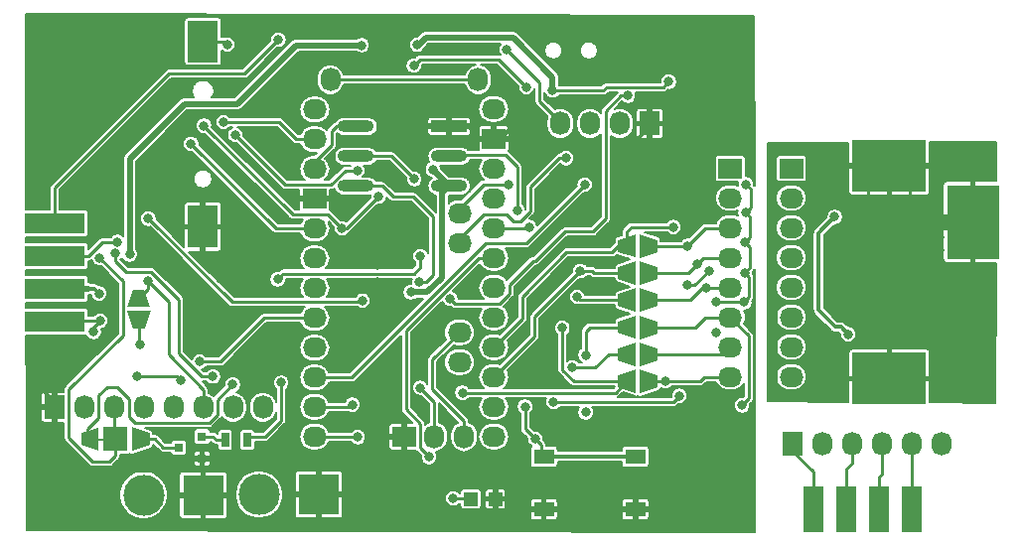
<source format=gbl>
G04 #@! TF.GenerationSoftware,KiCad,Pcbnew,(5.1.9-0-10_14)*
G04 #@! TF.CreationDate,2021-10-30T15:19:37-04:00*
G04 #@! TF.ProjectId,Arducon,41726475-636f-46e2-9e6b-696361645f70,rev?*
G04 #@! TF.SameCoordinates,Original*
G04 #@! TF.FileFunction,Copper,L2,Bot*
G04 #@! TF.FilePolarity,Positive*
%FSLAX46Y46*%
G04 Gerber Fmt 4.6, Leading zero omitted, Abs format (unit mm)*
G04 Created by KiCad (PCBNEW (5.1.9-0-10_14)) date 2021-10-30 15:19:37*
%MOMM*%
%LPD*%
G01*
G04 APERTURE LIST*
G04 #@! TA.AperFunction,EtchedComponent*
%ADD10C,0.200000*%
G04 #@! TD*
G04 #@! TA.AperFunction,SMDPad,CuDef*
%ADD11R,1.414000X3.300000*%
G04 #@! TD*
G04 #@! TA.AperFunction,ComponentPad*
%ADD12C,0.600000*%
G04 #@! TD*
G04 #@! TA.AperFunction,SMDPad,CuDef*
%ADD13R,6.000000X1.414000*%
G04 #@! TD*
G04 #@! TA.AperFunction,SMDPad,CuDef*
%ADD14R,6.350000X4.500000*%
G04 #@! TD*
G04 #@! TA.AperFunction,SMDPad,CuDef*
%ADD15R,1.750000X1.300000*%
G04 #@! TD*
G04 #@! TA.AperFunction,SMDPad,CuDef*
%ADD16R,1.198880X1.198880*%
G04 #@! TD*
G04 #@! TA.AperFunction,ComponentPad*
%ADD17O,2.032000X1.727200*%
G04 #@! TD*
G04 #@! TA.AperFunction,ComponentPad*
%ADD18R,2.032000X1.727200*%
G04 #@! TD*
G04 #@! TA.AperFunction,ComponentPad*
%ADD19O,1.727200X2.032000*%
G04 #@! TD*
G04 #@! TA.AperFunction,SMDPad,CuDef*
%ADD20R,4.500000X6.350000*%
G04 #@! TD*
G04 #@! TA.AperFunction,ConnectorPad*
%ADD21R,1.778000X4.000000*%
G04 #@! TD*
G04 #@! TA.AperFunction,SMDPad,CuDef*
%ADD22R,2.600000X3.540000*%
G04 #@! TD*
G04 #@! TA.AperFunction,SMDPad,CuDef*
%ADD23R,2.600000X3.660000*%
G04 #@! TD*
G04 #@! TA.AperFunction,ComponentPad*
%ADD24R,1.727200X2.032000*%
G04 #@! TD*
G04 #@! TA.AperFunction,SMDPad,CuDef*
%ADD25R,0.800100X0.800100*%
G04 #@! TD*
G04 #@! TA.AperFunction,SMDPad,CuDef*
%ADD26R,3.100000X1.000000*%
G04 #@! TD*
G04 #@! TA.AperFunction,SMDPad,CuDef*
%ADD27O,3.100000X1.000000*%
G04 #@! TD*
G04 #@! TA.AperFunction,ComponentPad*
%ADD28C,5.000000*%
G04 #@! TD*
G04 #@! TA.AperFunction,ConnectorPad*
%ADD29R,5.080000X1.778000*%
G04 #@! TD*
G04 #@! TA.AperFunction,ComponentPad*
%ADD30R,3.500120X3.500120*%
G04 #@! TD*
G04 #@! TA.AperFunction,ComponentPad*
%ADD31C,3.500120*%
G04 #@! TD*
G04 #@! TA.AperFunction,SMDPad,CuDef*
%ADD32C,0.150000*%
G04 #@! TD*
G04 #@! TA.AperFunction,SMDPad,CuDef*
%ADD33R,2.032000X2.032000*%
G04 #@! TD*
G04 #@! TA.AperFunction,SMDPad,CuDef*
%ADD34R,0.700000X1.300000*%
G04 #@! TD*
G04 #@! TA.AperFunction,ViaPad*
%ADD35C,0.800000*%
G04 #@! TD*
G04 #@! TA.AperFunction,ViaPad*
%ADD36C,0.600000*%
G04 #@! TD*
G04 #@! TA.AperFunction,Conductor*
%ADD37C,0.250000*%
G04 #@! TD*
G04 #@! TA.AperFunction,Conductor*
%ADD38C,0.350000*%
G04 #@! TD*
G04 #@! TA.AperFunction,Conductor*
%ADD39C,0.500000*%
G04 #@! TD*
G04 #@! TA.AperFunction,Conductor*
%ADD40C,0.200000*%
G04 #@! TD*
G04 #@! TA.AperFunction,Conductor*
%ADD41C,0.150000*%
G04 #@! TD*
G04 APERTURE END LIST*
D10*
X96607400Y-122742700D02*
X95134200Y-122755400D01*
D11*
X163070000Y-104200000D03*
D12*
X163640000Y-103620000D03*
D13*
X165950000Y-104210000D03*
D12*
X164300000Y-103620000D03*
X164960000Y-103620000D03*
X165620000Y-103620000D03*
X166280000Y-103620000D03*
X166940000Y-103620000D03*
X163640000Y-104770000D03*
X164300000Y-104770000D03*
X164960000Y-104770000D03*
X165620000Y-104770000D03*
X166280000Y-104780000D03*
X166940000Y-104780000D03*
X163650000Y-105430000D03*
X162500000Y-105440000D03*
X162500000Y-104780000D03*
X162500000Y-104120000D03*
X162500000Y-103450000D03*
X162500000Y-102790000D03*
X163640000Y-102960000D03*
X163640000Y-102290000D03*
X162500000Y-102130000D03*
D14*
X163070000Y-117570000D03*
D11*
X163070000Y-113410000D03*
D12*
X162500000Y-113270000D03*
X162500000Y-113890000D03*
X162500000Y-114510000D03*
X162500000Y-112650000D03*
X162500000Y-112030000D03*
X163640000Y-112030000D03*
X163640000Y-112650000D03*
X163640000Y-113270000D03*
X163640000Y-113890000D03*
X163650000Y-114520000D03*
D15*
X133630000Y-128710000D03*
X141430000Y-128710000D03*
X141430000Y-124210000D03*
X133630000Y-124210000D03*
D16*
X129489020Y-127830000D03*
X127390980Y-127830000D03*
D17*
X126430000Y-113630000D03*
X126430000Y-116170000D03*
X126430000Y-106010000D03*
X126430000Y-103470000D03*
X129350000Y-122520000D03*
X129350000Y-119980000D03*
X114095100Y-122520000D03*
X114095100Y-119980000D03*
X129350000Y-117440000D03*
X129350000Y-114900000D03*
X129350000Y-112360000D03*
X129350000Y-109820000D03*
X129350000Y-107280000D03*
X129350000Y-104740000D03*
X129350000Y-102200000D03*
X129350000Y-99660000D03*
D18*
X129350000Y-97120000D03*
D17*
X129340000Y-94580000D03*
X114095100Y-117465400D03*
X114095100Y-114925400D03*
X114095100Y-112385400D03*
X114095100Y-109845400D03*
X114095100Y-107305400D03*
X114095100Y-104765400D03*
D18*
X114095100Y-102225400D03*
D17*
X114095100Y-99685400D03*
X114095100Y-97145400D03*
X114100000Y-94605400D03*
D19*
X128012850Y-92065150D03*
X115426850Y-92065150D03*
X126810000Y-122520000D03*
X124270000Y-122520000D03*
D18*
X121720000Y-122520000D03*
D14*
X163070000Y-99400000D03*
D20*
X170200000Y-104200000D03*
D21*
X156579999Y-128682999D03*
X159373999Y-128682999D03*
X162167999Y-128682999D03*
X164961999Y-128682999D03*
D22*
X104560000Y-88810000D03*
D23*
X104560000Y-104610000D03*
D19*
X167560000Y-123150000D03*
X165020000Y-123150000D03*
X162480000Y-123150000D03*
X159940000Y-123150000D03*
X157400000Y-123150000D03*
D24*
X154860000Y-123150000D03*
D25*
X102491780Y-123440000D03*
X104490760Y-124390000D03*
X104490760Y-122490000D03*
D26*
X125550000Y-96050000D03*
D27*
X117610000Y-96050000D03*
X125550000Y-98590000D03*
X117610000Y-98590000D03*
X125550000Y-101130000D03*
X117610000Y-101130000D03*
D28*
X93300000Y-127000000D03*
X147500000Y-127000000D03*
X147500000Y-90000000D03*
X93300000Y-90000000D03*
D29*
X91940000Y-112691000D03*
X91940000Y-109897000D03*
X91940000Y-107103000D03*
X91940000Y-104309000D03*
D30*
X104580000Y-127500000D03*
D31*
X99500000Y-127500000D03*
G04 #@! TA.AperFunction,SMDPad,CuDef*
D32*
G36*
X98068000Y-111784000D02*
G01*
X100092000Y-111784000D01*
X99592000Y-113308000D01*
X98568000Y-113308000D01*
X98068000Y-111784000D01*
G37*
G04 #@! TD.AperFunction*
G04 #@! TA.AperFunction,SMDPad,CuDef*
G36*
X100080570Y-111464570D02*
G01*
X98079430Y-111464570D01*
X98579430Y-109963430D01*
X99580570Y-109963430D01*
X100080570Y-111464570D01*
G37*
G04 #@! TD.AperFunction*
G04 #@! TA.AperFunction,SMDPad,CuDef*
G36*
X141454570Y-105239430D02*
G01*
X141454570Y-107240570D01*
X139953430Y-106740570D01*
X139953430Y-105739430D01*
X141454570Y-105239430D01*
G37*
G04 #@! TD.AperFunction*
G04 #@! TA.AperFunction,SMDPad,CuDef*
G36*
X141774000Y-107252000D02*
G01*
X141774000Y-105228000D01*
X143298000Y-105728000D01*
X143298000Y-106752000D01*
X141774000Y-107252000D01*
G37*
G04 #@! TD.AperFunction*
G04 #@! TA.AperFunction,SMDPad,CuDef*
G36*
X141774000Y-109564000D02*
G01*
X141774000Y-107540000D01*
X143298000Y-108040000D01*
X143298000Y-109064000D01*
X141774000Y-109564000D01*
G37*
G04 #@! TD.AperFunction*
G04 #@! TA.AperFunction,SMDPad,CuDef*
G36*
X141454570Y-107551430D02*
G01*
X141454570Y-109552570D01*
X139953430Y-109052570D01*
X139953430Y-108051430D01*
X141454570Y-107551430D01*
G37*
G04 #@! TD.AperFunction*
G04 #@! TA.AperFunction,SMDPad,CuDef*
G36*
X141454570Y-109863430D02*
G01*
X141454570Y-111864570D01*
X139953430Y-111364570D01*
X139953430Y-110363430D01*
X141454570Y-109863430D01*
G37*
G04 #@! TD.AperFunction*
G04 #@! TA.AperFunction,SMDPad,CuDef*
G36*
X141774000Y-111876000D02*
G01*
X141774000Y-109852000D01*
X143298000Y-110352000D01*
X143298000Y-111376000D01*
X141774000Y-111876000D01*
G37*
G04 #@! TD.AperFunction*
G04 #@! TA.AperFunction,SMDPad,CuDef*
G36*
X141774000Y-114188000D02*
G01*
X141774000Y-112164000D01*
X143298000Y-112664000D01*
X143298000Y-113688000D01*
X141774000Y-114188000D01*
G37*
G04 #@! TD.AperFunction*
G04 #@! TA.AperFunction,SMDPad,CuDef*
G36*
X141454570Y-112175430D02*
G01*
X141454570Y-114176570D01*
X139953430Y-113676570D01*
X139953430Y-112675430D01*
X141454570Y-112175430D01*
G37*
G04 #@! TD.AperFunction*
G04 #@! TA.AperFunction,SMDPad,CuDef*
G36*
X141454570Y-114487430D02*
G01*
X141454570Y-116488570D01*
X139953430Y-115988570D01*
X139953430Y-114987430D01*
X141454570Y-114487430D01*
G37*
G04 #@! TD.AperFunction*
G04 #@! TA.AperFunction,SMDPad,CuDef*
G36*
X141774000Y-116500000D02*
G01*
X141774000Y-114476000D01*
X143298000Y-114976000D01*
X143298000Y-116000000D01*
X141774000Y-116500000D01*
G37*
G04 #@! TD.AperFunction*
G04 #@! TA.AperFunction,SMDPad,CuDef*
G36*
X141774000Y-118812000D02*
G01*
X141774000Y-116788000D01*
X143298000Y-117288000D01*
X143298000Y-118312000D01*
X141774000Y-118812000D01*
G37*
G04 #@! TD.AperFunction*
G04 #@! TA.AperFunction,SMDPad,CuDef*
G36*
X141454570Y-116799430D02*
G01*
X141454570Y-118800570D01*
X139953430Y-118300570D01*
X139953430Y-117299430D01*
X141454570Y-116799430D01*
G37*
G04 #@! TD.AperFunction*
D18*
X149520000Y-99640000D03*
D17*
X149520000Y-102180000D03*
X149520000Y-104720000D03*
X149520000Y-107260000D03*
X149520000Y-109800000D03*
X149520000Y-112340000D03*
X149520000Y-114880000D03*
X149520000Y-117420000D03*
X154710000Y-117420000D03*
X154710000Y-114880000D03*
X154710000Y-112340000D03*
X154710000Y-109800000D03*
X154710000Y-107260000D03*
X154710000Y-104720000D03*
X154710000Y-102180000D03*
D18*
X154710000Y-99640000D03*
D30*
X114430000Y-127450000D03*
D31*
X109350000Y-127450000D03*
G04 #@! TA.AperFunction,SMDPad,CuDef*
D32*
G36*
X98487000Y-123742000D02*
G01*
X98487000Y-121718000D01*
X100011000Y-122218000D01*
X100011000Y-123242000D01*
X98487000Y-123742000D01*
G37*
G04 #@! TD.AperFunction*
G04 #@! TA.AperFunction,SMDPad,CuDef*
G36*
X95681570Y-121729430D02*
G01*
X95681570Y-123730570D01*
X94180430Y-123230570D01*
X94180430Y-122229430D01*
X95681570Y-121729430D01*
G37*
G04 #@! TD.AperFunction*
D33*
X97090000Y-122730000D03*
D34*
X106450000Y-122800000D03*
X108350000Y-122800000D03*
D24*
X142640000Y-95810000D03*
D19*
X140100000Y-95810000D03*
X137560000Y-95810000D03*
X135020000Y-95810000D03*
D24*
X91900000Y-120000000D03*
D19*
X94440000Y-120000000D03*
X96980000Y-120000000D03*
X99520000Y-120000000D03*
X102060000Y-120000000D03*
X104600000Y-120000000D03*
X107140000Y-120000000D03*
X109680000Y-120000000D03*
D35*
X106640000Y-89080000D03*
X107310000Y-96790000D03*
X117710000Y-99830000D03*
X104639998Y-95990000D03*
X119539998Y-102040000D03*
X124149998Y-99734990D03*
X122282250Y-110202254D03*
X116420000Y-104740000D03*
X99912340Y-103922340D03*
X123080000Y-118339998D03*
X118170000Y-110910002D03*
X145890000Y-109580000D03*
X147690000Y-108360000D03*
X144670000Y-104630000D03*
X122580000Y-100550000D03*
X136740000Y-108379998D03*
X122995571Y-109352254D03*
X131350000Y-103200000D03*
X136450000Y-110590000D03*
X145170000Y-119030000D03*
X134450000Y-119560000D03*
X137190000Y-120440000D03*
X137190000Y-115550000D03*
X136060000Y-116610000D03*
X117750000Y-122550000D03*
X135200000Y-113250000D03*
X126680000Y-118780002D03*
X117310000Y-119780000D03*
X104280347Y-116130012D03*
X107110004Y-118060000D03*
X111230000Y-117910000D03*
X103549349Y-97540189D03*
X137110000Y-101020000D03*
X130625000Y-101030000D03*
X130460000Y-89490000D03*
X135510000Y-98760000D03*
X132141585Y-92722148D03*
X122540000Y-90870000D03*
X99240000Y-114690000D03*
X145890000Y-106240000D03*
X146715000Y-107755000D03*
X147440000Y-109800000D03*
X150520000Y-119840000D03*
X143960000Y-117800000D03*
X111000000Y-88660004D03*
X159561555Y-113780102D03*
X158420000Y-103770000D03*
X97270000Y-105909998D03*
X106310000Y-95690000D03*
X123829999Y-124250000D03*
X132020000Y-119960000D03*
X132880000Y-122700000D03*
X132347340Y-104637340D03*
X110940000Y-109090000D03*
X123110000Y-107120000D03*
X95770000Y-107300000D03*
X134370000Y-92990000D03*
X122825000Y-89100000D03*
X144270000Y-92240000D03*
X125900000Y-127780000D03*
X95799998Y-112640000D03*
X95246733Y-113579427D03*
X95702986Y-110298078D03*
X150840000Y-100990000D03*
X150820000Y-103430000D03*
X150790000Y-105960000D03*
X150720000Y-108520000D03*
X150700000Y-111040000D03*
X148290000Y-111040000D03*
X148330000Y-113620000D03*
X98320000Y-106989998D03*
X118090000Y-89130000D03*
X125643254Y-110770026D03*
X140780000Y-93429998D03*
X102711152Y-117691152D03*
X98920000Y-117320000D03*
X105420000Y-117380000D03*
X97069834Y-106889762D03*
X99855771Y-109267254D03*
X145169568Y-105496277D03*
X138560000Y-89300000D03*
X135930000Y-89320000D03*
X136630000Y-90630000D03*
X136670000Y-91890000D03*
X139550000Y-91780000D03*
X107930000Y-116930002D03*
X106420000Y-117000000D03*
X106880000Y-112585000D03*
X108330000Y-112585000D03*
X135540000Y-108140000D03*
X134280000Y-109320000D03*
X133072347Y-108242347D03*
X133380000Y-110420000D03*
X133690000Y-112770000D03*
X133670000Y-114130000D03*
X133710000Y-115590000D03*
X133710000Y-116820000D03*
X133670000Y-118040000D03*
X135250000Y-117980000D03*
X136630000Y-103659998D03*
X133150000Y-106230000D03*
X90510000Y-118090000D03*
X90510000Y-116810000D03*
X90510000Y-115577002D03*
X92280000Y-115577002D03*
X94240000Y-115577002D03*
X102020000Y-107240000D03*
X102020000Y-108440000D03*
X103047347Y-108082653D03*
X104277347Y-107227347D03*
X103980000Y-111830000D03*
X105350000Y-111780000D03*
X105287653Y-108272347D03*
X106082653Y-109067347D03*
X107545000Y-106860000D03*
X95970000Y-114269998D03*
X96830000Y-113740000D03*
X97017980Y-111880022D03*
X96950000Y-110430011D03*
X99633856Y-106251463D03*
X100276087Y-105609232D03*
X110697792Y-103663313D03*
X107310000Y-100010000D03*
X106040000Y-98670000D03*
X111510000Y-98060000D03*
X119790000Y-104550000D03*
X118750000Y-105230000D03*
X127610000Y-99330000D03*
X127750000Y-100660000D03*
X119400000Y-107875000D03*
X119470000Y-109325000D03*
X120870000Y-109550000D03*
X117500000Y-90065000D03*
X109470002Y-116750000D03*
X127580000Y-108950000D03*
X127590000Y-112210000D03*
X128220000Y-113660000D03*
X137270000Y-99170000D03*
X135990000Y-99870000D03*
X134520000Y-100480000D03*
X133205000Y-101688959D03*
X140880000Y-97800000D03*
X139730000Y-97610000D03*
X122950000Y-115445000D03*
X124240000Y-112670002D03*
X123100000Y-98900000D03*
X121960000Y-98700000D03*
X123290000Y-101380000D03*
X121672473Y-100969999D03*
X100540000Y-107080000D03*
X131524999Y-93544999D03*
X131964479Y-95047330D03*
X99239238Y-107393733D03*
X125790000Y-94030000D03*
X124310000Y-93230000D03*
X120800000Y-92830000D03*
X119150000Y-92810000D03*
X117610000Y-92830000D03*
X153430000Y-111010000D03*
X153360000Y-113550000D03*
X153360000Y-116050000D03*
X154440000Y-118920000D03*
X155670000Y-118919998D03*
X153470000Y-108520000D03*
X153470000Y-105960000D03*
X153450000Y-103440000D03*
X158920000Y-115660000D03*
X158920000Y-116780000D03*
X158980000Y-117770000D03*
X159080000Y-118930000D03*
X157860000Y-118890000D03*
X156770000Y-118890000D03*
X156640000Y-117700000D03*
X156798853Y-116508853D03*
X153360000Y-118730000D03*
X158899998Y-114530000D03*
X156820000Y-115340000D03*
X157230000Y-114220000D03*
X159180000Y-100520000D03*
X161260000Y-102670000D03*
X164830000Y-102630000D03*
X166050000Y-102600000D03*
X167210000Y-101740000D03*
X167140000Y-100520000D03*
X167140000Y-99200000D03*
X171760000Y-97880000D03*
X171830000Y-99070000D03*
X171860000Y-100260000D03*
X170270000Y-97870000D03*
X167170000Y-97860000D03*
X168759999Y-97860000D03*
X159709999Y-102560000D03*
D36*
X162140000Y-101270000D03*
X162130000Y-100550000D03*
X162120000Y-99840000D03*
X162110000Y-99110000D03*
X162120000Y-98330000D03*
X163990000Y-101270000D03*
X163980000Y-100550000D03*
X163980000Y-99820000D03*
X163980000Y-99100000D03*
X163980000Y-98340000D03*
D35*
X171710001Y-108270000D03*
X171710001Y-109530000D03*
X171695727Y-110713061D03*
X171710000Y-111840000D03*
X171770000Y-113140000D03*
X171740000Y-114330000D03*
X171770000Y-115550000D03*
X171740000Y-116870000D03*
X171740000Y-118030000D03*
X171740000Y-119020000D03*
X167400000Y-118960000D03*
X167340000Y-117840000D03*
X167300000Y-116710000D03*
X167240000Y-115430000D03*
X166450000Y-114400000D03*
X168780000Y-118940000D03*
X170320000Y-118980000D03*
X164510000Y-112200000D03*
X165540000Y-111610000D03*
X165520000Y-110430000D03*
X165520000Y-109180000D03*
X165540000Y-107930000D03*
X165540000Y-106640000D03*
X165270000Y-105540000D03*
X161520000Y-105120000D03*
X159687347Y-105082653D03*
X158480000Y-105100000D03*
X158200000Y-106180000D03*
X167320000Y-105470000D03*
X167320000Y-106580000D03*
X167370000Y-107770000D03*
X168600000Y-108140000D03*
X170210000Y-108090000D03*
D36*
X160570000Y-108296666D03*
X160570000Y-109990000D03*
X160570000Y-109153332D03*
X160570000Y-107450000D03*
X161403333Y-108296666D03*
X161403333Y-109990000D03*
X161403333Y-109153332D03*
X161403333Y-107450000D03*
X162236666Y-109990000D03*
X162236666Y-107450000D03*
X162236666Y-109153332D03*
X162236666Y-108296666D03*
X163070000Y-109153332D03*
X163070000Y-108296666D03*
X163070000Y-109990000D03*
X163070000Y-107450000D03*
D35*
X156540000Y-98140000D03*
X157830000Y-98110000D03*
X159080000Y-98110000D03*
X155260000Y-97950000D03*
X154250000Y-97950000D03*
X153100000Y-97950000D03*
X153220000Y-101100000D03*
D36*
X162150000Y-115680000D03*
X164030000Y-115690000D03*
X162160000Y-116390000D03*
X162160000Y-117120000D03*
X162160000Y-117800000D03*
X162160000Y-118500000D03*
X164030000Y-116392500D03*
X164030000Y-117095000D03*
X164030000Y-117797500D03*
X164030000Y-118500000D03*
D35*
X158323358Y-111308358D03*
X161670002Y-112650000D03*
X161660000Y-113780000D03*
D36*
X161820000Y-108730000D03*
X161820000Y-109570000D03*
X161820000Y-107870000D03*
X162650000Y-108730000D03*
X160990000Y-108730000D03*
D35*
X156070000Y-108500000D03*
D36*
X160990000Y-107880000D03*
X160990000Y-109580000D03*
X162650000Y-107860000D03*
X162660000Y-109590000D03*
X168360000Y-105120000D03*
X169070000Y-105110000D03*
X171170000Y-105090000D03*
X170470000Y-105110000D03*
X169750000Y-105110000D03*
X171130000Y-103240000D03*
X169710000Y-103260000D03*
X169030000Y-103260000D03*
X170430000Y-103260000D03*
X168320000Y-103270000D03*
D37*
X106370000Y-88810000D02*
X106640000Y-89080000D01*
X104560000Y-88810000D02*
X106370000Y-88810000D01*
X115482892Y-101031423D02*
X116684315Y-99830000D01*
X107310000Y-96790000D02*
X111551423Y-101031423D01*
X111551423Y-101031423D02*
X115482892Y-101031423D01*
X116684315Y-99830000D02*
X117710000Y-99830000D01*
D38*
X125550000Y-101130000D02*
X124907002Y-101130000D01*
D39*
X125550000Y-101130000D02*
X124154990Y-99734990D01*
X124154990Y-99734990D02*
X124149998Y-99734990D01*
X125540000Y-101110000D02*
X124963990Y-101686010D01*
X124963990Y-108944012D02*
X123705748Y-110202254D01*
X124963990Y-101686010D02*
X124963990Y-108944012D01*
X123705748Y-110202254D02*
X122282250Y-110202254D01*
D37*
X115240001Y-103560001D02*
X116420000Y-104740000D01*
X116839998Y-104740000D02*
X116420000Y-104740000D01*
X116550000Y-104610000D02*
X116420000Y-104740000D01*
X112209999Y-103560001D02*
X115240001Y-103560001D01*
X104639998Y-95990000D02*
X112209999Y-103560001D01*
X119539998Y-102040000D02*
X116839998Y-104740000D01*
X124270000Y-122520000D02*
X124270000Y-119529998D01*
X124270000Y-119529998D02*
X123080000Y-118339998D01*
X107040000Y-111050000D02*
X118030002Y-111050000D01*
X99912340Y-103922340D02*
X107040000Y-111050000D01*
X118030002Y-111050000D02*
X118170000Y-110910002D01*
X126430000Y-113630000D02*
X124120000Y-115940000D01*
X124120000Y-115940000D02*
X124120000Y-118490000D01*
X126810000Y-121180000D02*
X126810000Y-122520000D01*
X124120000Y-118490000D02*
X126810000Y-121180000D01*
X146470000Y-109580000D02*
X147690000Y-108360000D01*
X145890000Y-109580000D02*
X146470000Y-109580000D01*
X144670000Y-104630000D02*
X141080000Y-104630000D01*
X140704000Y-105006000D02*
X140704000Y-106240000D01*
X141080000Y-104630000D02*
X140704000Y-105006000D01*
X139398429Y-106795001D02*
X139953430Y-106240000D01*
X131790000Y-112460000D02*
X131790000Y-110550000D01*
X131790000Y-110550000D02*
X135544999Y-106795001D01*
X139953430Y-106240000D02*
X140704000Y-106240000D01*
X135544999Y-106795001D02*
X139398429Y-106795001D01*
X129350000Y-114900000D02*
X131790000Y-112460000D01*
X120620000Y-98590000D02*
X122580000Y-100550000D01*
X117610000Y-98590000D02*
X120620000Y-98590000D01*
X132850000Y-112269998D02*
X136740000Y-108379998D01*
X136940002Y-108580000D02*
X136740000Y-108379998D01*
X132850000Y-113940000D02*
X132850000Y-112269998D01*
X129350000Y-117440000D02*
X132850000Y-113940000D01*
X140704000Y-108552000D02*
X140422000Y-108552000D01*
X140704000Y-108552000D02*
X137902000Y-108552000D01*
X137729998Y-108379998D02*
X136740000Y-108379998D01*
X137902000Y-108552000D02*
X137729998Y-108379998D01*
X123587746Y-109352254D02*
X122995571Y-109352254D01*
X124197629Y-108742371D02*
X123587746Y-109352254D01*
X117610000Y-101130000D02*
X119820000Y-101130000D01*
X124197629Y-103760619D02*
X124197629Y-108742371D01*
X122497010Y-102060000D02*
X124197629Y-103760619D01*
X119820000Y-101130000D02*
X120750000Y-102060000D01*
X120750000Y-102060000D02*
X122497010Y-102060000D01*
X130361390Y-98471390D02*
X131350000Y-99460000D01*
X125550000Y-98590000D02*
X125668610Y-98471390D01*
X125668610Y-98471390D02*
X130361390Y-98471390D01*
X131350000Y-99460000D02*
X131350000Y-103200000D01*
X136724000Y-110864000D02*
X136450000Y-110590000D01*
X140704000Y-110864000D02*
X136724000Y-110864000D01*
X144640000Y-119560000D02*
X145170000Y-119030000D01*
X134450000Y-119560000D02*
X144640000Y-119560000D01*
X129350000Y-122520000D02*
X129350000Y-123000000D01*
X137190000Y-113522000D02*
X137190000Y-115550000D01*
X137536000Y-113176000D02*
X137190000Y-113522000D01*
X140704000Y-113176000D02*
X137536000Y-113176000D01*
X136060000Y-116610000D02*
X138000000Y-116610000D01*
X139122000Y-115488000D02*
X140704000Y-115488000D01*
X138000000Y-116610000D02*
X139122000Y-115488000D01*
X117720000Y-122520000D02*
X117750000Y-122550000D01*
X114095100Y-122520000D02*
X117720000Y-122520000D01*
X136180000Y-117800000D02*
X140704000Y-117800000D01*
X135200000Y-116820000D02*
X136180000Y-117800000D01*
X135200000Y-113250000D02*
X135200000Y-116820000D01*
X140704000Y-117800000D02*
X139723998Y-118780002D01*
X139723998Y-118780002D02*
X126680000Y-118780002D01*
X117110000Y-119980000D02*
X117310000Y-119780000D01*
X114095100Y-119980000D02*
X117110000Y-119980000D01*
X114095100Y-112385400D02*
X109784600Y-112385400D01*
X109784600Y-112385400D02*
X106039988Y-116130012D01*
X106039988Y-116130012D02*
X104280347Y-116130012D01*
X109870000Y-122510000D02*
X111230000Y-121150000D01*
X111230000Y-121150000D02*
X111230000Y-117910000D01*
X108370000Y-122510000D02*
X109870000Y-122510000D01*
X105788610Y-119381394D02*
X107110004Y-118060000D01*
X105092338Y-121341010D02*
X105788610Y-120644738D01*
X104107662Y-121341010D02*
X105092338Y-121341010D01*
X104098672Y-121350000D02*
X104107662Y-121341010D01*
X100890000Y-121350000D02*
X104098672Y-121350000D01*
X105788610Y-120644738D02*
X105788610Y-119381394D01*
X97220000Y-118290000D02*
X98270000Y-119340000D01*
X96370000Y-118290000D02*
X97220000Y-118290000D01*
X95678610Y-118981390D02*
X96370000Y-118290000D01*
X94708973Y-121891027D02*
X95678610Y-120921390D01*
X95678610Y-120921390D02*
X95678610Y-118981390D01*
X94708973Y-122731914D02*
X94708973Y-121891027D01*
X98270000Y-119340000D02*
X98270000Y-120840000D01*
X100881010Y-121341010D02*
X100890000Y-121350000D01*
X98771010Y-121341010D02*
X100881010Y-121341010D01*
X98270000Y-120840000D02*
X98771010Y-121341010D01*
X114095100Y-99685400D02*
X114095100Y-99394900D01*
X117460000Y-96030000D02*
X117600000Y-96030000D01*
X114095100Y-99685400D02*
X114095100Y-99074900D01*
X114095100Y-99074900D02*
X115540000Y-97630000D01*
X115540000Y-97630000D02*
X115540000Y-96460000D01*
X115950000Y-96050000D02*
X117610000Y-96050000D01*
X115540000Y-96460000D02*
X115950000Y-96050000D01*
X110774560Y-104765400D02*
X112394600Y-104765400D01*
X112394600Y-104765400D02*
X114095100Y-104765400D01*
X103549349Y-97540189D02*
X110774560Y-104765400D01*
X114095100Y-117465400D02*
X117255790Y-117465400D01*
X128691190Y-106030000D02*
X132100000Y-106030000D01*
X117255790Y-117465400D02*
X128691190Y-106030000D01*
X132100000Y-106030000D02*
X137110000Y-101020000D01*
X126430000Y-103470000D02*
X126430000Y-103050000D01*
X126430000Y-103050000D02*
X128490000Y-100990000D01*
X130585000Y-100990000D02*
X130625000Y-101030000D01*
X128490000Y-100990000D02*
X130585000Y-100990000D01*
X133260000Y-92290000D02*
X130460000Y-89490000D01*
X133260000Y-93897600D02*
X133260000Y-92290000D01*
X135020000Y-95657600D02*
X133260000Y-93897600D01*
X135020000Y-95810000D02*
X135020000Y-95657600D01*
X131620000Y-104130000D02*
X132480000Y-103270000D01*
X132480000Y-103270000D02*
X132480000Y-101230000D01*
X131020000Y-104130000D02*
X131620000Y-104130000D01*
X134950000Y-98760000D02*
X135510000Y-98760000D01*
X132480000Y-101230000D02*
X134950000Y-98760000D01*
X130420000Y-103530000D02*
X131020000Y-104130000D01*
X126430000Y-106010000D02*
X126430000Y-105600000D01*
X128500000Y-103530000D02*
X130420000Y-103530000D01*
X126430000Y-105600000D02*
X128500000Y-103530000D01*
X132141585Y-92722148D02*
X129759438Y-90340001D01*
X123069999Y-90340001D02*
X122540000Y-90870000D01*
X129759438Y-90340001D02*
X123069999Y-90340001D01*
X99080000Y-114530000D02*
X99240000Y-114690000D01*
X99080000Y-112546000D02*
X99080000Y-114530000D01*
X142536000Y-106240000D02*
X145890000Y-106240000D01*
X147410000Y-104720000D02*
X149520000Y-104720000D01*
X145890000Y-106240000D02*
X147410000Y-104720000D01*
X142536000Y-108552000D02*
X145918000Y-108552000D01*
X147210000Y-107260000D02*
X149520000Y-107260000D01*
X146715000Y-107755000D02*
X147210000Y-107260000D01*
X145918000Y-108552000D02*
X146715000Y-107755000D01*
X142536000Y-110864000D02*
X146076000Y-110864000D01*
X147140000Y-109800000D02*
X149520000Y-109800000D01*
X146076000Y-110864000D02*
X147140000Y-109800000D01*
X142536000Y-113176000D02*
X146504000Y-113176000D01*
X147340000Y-112340000D02*
X149520000Y-112340000D01*
X146504000Y-113176000D02*
X147340000Y-112340000D01*
X150520000Y-119840000D02*
X151110000Y-119250000D01*
X151110000Y-113930000D02*
X149520000Y-112340000D01*
X151110000Y-119250000D02*
X151110000Y-113930000D01*
X148912000Y-115488000D02*
X149520000Y-114880000D01*
X142536000Y-115488000D02*
X148912000Y-115488000D01*
X147290000Y-117420000D02*
X149520000Y-117420000D01*
X146910000Y-117800000D02*
X147290000Y-117420000D01*
X143960000Y-117800000D02*
X146910000Y-117800000D01*
X142536000Y-117800000D02*
X143960000Y-117800000D01*
X91940000Y-104309000D02*
X91940000Y-101300000D01*
X91940000Y-101300000D02*
X101680000Y-91560000D01*
X101680000Y-91560000D02*
X108100004Y-91560000D01*
X108100004Y-91560000D02*
X111000000Y-88660004D01*
D38*
X159561555Y-113780102D02*
X158941453Y-113160000D01*
X158941453Y-113160000D02*
X158470000Y-113160000D01*
X158470000Y-113160000D02*
X157030000Y-111720000D01*
X157030000Y-105160000D02*
X158420000Y-103770000D01*
X157030000Y-111720000D02*
X157030000Y-105160000D01*
D37*
X106310000Y-95690000D02*
X111070000Y-95690000D01*
X112525400Y-97145400D02*
X114095100Y-97145400D01*
X111070000Y-95690000D02*
X112525400Y-97145400D01*
X96020002Y-105909998D02*
X97270000Y-105909998D01*
X94827000Y-107103000D02*
X96020002Y-105909998D01*
X91940000Y-107103000D02*
X94827000Y-107103000D01*
X128077601Y-107280000D02*
X121860000Y-113497601D01*
X123080000Y-121415398D02*
X123080000Y-123500001D01*
X121860000Y-113497601D02*
X121860000Y-120195398D01*
X129350000Y-107280000D02*
X128077601Y-107280000D01*
X123080000Y-123500001D02*
X123829999Y-124250000D01*
X121860000Y-120195398D02*
X123080000Y-121415398D01*
X132020000Y-121840000D02*
X132880000Y-122700000D01*
X132020000Y-119960000D02*
X132020000Y-121840000D01*
X129350000Y-104740000D02*
X132244680Y-104740000D01*
X132244680Y-104740000D02*
X132347340Y-104637340D01*
D38*
X141430000Y-124210000D02*
X133630000Y-124210000D01*
D37*
X132880000Y-122700000D02*
X133420000Y-123240000D01*
X133420000Y-124000000D02*
X133630000Y-124210000D01*
X133420000Y-123240000D02*
X133420000Y-124000000D01*
X106450000Y-122800000D02*
X105720000Y-122800000D01*
X105410000Y-122490000D02*
X104490760Y-122490000D01*
X105720000Y-122800000D02*
X105410000Y-122490000D01*
X123040000Y-107050000D02*
X123110000Y-107120000D01*
X123010000Y-107050000D02*
X123040000Y-107050000D01*
X123110000Y-108080000D02*
X123110000Y-107120000D01*
X110940000Y-109090000D02*
X111339999Y-108690001D01*
X111339999Y-108680001D02*
X111420000Y-108600000D01*
X122590000Y-108600000D02*
X123110000Y-108080000D01*
X111420000Y-108600000D02*
X122590000Y-108600000D01*
X111339999Y-108690001D02*
X111339999Y-108680001D01*
X97090000Y-122730000D02*
X97090000Y-121700000D01*
X97030000Y-121640000D02*
X97030000Y-120010000D01*
X97090000Y-121700000D02*
X97030000Y-121640000D01*
X93138601Y-122648377D02*
X93138601Y-118474403D01*
X97090000Y-124130000D02*
X96580000Y-124640000D01*
X96580000Y-124640000D02*
X95130224Y-124640000D01*
X97742990Y-109272990D02*
X95770000Y-107300000D01*
X97090000Y-122730000D02*
X97090000Y-124130000D01*
X97742990Y-113870014D02*
X97742990Y-109272990D01*
X95130224Y-124640000D02*
X93138601Y-122648377D01*
X93138601Y-118474403D02*
X97742990Y-113870014D01*
X127977700Y-92030000D02*
X128012850Y-92065150D01*
X115462000Y-92030000D02*
X127977700Y-92030000D01*
X115426850Y-92065150D02*
X115462000Y-92030000D01*
X101180000Y-123440000D02*
X102520000Y-123440000D01*
X100470000Y-122730000D02*
X101180000Y-123440000D01*
X99249000Y-122730000D02*
X100470000Y-122730000D01*
D39*
X123550001Y-88469999D02*
X122890000Y-89130000D01*
X134370000Y-91841998D02*
X130998001Y-88469999D01*
X130998001Y-88469999D02*
X123550001Y-88469999D01*
X134370000Y-92990000D02*
X134370000Y-91841998D01*
X122855000Y-89130000D02*
X122825000Y-89100000D01*
X122890000Y-89130000D02*
X122855000Y-89130000D01*
D37*
X134370000Y-92990000D02*
X138680000Y-92990000D01*
X138965003Y-92704997D02*
X143805003Y-92704997D01*
X143805003Y-92704997D02*
X144270000Y-92240000D01*
X138680000Y-92990000D02*
X138965003Y-92704997D01*
X154860000Y-123150000D02*
X154860000Y-123770000D01*
X156579999Y-125489999D02*
X156579999Y-128682999D01*
X154860000Y-123770000D02*
X156579999Y-125489999D01*
X159373999Y-128682999D02*
X159373999Y-125336001D01*
X159940000Y-124770000D02*
X159940000Y-123150000D01*
X159373999Y-125336001D02*
X159940000Y-124770000D01*
X162167999Y-128682999D02*
X162167999Y-125972001D01*
X162480000Y-125660000D02*
X162480000Y-123150000D01*
X162167999Y-125972001D02*
X162480000Y-125660000D01*
X164961999Y-128682999D02*
X164961999Y-125508001D01*
X165020000Y-125450000D02*
X165020000Y-123150000D01*
X164961999Y-125508001D02*
X165020000Y-125450000D01*
X127340980Y-127780000D02*
X127390980Y-127830000D01*
X125900000Y-127780000D02*
X127340980Y-127780000D01*
X91991000Y-112640000D02*
X91940000Y-112691000D01*
X95799998Y-112640000D02*
X91991000Y-112640000D01*
X95246733Y-113193265D02*
X95799998Y-112640000D01*
X95246733Y-113579427D02*
X95246733Y-113193265D01*
D39*
X91940000Y-109897000D02*
X94793000Y-109897000D01*
D38*
X95301908Y-109897000D02*
X95702986Y-110298078D01*
X94793000Y-109897000D02*
X95301908Y-109897000D01*
D37*
X151239999Y-103010001D02*
X150820000Y-103430000D01*
X151239999Y-101389999D02*
X151239999Y-103010001D01*
X150840000Y-100990000D02*
X151239999Y-101389999D01*
X151219999Y-103829999D02*
X151219999Y-105530001D01*
X151219999Y-105530001D02*
X150790000Y-105960000D01*
X150820000Y-103430000D02*
X151219999Y-103829999D01*
X151189999Y-106359999D02*
X151189999Y-108050001D01*
X151189999Y-108050001D02*
X150720000Y-108520000D01*
X150790000Y-105960000D02*
X151189999Y-106359999D01*
X151119999Y-110620001D02*
X150700000Y-111040000D01*
X151119999Y-108919999D02*
X151119999Y-110620001D01*
X150720000Y-108520000D02*
X151119999Y-108919999D01*
X150700000Y-111040000D02*
X148290000Y-111040000D01*
D39*
X107479999Y-94140001D02*
X102991995Y-94140001D01*
X102991995Y-94140001D02*
X98320000Y-98811996D01*
X112470000Y-89150000D02*
X107479999Y-94140001D01*
X98320000Y-98811996D02*
X98320000Y-106989998D01*
X112490000Y-89130000D02*
X118090000Y-89130000D01*
X112470000Y-89150000D02*
X112490000Y-89130000D01*
D37*
X132724346Y-107517346D02*
X132935656Y-107517346D01*
X132935656Y-107517346D02*
X135443002Y-105010000D01*
X125643254Y-110770026D02*
X126043253Y-111170025D01*
X130691010Y-110312338D02*
X130691010Y-109550682D01*
X129833323Y-111170025D02*
X130691010Y-110312338D01*
X135443002Y-105010000D02*
X137840000Y-105010000D01*
X130691010Y-109550682D02*
X132724346Y-107517346D01*
X126043253Y-111170025D02*
X129833323Y-111170025D01*
X137840000Y-105010000D02*
X138911390Y-103938610D01*
X138911390Y-103938610D02*
X138911390Y-94732923D01*
X138911390Y-94732923D02*
X140214315Y-93429998D01*
X140214315Y-93429998D02*
X140780000Y-93429998D01*
X102340000Y-117320000D02*
X98920000Y-117320000D01*
X102711152Y-117691152D02*
X102340000Y-117320000D01*
X102520001Y-115435686D02*
X104464315Y-117380000D01*
X104464315Y-117380000D02*
X105420000Y-117380000D01*
X97069834Y-107539834D02*
X97975001Y-108445001D01*
X100106520Y-108445001D02*
X102520001Y-110858482D01*
X97975001Y-108445001D02*
X100106520Y-108445001D01*
X102520001Y-110858482D02*
X102520001Y-115435686D01*
X97069834Y-106889762D02*
X97069834Y-107539834D01*
X99855771Y-109938229D02*
X99855771Y-109267254D01*
X99080000Y-110714000D02*
X99855771Y-109938229D01*
X99855771Y-109267254D02*
X101630000Y-111041483D01*
X104600000Y-118506998D02*
X104600000Y-120000000D01*
X101630000Y-115536998D02*
X104600000Y-118506998D01*
X101630000Y-111041483D02*
X101630000Y-115536998D01*
D38*
X145169568Y-105496277D02*
X146284405Y-104381440D01*
X147041440Y-104381440D02*
X147650000Y-103772880D01*
X146284405Y-104381440D02*
X147041440Y-104381440D01*
X147650000Y-103772880D02*
X147650000Y-90150000D01*
D37*
X140359999Y-87500001D02*
X138560000Y-89300000D01*
X145000001Y-87500001D02*
X140359999Y-87500001D01*
X147500000Y-90000000D02*
X145000001Y-87500001D01*
X135930000Y-89930000D02*
X136630000Y-90630000D01*
X135930000Y-89320000D02*
X135930000Y-89930000D01*
X139260001Y-91490001D02*
X139550000Y-91780000D01*
X137069999Y-91490001D02*
X139260001Y-91490001D01*
X136670000Y-91890000D02*
X137069999Y-91490001D01*
X106880000Y-112585000D02*
X108330000Y-112585000D01*
X129350000Y-97120000D02*
X128230000Y-97120000D01*
X127160000Y-96050000D02*
X125550000Y-96050000D01*
X128230000Y-97120000D02*
X127160000Y-96050000D01*
X135460000Y-108140000D02*
X134280000Y-109320000D01*
X135540000Y-108140000D02*
X135460000Y-108140000D01*
X133690000Y-114110000D02*
X133670000Y-114130000D01*
X133690000Y-112770000D02*
X133690000Y-114110000D01*
X133710000Y-115590000D02*
X133710000Y-116820000D01*
X135190000Y-118040000D02*
X135250000Y-117980000D01*
X133670000Y-118040000D02*
X135190000Y-118040000D01*
X91950000Y-119530000D02*
X90510000Y-118090000D01*
X91950000Y-120010000D02*
X91950000Y-119530000D01*
X90510000Y-116810000D02*
X90510000Y-115577002D01*
X92280000Y-115577002D02*
X94240000Y-115577002D01*
X102690000Y-108440000D02*
X103047347Y-108082653D01*
X102020000Y-108440000D02*
X102690000Y-108440000D01*
X103047347Y-110897347D02*
X103980000Y-111830000D01*
X103047347Y-108082653D02*
X103047347Y-110897347D01*
X106075000Y-111780000D02*
X106880000Y-112585000D01*
X105350000Y-111780000D02*
X106075000Y-111780000D01*
X104277347Y-107262041D02*
X105287653Y-108272347D01*
X104277347Y-107227347D02*
X104277347Y-107262041D01*
X106082653Y-108322347D02*
X107545000Y-106860000D01*
X106082653Y-109067347D02*
X106082653Y-108322347D01*
X136544694Y-97170000D02*
X138280000Y-98905306D01*
X138280000Y-98905306D02*
X138280000Y-102985685D01*
X129400000Y-97170000D02*
X136544694Y-97170000D01*
X138280000Y-102985685D02*
X137605687Y-103659998D01*
X137605687Y-103659998D02*
X136630000Y-103659998D01*
X129350000Y-97120000D02*
X129400000Y-97170000D01*
X94240000Y-115577002D02*
X95547004Y-114269998D01*
X95547004Y-114269998D02*
X95970000Y-114269998D01*
X96830000Y-113740000D02*
X96830000Y-112068002D01*
X96830000Y-112068002D02*
X97017980Y-111880022D01*
X96950000Y-111812042D02*
X97017980Y-111880022D01*
X96950000Y-110430011D02*
X96950000Y-111812042D01*
X101031463Y-106251463D02*
X99633856Y-106251463D01*
X100276087Y-105609232D02*
X99633856Y-106251463D01*
X102020000Y-107240000D02*
X101031463Y-106251463D01*
X104277347Y-107227347D02*
X104277347Y-107092653D01*
X104560000Y-106810000D02*
X104560000Y-104610000D01*
X104277347Y-107092653D02*
X104560000Y-106810000D01*
X107310000Y-99940000D02*
X106040000Y-98670000D01*
X107310000Y-100010000D02*
X107310000Y-99940000D01*
X119430000Y-104550000D02*
X118750000Y-105230000D01*
X119790000Y-104550000D02*
X119430000Y-104550000D01*
X118750000Y-107225000D02*
X119400000Y-107875000D01*
X118750000Y-105230000D02*
X118750000Y-107225000D01*
X120645000Y-109325000D02*
X120870000Y-109550000D01*
X119470000Y-109325000D02*
X120645000Y-109325000D01*
X109290000Y-116930002D02*
X109470002Y-116750000D01*
X107930000Y-116930002D02*
X109290000Y-116930002D01*
X127740000Y-100650000D02*
X127750000Y-100660000D01*
X127610000Y-99890000D02*
X127740000Y-100020000D01*
X127740000Y-100020000D02*
X127740000Y-100650000D01*
X127610000Y-99330000D02*
X127610000Y-99890000D01*
X128008990Y-113448990D02*
X128220000Y-113660000D01*
X128008990Y-112628990D02*
X128008990Y-113448990D01*
X127590000Y-112210000D02*
X128008990Y-112628990D01*
X136690000Y-99170000D02*
X135990000Y-99870000D01*
X137270000Y-99170000D02*
X136690000Y-99170000D01*
X134413959Y-100480000D02*
X133205000Y-101688959D01*
X134520000Y-100480000D02*
X134413959Y-100480000D01*
X142640000Y-96040000D02*
X142640000Y-95810000D01*
X140880000Y-97800000D02*
X142640000Y-96040000D01*
X139920000Y-97800000D02*
X139730000Y-97610000D01*
X140880000Y-97800000D02*
X139920000Y-97800000D01*
X122950000Y-113960002D02*
X124240000Y-112670002D01*
X122950000Y-115445000D02*
X122950000Y-113960002D01*
X123424997Y-99224997D02*
X123100000Y-98900000D01*
X123424997Y-101000278D02*
X123424997Y-99224997D01*
X123424997Y-101245003D02*
X123290000Y-101380000D01*
X123424997Y-101000278D02*
X123424997Y-101245003D01*
D38*
X129891809Y-97120000D02*
X131964479Y-95047330D01*
X129350000Y-97120000D02*
X129891809Y-97120000D01*
D37*
X99633856Y-106999115D02*
X99239238Y-107393733D01*
X99633856Y-106251463D02*
X99633856Y-106999115D01*
D38*
X125550000Y-94270000D02*
X125790000Y-94030000D01*
X125550000Y-96050000D02*
X125550000Y-94270000D01*
X123910000Y-92830000D02*
X120800000Y-92830000D01*
X124310000Y-93230000D02*
X123910000Y-92830000D01*
X117630000Y-92810000D02*
X117610000Y-92830000D01*
X119150000Y-92810000D02*
X117630000Y-92810000D01*
D37*
X158920000Y-117710000D02*
X158980000Y-117770000D01*
X159080000Y-118930000D02*
X157900000Y-118930000D01*
X156640000Y-116667706D02*
X156798853Y-116508853D01*
X156640000Y-117700000D02*
X156640000Y-116667706D01*
X153360000Y-111080000D02*
X153360000Y-113550000D01*
X153430000Y-111010000D02*
X153360000Y-111080000D01*
X153360000Y-113550000D02*
X153360000Y-116050000D01*
X153360000Y-116050000D02*
X153360000Y-118730000D01*
X155699998Y-118890000D02*
X155670000Y-118919998D01*
X155669998Y-118920000D02*
X155670000Y-118919998D01*
X154440000Y-118920000D02*
X155669998Y-118920000D01*
X156770000Y-118890000D02*
X155699998Y-118890000D01*
X153430000Y-111010000D02*
X153030001Y-110610001D01*
X153030001Y-108959999D02*
X153470000Y-108520000D01*
X153030001Y-110610001D02*
X153030001Y-108959999D01*
X153070001Y-106359999D02*
X153470000Y-105960000D01*
X153070001Y-108120001D02*
X153070001Y-106359999D01*
X153470000Y-108520000D02*
X153070001Y-108120001D01*
X153070001Y-103819999D02*
X153450000Y-103440000D01*
X153070001Y-105560001D02*
X153070001Y-103819999D01*
X153470000Y-105960000D02*
X153070001Y-105560001D01*
X158920000Y-116780000D02*
X158920000Y-117710000D01*
X157900000Y-118930000D02*
X157860000Y-118890000D01*
X158920000Y-114550002D02*
X158899998Y-114530000D01*
X158920000Y-115660000D02*
X158920000Y-114550002D01*
X156798853Y-116508853D02*
X156798853Y-115361147D01*
X156798853Y-115361147D02*
X156820000Y-115340000D01*
X159150000Y-100490000D02*
X159180000Y-100520000D01*
X159150000Y-99330000D02*
X159150000Y-100490000D01*
X161260000Y-101210000D02*
X163070000Y-99400000D01*
X161260000Y-102670000D02*
X161260000Y-101210000D01*
X163070000Y-99400000D02*
X163070000Y-99750000D01*
X164830000Y-101510000D02*
X164830000Y-102630000D01*
X163070000Y-99750000D02*
X164830000Y-101510000D01*
X166350000Y-102600000D02*
X167210000Y-101740000D01*
X166050000Y-102600000D02*
X166350000Y-102600000D01*
X167140000Y-100520000D02*
X167140000Y-99200000D01*
X171720000Y-97920000D02*
X171760000Y-97880000D01*
X171830000Y-99070000D02*
X171830000Y-100230000D01*
X170270000Y-97870000D02*
X168769999Y-97870000D01*
X168769999Y-97870000D02*
X168759999Y-97860000D01*
X159619998Y-102469999D02*
X159709999Y-102560000D01*
X159619998Y-102249998D02*
X159619998Y-102469999D01*
X171710001Y-110698787D02*
X171695727Y-110713061D01*
X171710001Y-109530000D02*
X171710001Y-110698787D01*
X171710000Y-113080000D02*
X171770000Y-113140000D01*
X171710000Y-111840000D02*
X171710000Y-113080000D01*
X171740000Y-115520000D02*
X171770000Y-115550000D01*
X171740000Y-114330000D02*
X171740000Y-115520000D01*
X171740000Y-116870000D02*
X171740000Y-118030000D01*
X167430000Y-118930000D02*
X167400000Y-118960000D01*
X167340000Y-116750000D02*
X167300000Y-116710000D01*
X167340000Y-117840000D02*
X167340000Y-116750000D01*
X167240000Y-115190000D02*
X166450000Y-114400000D01*
X167240000Y-115430000D02*
X167240000Y-115190000D01*
X168780000Y-118940000D02*
X168760000Y-118940000D01*
X170360000Y-119020000D02*
X170320000Y-118980000D01*
X171740000Y-119020000D02*
X170360000Y-119020000D01*
X168630000Y-102960000D02*
X168590000Y-103000000D01*
X168630000Y-101780000D02*
X168630000Y-102960000D01*
X168590000Y-105740000D02*
X168560000Y-105770000D01*
X168590000Y-104380000D02*
X168590000Y-105740000D01*
X164950000Y-112200000D02*
X165540000Y-111610000D01*
X164510000Y-112200000D02*
X164950000Y-112200000D01*
X165520000Y-110430000D02*
X165520000Y-109180000D01*
X165540000Y-107930000D02*
X165540000Y-106640000D01*
X165270000Y-105080000D02*
X164960000Y-104770000D01*
X165270000Y-105540000D02*
X165270000Y-105080000D01*
X162440000Y-104200000D02*
X161520000Y-105120000D01*
X163070000Y-104200000D02*
X162440000Y-104200000D01*
X159724694Y-105120000D02*
X159687347Y-105082653D01*
X161520000Y-105120000D02*
X159724694Y-105120000D01*
X158480000Y-105900000D02*
X158200000Y-106180000D01*
X158480000Y-105100000D02*
X158480000Y-105900000D01*
X167320000Y-105470000D02*
X167320000Y-106580000D01*
X168230000Y-107770000D02*
X168600000Y-108140000D01*
X167370000Y-107770000D02*
X168230000Y-107770000D01*
X171530001Y-108090000D02*
X171710001Y-108270000D01*
X170210000Y-108090000D02*
X171530001Y-108090000D01*
D38*
X160390000Y-117560000D02*
X160734990Y-117560000D01*
X165740000Y-117560000D02*
X165740000Y-117896030D01*
D37*
X157830000Y-98110000D02*
X159080000Y-98110000D01*
X155450000Y-98140000D02*
X155260000Y-97950000D01*
X156540000Y-98140000D02*
X155450000Y-98140000D01*
X154250000Y-97950000D02*
X153100000Y-97950000D01*
X153100000Y-97950000D02*
X153100000Y-100980000D01*
X153100000Y-100980000D02*
X153220000Y-101100000D01*
X161670002Y-113769998D02*
X161660000Y-113780000D01*
X161670002Y-112650000D02*
X161670002Y-113769998D01*
X153220000Y-103210000D02*
X153450000Y-103440000D01*
X153220000Y-101100000D02*
X153220000Y-103210000D01*
D40*
X172150000Y-100723764D02*
X170429000Y-100725000D01*
X170354000Y-100800000D01*
X170354000Y-104046000D01*
X170374000Y-104046000D01*
X170374000Y-104354000D01*
X170354000Y-104354000D01*
X170354000Y-107600000D01*
X170429000Y-107675000D01*
X172150000Y-107676236D01*
X172150000Y-108509564D01*
X172122746Y-119619287D01*
X166546279Y-119579562D01*
X166545000Y-117799000D01*
X166470000Y-117724000D01*
X163224000Y-117724000D01*
X163224000Y-117744000D01*
X162916000Y-117744000D01*
X162916000Y-117724000D01*
X159670000Y-117724000D01*
X159595000Y-117799000D01*
X159593756Y-119530033D01*
X152730000Y-119481137D01*
X152730000Y-119435830D01*
X152708864Y-119329571D01*
X152670000Y-119235747D01*
X152670000Y-118854253D01*
X152708864Y-118760429D01*
X152730000Y-118654170D01*
X152730000Y-118545830D01*
X152708864Y-118439571D01*
X152670000Y-118345747D01*
X152670000Y-117954253D01*
X152708864Y-117860429D01*
X152730000Y-117754170D01*
X152730000Y-117645830D01*
X152708864Y-117539571D01*
X152670000Y-117445747D01*
X152670000Y-117420000D01*
X153388370Y-117420000D01*
X153410836Y-117648105D01*
X153477372Y-117867445D01*
X153585421Y-118069589D01*
X153730830Y-118246770D01*
X153908011Y-118392179D01*
X154110155Y-118500228D01*
X154329495Y-118566764D01*
X154500437Y-118583600D01*
X154919563Y-118583600D01*
X155090505Y-118566764D01*
X155309845Y-118500228D01*
X155511989Y-118392179D01*
X155689170Y-118246770D01*
X155834579Y-118069589D01*
X155942628Y-117867445D01*
X156009164Y-117648105D01*
X156031630Y-117420000D01*
X156009164Y-117191895D01*
X155942628Y-116972555D01*
X155834579Y-116770411D01*
X155689170Y-116593230D01*
X155511989Y-116447821D01*
X155309845Y-116339772D01*
X155090505Y-116273236D01*
X154919563Y-116256400D01*
X154500437Y-116256400D01*
X154329495Y-116273236D01*
X154110155Y-116339772D01*
X153908011Y-116447821D01*
X153730830Y-116593230D01*
X153585421Y-116770411D01*
X153477372Y-116972555D01*
X153410836Y-117191895D01*
X153388370Y-117420000D01*
X152670000Y-117420000D01*
X152670000Y-116804253D01*
X152708864Y-116710429D01*
X152730000Y-116604170D01*
X152730000Y-116495830D01*
X152708864Y-116389571D01*
X152670000Y-116295747D01*
X152670000Y-115884253D01*
X152708864Y-115790429D01*
X152730000Y-115684170D01*
X152730000Y-115575830D01*
X152708864Y-115469571D01*
X152670000Y-115375747D01*
X152670000Y-114880000D01*
X153388370Y-114880000D01*
X153410836Y-115108105D01*
X153477372Y-115327445D01*
X153585421Y-115529589D01*
X153730830Y-115706770D01*
X153908011Y-115852179D01*
X154110155Y-115960228D01*
X154329495Y-116026764D01*
X154500437Y-116043600D01*
X154919563Y-116043600D01*
X155090505Y-116026764D01*
X155309845Y-115960228D01*
X155511989Y-115852179D01*
X155689170Y-115706770D01*
X155834579Y-115529589D01*
X155942628Y-115327445D01*
X155944886Y-115320000D01*
X159593548Y-115320000D01*
X159595000Y-117341000D01*
X159670000Y-117416000D01*
X162916000Y-117416000D01*
X162916000Y-115095000D01*
X163224000Y-115095000D01*
X163224000Y-117416000D01*
X166470000Y-117416000D01*
X166545000Y-117341000D01*
X166546452Y-115320000D01*
X166540660Y-115261190D01*
X166523505Y-115204639D01*
X166495648Y-115152522D01*
X166458159Y-115106841D01*
X166412478Y-115069352D01*
X166360361Y-115041495D01*
X166303810Y-115024340D01*
X166245000Y-115018548D01*
X163299000Y-115020000D01*
X163224000Y-115095000D01*
X162916000Y-115095000D01*
X162841000Y-115020000D01*
X159895000Y-115018548D01*
X159836190Y-115024340D01*
X159779639Y-115041495D01*
X159727522Y-115069352D01*
X159681841Y-115106841D01*
X159644352Y-115152522D01*
X159616495Y-115204639D01*
X159599340Y-115261190D01*
X159593548Y-115320000D01*
X155944886Y-115320000D01*
X156009164Y-115108105D01*
X156031630Y-114880000D01*
X156009164Y-114651895D01*
X155942628Y-114432555D01*
X155834579Y-114230411D01*
X155689170Y-114053230D01*
X155511989Y-113907821D01*
X155309845Y-113799772D01*
X155090505Y-113733236D01*
X154919563Y-113716400D01*
X154500437Y-113716400D01*
X154329495Y-113733236D01*
X154110155Y-113799772D01*
X153908011Y-113907821D01*
X153730830Y-114053230D01*
X153585421Y-114230411D01*
X153477372Y-114432555D01*
X153410836Y-114651895D01*
X153388370Y-114880000D01*
X152670000Y-114880000D01*
X152670000Y-114664253D01*
X152708864Y-114570429D01*
X152730000Y-114464170D01*
X152730000Y-114355830D01*
X152708864Y-114249571D01*
X152670000Y-114155747D01*
X152670000Y-113744253D01*
X152708864Y-113650429D01*
X152730000Y-113544170D01*
X152730000Y-113435830D01*
X152708864Y-113329571D01*
X152670000Y-113235747D01*
X152670000Y-112824253D01*
X152708864Y-112730429D01*
X152730000Y-112624170D01*
X152730000Y-112515830D01*
X152708864Y-112409571D01*
X152680047Y-112340000D01*
X153388370Y-112340000D01*
X153410836Y-112568105D01*
X153477372Y-112787445D01*
X153585421Y-112989589D01*
X153730830Y-113166770D01*
X153908011Y-113312179D01*
X154110155Y-113420228D01*
X154329495Y-113486764D01*
X154500437Y-113503600D01*
X154919563Y-113503600D01*
X155090505Y-113486764D01*
X155309845Y-113420228D01*
X155511989Y-113312179D01*
X155689170Y-113166770D01*
X155834579Y-112989589D01*
X155942628Y-112787445D01*
X156009164Y-112568105D01*
X156031630Y-112340000D01*
X156009164Y-112111895D01*
X155942628Y-111892555D01*
X155834579Y-111690411D01*
X155689170Y-111513230D01*
X155511989Y-111367821D01*
X155309845Y-111259772D01*
X155090505Y-111193236D01*
X154919563Y-111176400D01*
X154500437Y-111176400D01*
X154329495Y-111193236D01*
X154110155Y-111259772D01*
X153908011Y-111367821D01*
X153730830Y-111513230D01*
X153585421Y-111690411D01*
X153477372Y-111892555D01*
X153410836Y-112111895D01*
X153388370Y-112340000D01*
X152680047Y-112340000D01*
X152670000Y-112315747D01*
X152670000Y-111654253D01*
X152708864Y-111560429D01*
X152730000Y-111454170D01*
X152730000Y-111345830D01*
X152708864Y-111239571D01*
X152670000Y-111145747D01*
X152670000Y-110724253D01*
X152708864Y-110630429D01*
X152730000Y-110524170D01*
X152730000Y-110415830D01*
X152708864Y-110309571D01*
X152670000Y-110215747D01*
X152670000Y-109800000D01*
X153388370Y-109800000D01*
X153410836Y-110028105D01*
X153477372Y-110247445D01*
X153585421Y-110449589D01*
X153730830Y-110626770D01*
X153908011Y-110772179D01*
X154110155Y-110880228D01*
X154329495Y-110946764D01*
X154500437Y-110963600D01*
X154919563Y-110963600D01*
X155090505Y-110946764D01*
X155309845Y-110880228D01*
X155511989Y-110772179D01*
X155689170Y-110626770D01*
X155834579Y-110449589D01*
X155942628Y-110247445D01*
X156009164Y-110028105D01*
X156031630Y-109800000D01*
X156009164Y-109571895D01*
X155942628Y-109352555D01*
X155834579Y-109150411D01*
X155689170Y-108973230D01*
X155511989Y-108827821D01*
X155309845Y-108719772D01*
X155090505Y-108653236D01*
X154919563Y-108636400D01*
X154500437Y-108636400D01*
X154329495Y-108653236D01*
X154110155Y-108719772D01*
X153908011Y-108827821D01*
X153730830Y-108973230D01*
X153585421Y-109150411D01*
X153477372Y-109352555D01*
X153410836Y-109571895D01*
X153388370Y-109800000D01*
X152670000Y-109800000D01*
X152670000Y-109524253D01*
X152708864Y-109430429D01*
X152730000Y-109324170D01*
X152730000Y-109215830D01*
X152708864Y-109109571D01*
X152670000Y-109015747D01*
X152670000Y-108594253D01*
X152708864Y-108500429D01*
X152730000Y-108394170D01*
X152730000Y-108285830D01*
X152708864Y-108179571D01*
X152670000Y-108085747D01*
X152670000Y-107654253D01*
X152708864Y-107560429D01*
X152730000Y-107454170D01*
X152730000Y-107345830D01*
X152712928Y-107260000D01*
X153388370Y-107260000D01*
X153410836Y-107488105D01*
X153477372Y-107707445D01*
X153585421Y-107909589D01*
X153730830Y-108086770D01*
X153908011Y-108232179D01*
X154110155Y-108340228D01*
X154329495Y-108406764D01*
X154500437Y-108423600D01*
X154919563Y-108423600D01*
X155090505Y-108406764D01*
X155309845Y-108340228D01*
X155511989Y-108232179D01*
X155689170Y-108086770D01*
X155834579Y-107909589D01*
X155942628Y-107707445D01*
X156009164Y-107488105D01*
X156031630Y-107260000D01*
X156009164Y-107031895D01*
X155942628Y-106812555D01*
X155834579Y-106610411D01*
X155689170Y-106433230D01*
X155511989Y-106287821D01*
X155309845Y-106179772D01*
X155090505Y-106113236D01*
X154919563Y-106096400D01*
X154500437Y-106096400D01*
X154329495Y-106113236D01*
X154110155Y-106179772D01*
X153908011Y-106287821D01*
X153730830Y-106433230D01*
X153585421Y-106610411D01*
X153477372Y-106812555D01*
X153410836Y-107031895D01*
X153388370Y-107260000D01*
X152712928Y-107260000D01*
X152708864Y-107239571D01*
X152670000Y-107145747D01*
X152670000Y-106474253D01*
X152708864Y-106380429D01*
X152730000Y-106274170D01*
X152730000Y-106165830D01*
X152708864Y-106059571D01*
X152670000Y-105965747D01*
X152670000Y-105564253D01*
X152708864Y-105470429D01*
X152730000Y-105364170D01*
X152730000Y-105255830D01*
X152708864Y-105149571D01*
X152670000Y-105055747D01*
X152670000Y-104720000D01*
X153388370Y-104720000D01*
X153410836Y-104948105D01*
X153477372Y-105167445D01*
X153585421Y-105369589D01*
X153730830Y-105546770D01*
X153908011Y-105692179D01*
X154110155Y-105800228D01*
X154329495Y-105866764D01*
X154500437Y-105883600D01*
X154919563Y-105883600D01*
X155090505Y-105866764D01*
X155309845Y-105800228D01*
X155511989Y-105692179D01*
X155689170Y-105546770D01*
X155834579Y-105369589D01*
X155942628Y-105167445D01*
X155944886Y-105160000D01*
X156552702Y-105160000D01*
X156555001Y-105183342D01*
X156555000Y-111696668D01*
X156552702Y-111720000D01*
X156561873Y-111813116D01*
X156570112Y-111840277D01*
X156589034Y-111902653D01*
X156633141Y-111985173D01*
X156692499Y-112057501D01*
X156710634Y-112072384D01*
X158117625Y-113479377D01*
X158132499Y-113497501D01*
X158150622Y-113512374D01*
X158204827Y-113556859D01*
X158287346Y-113600966D01*
X158376884Y-113628127D01*
X158470000Y-113637298D01*
X158493332Y-113635000D01*
X158744703Y-113635000D01*
X158861555Y-113751853D01*
X158861555Y-113849046D01*
X158888456Y-113984284D01*
X158941223Y-114111676D01*
X159017829Y-114226326D01*
X159115331Y-114323828D01*
X159229981Y-114400434D01*
X159357373Y-114453201D01*
X159492611Y-114480102D01*
X159630499Y-114480102D01*
X159765737Y-114453201D01*
X159893129Y-114400434D01*
X160007779Y-114323828D01*
X160105281Y-114226326D01*
X160181887Y-114111676D01*
X160234654Y-113984284D01*
X160261555Y-113849046D01*
X160261555Y-113711158D01*
X160234654Y-113575920D01*
X160181887Y-113448528D01*
X160105281Y-113333878D01*
X160007779Y-113236376D01*
X159893129Y-113159770D01*
X159765737Y-113107003D01*
X159630499Y-113080102D01*
X159533306Y-113080102D01*
X159293837Y-112840633D01*
X159278954Y-112822499D01*
X159206626Y-112763141D01*
X159124107Y-112719034D01*
X159034569Y-112691873D01*
X158964785Y-112685000D01*
X158941453Y-112682702D01*
X158918121Y-112685000D01*
X158666752Y-112685000D01*
X157505000Y-111523250D01*
X157505000Y-107375000D01*
X167648548Y-107375000D01*
X167654340Y-107433810D01*
X167671495Y-107490361D01*
X167699352Y-107542478D01*
X167736841Y-107588159D01*
X167782522Y-107625648D01*
X167834639Y-107653505D01*
X167891190Y-107670660D01*
X167950000Y-107676452D01*
X169971000Y-107675000D01*
X170046000Y-107600000D01*
X170046000Y-104354000D01*
X167725000Y-104354000D01*
X167650000Y-104429000D01*
X167648548Y-107375000D01*
X157505000Y-107375000D01*
X157505000Y-105356750D01*
X158391751Y-104470000D01*
X158488944Y-104470000D01*
X158624182Y-104443099D01*
X158751574Y-104390332D01*
X158866224Y-104313726D01*
X158963726Y-104216224D01*
X159040332Y-104101574D01*
X159093099Y-103974182D01*
X159120000Y-103838944D01*
X159120000Y-103701056D01*
X159093099Y-103565818D01*
X159040332Y-103438426D01*
X158963726Y-103323776D01*
X158866224Y-103226274D01*
X158751574Y-103149668D01*
X158624182Y-103096901D01*
X158488944Y-103070000D01*
X158351056Y-103070000D01*
X158215818Y-103096901D01*
X158088426Y-103149668D01*
X157973776Y-103226274D01*
X157876274Y-103323776D01*
X157799668Y-103438426D01*
X157746901Y-103565818D01*
X157720000Y-103701056D01*
X157720000Y-103798249D01*
X156710629Y-104807621D01*
X156692500Y-104822499D01*
X156633142Y-104894827D01*
X156589035Y-104977346D01*
X156561873Y-105066884D01*
X156552702Y-105160000D01*
X155944886Y-105160000D01*
X156009164Y-104948105D01*
X156031630Y-104720000D01*
X156009164Y-104491895D01*
X155942628Y-104272555D01*
X155834579Y-104070411D01*
X155689170Y-103893230D01*
X155511989Y-103747821D01*
X155309845Y-103639772D01*
X155090505Y-103573236D01*
X154919563Y-103556400D01*
X154500437Y-103556400D01*
X154329495Y-103573236D01*
X154110155Y-103639772D01*
X153908011Y-103747821D01*
X153730830Y-103893230D01*
X153585421Y-104070411D01*
X153477372Y-104272555D01*
X153410836Y-104491895D01*
X153388370Y-104720000D01*
X152670000Y-104720000D01*
X152670000Y-104334253D01*
X152708864Y-104240429D01*
X152730000Y-104134170D01*
X152730000Y-104025830D01*
X152708864Y-103919571D01*
X152670000Y-103825747D01*
X152670000Y-103394253D01*
X152708864Y-103300429D01*
X152730000Y-103194170D01*
X152730000Y-103085830D01*
X152708864Y-102979571D01*
X152670000Y-102885747D01*
X152670000Y-102464253D01*
X152708864Y-102370429D01*
X152730000Y-102264170D01*
X152730000Y-102180000D01*
X153388370Y-102180000D01*
X153410836Y-102408105D01*
X153477372Y-102627445D01*
X153585421Y-102829589D01*
X153730830Y-103006770D01*
X153908011Y-103152179D01*
X154110155Y-103260228D01*
X154329495Y-103326764D01*
X154500437Y-103343600D01*
X154919563Y-103343600D01*
X155090505Y-103326764D01*
X155309845Y-103260228D01*
X155511989Y-103152179D01*
X155689170Y-103006770D01*
X155834579Y-102829589D01*
X155942628Y-102627445D01*
X156009164Y-102408105D01*
X156031630Y-102180000D01*
X156009164Y-101951895D01*
X155942628Y-101732555D01*
X155898502Y-101650000D01*
X159593548Y-101650000D01*
X159599340Y-101708810D01*
X159616495Y-101765361D01*
X159644352Y-101817478D01*
X159681841Y-101863159D01*
X159727522Y-101900648D01*
X159779639Y-101928505D01*
X159836190Y-101945660D01*
X159895000Y-101951452D01*
X162841000Y-101950000D01*
X162916000Y-101875000D01*
X162916000Y-99554000D01*
X163224000Y-99554000D01*
X163224000Y-101875000D01*
X163299000Y-101950000D01*
X166245000Y-101951452D01*
X166303810Y-101945660D01*
X166360361Y-101928505D01*
X166412478Y-101900648D01*
X166458159Y-101863159D01*
X166495648Y-101817478D01*
X166523505Y-101765361D01*
X166540660Y-101708810D01*
X166546452Y-101650000D01*
X166546003Y-101025000D01*
X167648548Y-101025000D01*
X167650000Y-103971000D01*
X167725000Y-104046000D01*
X170046000Y-104046000D01*
X170046000Y-100800000D01*
X169971000Y-100725000D01*
X167950000Y-100723548D01*
X167891190Y-100729340D01*
X167834639Y-100746495D01*
X167782522Y-100774352D01*
X167736841Y-100811841D01*
X167699352Y-100857522D01*
X167671495Y-100909639D01*
X167654340Y-100966190D01*
X167648548Y-101025000D01*
X166546003Y-101025000D01*
X166545000Y-99629000D01*
X166470000Y-99554000D01*
X163224000Y-99554000D01*
X162916000Y-99554000D01*
X159670000Y-99554000D01*
X159595000Y-99629000D01*
X159593548Y-101650000D01*
X155898502Y-101650000D01*
X155834579Y-101530411D01*
X155689170Y-101353230D01*
X155511989Y-101207821D01*
X155309845Y-101099772D01*
X155090505Y-101033236D01*
X154919563Y-101016400D01*
X154500437Y-101016400D01*
X154329495Y-101033236D01*
X154110155Y-101099772D01*
X153908011Y-101207821D01*
X153730830Y-101353230D01*
X153585421Y-101530411D01*
X153477372Y-101732555D01*
X153410836Y-101951895D01*
X153388370Y-102180000D01*
X152730000Y-102180000D01*
X152730000Y-102155830D01*
X152708864Y-102049571D01*
X152670000Y-101955747D01*
X152670000Y-101294253D01*
X152708864Y-101200429D01*
X152730000Y-101094170D01*
X152730000Y-100985830D01*
X152708864Y-100879571D01*
X152670000Y-100785747D01*
X152670000Y-100374253D01*
X152708864Y-100280429D01*
X152730000Y-100174170D01*
X152730000Y-100065830D01*
X152708864Y-99959571D01*
X152670000Y-99865747D01*
X152670000Y-99214253D01*
X152708864Y-99120429D01*
X152730000Y-99014170D01*
X152730000Y-98905830D01*
X152708864Y-98799571D01*
X152699267Y-98776400D01*
X153392549Y-98776400D01*
X153392549Y-100503600D01*
X153398341Y-100562410D01*
X153415496Y-100618960D01*
X153443353Y-100671077D01*
X153480842Y-100716758D01*
X153526523Y-100754247D01*
X153578640Y-100782104D01*
X153635190Y-100799259D01*
X153694000Y-100805051D01*
X155726000Y-100805051D01*
X155784810Y-100799259D01*
X155841360Y-100782104D01*
X155893477Y-100754247D01*
X155939158Y-100716758D01*
X155976647Y-100671077D01*
X156004504Y-100618960D01*
X156021659Y-100562410D01*
X156027451Y-100503600D01*
X156027451Y-98776400D01*
X156021659Y-98717590D01*
X156004504Y-98661040D01*
X155976647Y-98608923D01*
X155939158Y-98563242D01*
X155893477Y-98525753D01*
X155841360Y-98497896D01*
X155784810Y-98480741D01*
X155726000Y-98474949D01*
X153694000Y-98474949D01*
X153635190Y-98480741D01*
X153578640Y-98497896D01*
X153526523Y-98525753D01*
X153480842Y-98563242D01*
X153443353Y-98608923D01*
X153415496Y-98661040D01*
X153398341Y-98717590D01*
X153392549Y-98776400D01*
X152699267Y-98776400D01*
X152670000Y-98705747D01*
X152670000Y-98304253D01*
X152708864Y-98210429D01*
X152730000Y-98104170D01*
X152730000Y-97995830D01*
X152708864Y-97889571D01*
X152670000Y-97795747D01*
X152670000Y-97459696D01*
X159593756Y-97438617D01*
X159595000Y-99171000D01*
X159670000Y-99246000D01*
X162916000Y-99246000D01*
X162916000Y-99226000D01*
X163224000Y-99226000D01*
X163224000Y-99246000D01*
X166470000Y-99246000D01*
X166545000Y-99171000D01*
X166546260Y-97417450D01*
X172150000Y-97400389D01*
X172150000Y-100723764D01*
G04 #@! TA.AperFunction,Conductor*
D41*
G36*
X172150000Y-100723764D02*
G01*
X170429000Y-100725000D01*
X170354000Y-100800000D01*
X170354000Y-104046000D01*
X170374000Y-104046000D01*
X170374000Y-104354000D01*
X170354000Y-104354000D01*
X170354000Y-107600000D01*
X170429000Y-107675000D01*
X172150000Y-107676236D01*
X172150000Y-108509564D01*
X172122746Y-119619287D01*
X166546279Y-119579562D01*
X166545000Y-117799000D01*
X166470000Y-117724000D01*
X163224000Y-117724000D01*
X163224000Y-117744000D01*
X162916000Y-117744000D01*
X162916000Y-117724000D01*
X159670000Y-117724000D01*
X159595000Y-117799000D01*
X159593756Y-119530033D01*
X152730000Y-119481137D01*
X152730000Y-119435830D01*
X152708864Y-119329571D01*
X152670000Y-119235747D01*
X152670000Y-118854253D01*
X152708864Y-118760429D01*
X152730000Y-118654170D01*
X152730000Y-118545830D01*
X152708864Y-118439571D01*
X152670000Y-118345747D01*
X152670000Y-117954253D01*
X152708864Y-117860429D01*
X152730000Y-117754170D01*
X152730000Y-117645830D01*
X152708864Y-117539571D01*
X152670000Y-117445747D01*
X152670000Y-117420000D01*
X153388370Y-117420000D01*
X153410836Y-117648105D01*
X153477372Y-117867445D01*
X153585421Y-118069589D01*
X153730830Y-118246770D01*
X153908011Y-118392179D01*
X154110155Y-118500228D01*
X154329495Y-118566764D01*
X154500437Y-118583600D01*
X154919563Y-118583600D01*
X155090505Y-118566764D01*
X155309845Y-118500228D01*
X155511989Y-118392179D01*
X155689170Y-118246770D01*
X155834579Y-118069589D01*
X155942628Y-117867445D01*
X156009164Y-117648105D01*
X156031630Y-117420000D01*
X156009164Y-117191895D01*
X155942628Y-116972555D01*
X155834579Y-116770411D01*
X155689170Y-116593230D01*
X155511989Y-116447821D01*
X155309845Y-116339772D01*
X155090505Y-116273236D01*
X154919563Y-116256400D01*
X154500437Y-116256400D01*
X154329495Y-116273236D01*
X154110155Y-116339772D01*
X153908011Y-116447821D01*
X153730830Y-116593230D01*
X153585421Y-116770411D01*
X153477372Y-116972555D01*
X153410836Y-117191895D01*
X153388370Y-117420000D01*
X152670000Y-117420000D01*
X152670000Y-116804253D01*
X152708864Y-116710429D01*
X152730000Y-116604170D01*
X152730000Y-116495830D01*
X152708864Y-116389571D01*
X152670000Y-116295747D01*
X152670000Y-115884253D01*
X152708864Y-115790429D01*
X152730000Y-115684170D01*
X152730000Y-115575830D01*
X152708864Y-115469571D01*
X152670000Y-115375747D01*
X152670000Y-114880000D01*
X153388370Y-114880000D01*
X153410836Y-115108105D01*
X153477372Y-115327445D01*
X153585421Y-115529589D01*
X153730830Y-115706770D01*
X153908011Y-115852179D01*
X154110155Y-115960228D01*
X154329495Y-116026764D01*
X154500437Y-116043600D01*
X154919563Y-116043600D01*
X155090505Y-116026764D01*
X155309845Y-115960228D01*
X155511989Y-115852179D01*
X155689170Y-115706770D01*
X155834579Y-115529589D01*
X155942628Y-115327445D01*
X155944886Y-115320000D01*
X159593548Y-115320000D01*
X159595000Y-117341000D01*
X159670000Y-117416000D01*
X162916000Y-117416000D01*
X162916000Y-115095000D01*
X163224000Y-115095000D01*
X163224000Y-117416000D01*
X166470000Y-117416000D01*
X166545000Y-117341000D01*
X166546452Y-115320000D01*
X166540660Y-115261190D01*
X166523505Y-115204639D01*
X166495648Y-115152522D01*
X166458159Y-115106841D01*
X166412478Y-115069352D01*
X166360361Y-115041495D01*
X166303810Y-115024340D01*
X166245000Y-115018548D01*
X163299000Y-115020000D01*
X163224000Y-115095000D01*
X162916000Y-115095000D01*
X162841000Y-115020000D01*
X159895000Y-115018548D01*
X159836190Y-115024340D01*
X159779639Y-115041495D01*
X159727522Y-115069352D01*
X159681841Y-115106841D01*
X159644352Y-115152522D01*
X159616495Y-115204639D01*
X159599340Y-115261190D01*
X159593548Y-115320000D01*
X155944886Y-115320000D01*
X156009164Y-115108105D01*
X156031630Y-114880000D01*
X156009164Y-114651895D01*
X155942628Y-114432555D01*
X155834579Y-114230411D01*
X155689170Y-114053230D01*
X155511989Y-113907821D01*
X155309845Y-113799772D01*
X155090505Y-113733236D01*
X154919563Y-113716400D01*
X154500437Y-113716400D01*
X154329495Y-113733236D01*
X154110155Y-113799772D01*
X153908011Y-113907821D01*
X153730830Y-114053230D01*
X153585421Y-114230411D01*
X153477372Y-114432555D01*
X153410836Y-114651895D01*
X153388370Y-114880000D01*
X152670000Y-114880000D01*
X152670000Y-114664253D01*
X152708864Y-114570429D01*
X152730000Y-114464170D01*
X152730000Y-114355830D01*
X152708864Y-114249571D01*
X152670000Y-114155747D01*
X152670000Y-113744253D01*
X152708864Y-113650429D01*
X152730000Y-113544170D01*
X152730000Y-113435830D01*
X152708864Y-113329571D01*
X152670000Y-113235747D01*
X152670000Y-112824253D01*
X152708864Y-112730429D01*
X152730000Y-112624170D01*
X152730000Y-112515830D01*
X152708864Y-112409571D01*
X152680047Y-112340000D01*
X153388370Y-112340000D01*
X153410836Y-112568105D01*
X153477372Y-112787445D01*
X153585421Y-112989589D01*
X153730830Y-113166770D01*
X153908011Y-113312179D01*
X154110155Y-113420228D01*
X154329495Y-113486764D01*
X154500437Y-113503600D01*
X154919563Y-113503600D01*
X155090505Y-113486764D01*
X155309845Y-113420228D01*
X155511989Y-113312179D01*
X155689170Y-113166770D01*
X155834579Y-112989589D01*
X155942628Y-112787445D01*
X156009164Y-112568105D01*
X156031630Y-112340000D01*
X156009164Y-112111895D01*
X155942628Y-111892555D01*
X155834579Y-111690411D01*
X155689170Y-111513230D01*
X155511989Y-111367821D01*
X155309845Y-111259772D01*
X155090505Y-111193236D01*
X154919563Y-111176400D01*
X154500437Y-111176400D01*
X154329495Y-111193236D01*
X154110155Y-111259772D01*
X153908011Y-111367821D01*
X153730830Y-111513230D01*
X153585421Y-111690411D01*
X153477372Y-111892555D01*
X153410836Y-112111895D01*
X153388370Y-112340000D01*
X152680047Y-112340000D01*
X152670000Y-112315747D01*
X152670000Y-111654253D01*
X152708864Y-111560429D01*
X152730000Y-111454170D01*
X152730000Y-111345830D01*
X152708864Y-111239571D01*
X152670000Y-111145747D01*
X152670000Y-110724253D01*
X152708864Y-110630429D01*
X152730000Y-110524170D01*
X152730000Y-110415830D01*
X152708864Y-110309571D01*
X152670000Y-110215747D01*
X152670000Y-109800000D01*
X153388370Y-109800000D01*
X153410836Y-110028105D01*
X153477372Y-110247445D01*
X153585421Y-110449589D01*
X153730830Y-110626770D01*
X153908011Y-110772179D01*
X154110155Y-110880228D01*
X154329495Y-110946764D01*
X154500437Y-110963600D01*
X154919563Y-110963600D01*
X155090505Y-110946764D01*
X155309845Y-110880228D01*
X155511989Y-110772179D01*
X155689170Y-110626770D01*
X155834579Y-110449589D01*
X155942628Y-110247445D01*
X156009164Y-110028105D01*
X156031630Y-109800000D01*
X156009164Y-109571895D01*
X155942628Y-109352555D01*
X155834579Y-109150411D01*
X155689170Y-108973230D01*
X155511989Y-108827821D01*
X155309845Y-108719772D01*
X155090505Y-108653236D01*
X154919563Y-108636400D01*
X154500437Y-108636400D01*
X154329495Y-108653236D01*
X154110155Y-108719772D01*
X153908011Y-108827821D01*
X153730830Y-108973230D01*
X153585421Y-109150411D01*
X153477372Y-109352555D01*
X153410836Y-109571895D01*
X153388370Y-109800000D01*
X152670000Y-109800000D01*
X152670000Y-109524253D01*
X152708864Y-109430429D01*
X152730000Y-109324170D01*
X152730000Y-109215830D01*
X152708864Y-109109571D01*
X152670000Y-109015747D01*
X152670000Y-108594253D01*
X152708864Y-108500429D01*
X152730000Y-108394170D01*
X152730000Y-108285830D01*
X152708864Y-108179571D01*
X152670000Y-108085747D01*
X152670000Y-107654253D01*
X152708864Y-107560429D01*
X152730000Y-107454170D01*
X152730000Y-107345830D01*
X152712928Y-107260000D01*
X153388370Y-107260000D01*
X153410836Y-107488105D01*
X153477372Y-107707445D01*
X153585421Y-107909589D01*
X153730830Y-108086770D01*
X153908011Y-108232179D01*
X154110155Y-108340228D01*
X154329495Y-108406764D01*
X154500437Y-108423600D01*
X154919563Y-108423600D01*
X155090505Y-108406764D01*
X155309845Y-108340228D01*
X155511989Y-108232179D01*
X155689170Y-108086770D01*
X155834579Y-107909589D01*
X155942628Y-107707445D01*
X156009164Y-107488105D01*
X156031630Y-107260000D01*
X156009164Y-107031895D01*
X155942628Y-106812555D01*
X155834579Y-106610411D01*
X155689170Y-106433230D01*
X155511989Y-106287821D01*
X155309845Y-106179772D01*
X155090505Y-106113236D01*
X154919563Y-106096400D01*
X154500437Y-106096400D01*
X154329495Y-106113236D01*
X154110155Y-106179772D01*
X153908011Y-106287821D01*
X153730830Y-106433230D01*
X153585421Y-106610411D01*
X153477372Y-106812555D01*
X153410836Y-107031895D01*
X153388370Y-107260000D01*
X152712928Y-107260000D01*
X152708864Y-107239571D01*
X152670000Y-107145747D01*
X152670000Y-106474253D01*
X152708864Y-106380429D01*
X152730000Y-106274170D01*
X152730000Y-106165830D01*
X152708864Y-106059571D01*
X152670000Y-105965747D01*
X152670000Y-105564253D01*
X152708864Y-105470429D01*
X152730000Y-105364170D01*
X152730000Y-105255830D01*
X152708864Y-105149571D01*
X152670000Y-105055747D01*
X152670000Y-104720000D01*
X153388370Y-104720000D01*
X153410836Y-104948105D01*
X153477372Y-105167445D01*
X153585421Y-105369589D01*
X153730830Y-105546770D01*
X153908011Y-105692179D01*
X154110155Y-105800228D01*
X154329495Y-105866764D01*
X154500437Y-105883600D01*
X154919563Y-105883600D01*
X155090505Y-105866764D01*
X155309845Y-105800228D01*
X155511989Y-105692179D01*
X155689170Y-105546770D01*
X155834579Y-105369589D01*
X155942628Y-105167445D01*
X155944886Y-105160000D01*
X156552702Y-105160000D01*
X156555001Y-105183342D01*
X156555000Y-111696668D01*
X156552702Y-111720000D01*
X156561873Y-111813116D01*
X156570112Y-111840277D01*
X156589034Y-111902653D01*
X156633141Y-111985173D01*
X156692499Y-112057501D01*
X156710634Y-112072384D01*
X158117625Y-113479377D01*
X158132499Y-113497501D01*
X158150622Y-113512374D01*
X158204827Y-113556859D01*
X158287346Y-113600966D01*
X158376884Y-113628127D01*
X158470000Y-113637298D01*
X158493332Y-113635000D01*
X158744703Y-113635000D01*
X158861555Y-113751853D01*
X158861555Y-113849046D01*
X158888456Y-113984284D01*
X158941223Y-114111676D01*
X159017829Y-114226326D01*
X159115331Y-114323828D01*
X159229981Y-114400434D01*
X159357373Y-114453201D01*
X159492611Y-114480102D01*
X159630499Y-114480102D01*
X159765737Y-114453201D01*
X159893129Y-114400434D01*
X160007779Y-114323828D01*
X160105281Y-114226326D01*
X160181887Y-114111676D01*
X160234654Y-113984284D01*
X160261555Y-113849046D01*
X160261555Y-113711158D01*
X160234654Y-113575920D01*
X160181887Y-113448528D01*
X160105281Y-113333878D01*
X160007779Y-113236376D01*
X159893129Y-113159770D01*
X159765737Y-113107003D01*
X159630499Y-113080102D01*
X159533306Y-113080102D01*
X159293837Y-112840633D01*
X159278954Y-112822499D01*
X159206626Y-112763141D01*
X159124107Y-112719034D01*
X159034569Y-112691873D01*
X158964785Y-112685000D01*
X158941453Y-112682702D01*
X158918121Y-112685000D01*
X158666752Y-112685000D01*
X157505000Y-111523250D01*
X157505000Y-107375000D01*
X167648548Y-107375000D01*
X167654340Y-107433810D01*
X167671495Y-107490361D01*
X167699352Y-107542478D01*
X167736841Y-107588159D01*
X167782522Y-107625648D01*
X167834639Y-107653505D01*
X167891190Y-107670660D01*
X167950000Y-107676452D01*
X169971000Y-107675000D01*
X170046000Y-107600000D01*
X170046000Y-104354000D01*
X167725000Y-104354000D01*
X167650000Y-104429000D01*
X167648548Y-107375000D01*
X157505000Y-107375000D01*
X157505000Y-105356750D01*
X158391751Y-104470000D01*
X158488944Y-104470000D01*
X158624182Y-104443099D01*
X158751574Y-104390332D01*
X158866224Y-104313726D01*
X158963726Y-104216224D01*
X159040332Y-104101574D01*
X159093099Y-103974182D01*
X159120000Y-103838944D01*
X159120000Y-103701056D01*
X159093099Y-103565818D01*
X159040332Y-103438426D01*
X158963726Y-103323776D01*
X158866224Y-103226274D01*
X158751574Y-103149668D01*
X158624182Y-103096901D01*
X158488944Y-103070000D01*
X158351056Y-103070000D01*
X158215818Y-103096901D01*
X158088426Y-103149668D01*
X157973776Y-103226274D01*
X157876274Y-103323776D01*
X157799668Y-103438426D01*
X157746901Y-103565818D01*
X157720000Y-103701056D01*
X157720000Y-103798249D01*
X156710629Y-104807621D01*
X156692500Y-104822499D01*
X156633142Y-104894827D01*
X156589035Y-104977346D01*
X156561873Y-105066884D01*
X156552702Y-105160000D01*
X155944886Y-105160000D01*
X156009164Y-104948105D01*
X156031630Y-104720000D01*
X156009164Y-104491895D01*
X155942628Y-104272555D01*
X155834579Y-104070411D01*
X155689170Y-103893230D01*
X155511989Y-103747821D01*
X155309845Y-103639772D01*
X155090505Y-103573236D01*
X154919563Y-103556400D01*
X154500437Y-103556400D01*
X154329495Y-103573236D01*
X154110155Y-103639772D01*
X153908011Y-103747821D01*
X153730830Y-103893230D01*
X153585421Y-104070411D01*
X153477372Y-104272555D01*
X153410836Y-104491895D01*
X153388370Y-104720000D01*
X152670000Y-104720000D01*
X152670000Y-104334253D01*
X152708864Y-104240429D01*
X152730000Y-104134170D01*
X152730000Y-104025830D01*
X152708864Y-103919571D01*
X152670000Y-103825747D01*
X152670000Y-103394253D01*
X152708864Y-103300429D01*
X152730000Y-103194170D01*
X152730000Y-103085830D01*
X152708864Y-102979571D01*
X152670000Y-102885747D01*
X152670000Y-102464253D01*
X152708864Y-102370429D01*
X152730000Y-102264170D01*
X152730000Y-102180000D01*
X153388370Y-102180000D01*
X153410836Y-102408105D01*
X153477372Y-102627445D01*
X153585421Y-102829589D01*
X153730830Y-103006770D01*
X153908011Y-103152179D01*
X154110155Y-103260228D01*
X154329495Y-103326764D01*
X154500437Y-103343600D01*
X154919563Y-103343600D01*
X155090505Y-103326764D01*
X155309845Y-103260228D01*
X155511989Y-103152179D01*
X155689170Y-103006770D01*
X155834579Y-102829589D01*
X155942628Y-102627445D01*
X156009164Y-102408105D01*
X156031630Y-102180000D01*
X156009164Y-101951895D01*
X155942628Y-101732555D01*
X155898502Y-101650000D01*
X159593548Y-101650000D01*
X159599340Y-101708810D01*
X159616495Y-101765361D01*
X159644352Y-101817478D01*
X159681841Y-101863159D01*
X159727522Y-101900648D01*
X159779639Y-101928505D01*
X159836190Y-101945660D01*
X159895000Y-101951452D01*
X162841000Y-101950000D01*
X162916000Y-101875000D01*
X162916000Y-99554000D01*
X163224000Y-99554000D01*
X163224000Y-101875000D01*
X163299000Y-101950000D01*
X166245000Y-101951452D01*
X166303810Y-101945660D01*
X166360361Y-101928505D01*
X166412478Y-101900648D01*
X166458159Y-101863159D01*
X166495648Y-101817478D01*
X166523505Y-101765361D01*
X166540660Y-101708810D01*
X166546452Y-101650000D01*
X166546003Y-101025000D01*
X167648548Y-101025000D01*
X167650000Y-103971000D01*
X167725000Y-104046000D01*
X170046000Y-104046000D01*
X170046000Y-100800000D01*
X169971000Y-100725000D01*
X167950000Y-100723548D01*
X167891190Y-100729340D01*
X167834639Y-100746495D01*
X167782522Y-100774352D01*
X167736841Y-100811841D01*
X167699352Y-100857522D01*
X167671495Y-100909639D01*
X167654340Y-100966190D01*
X167648548Y-101025000D01*
X166546003Y-101025000D01*
X166545000Y-99629000D01*
X166470000Y-99554000D01*
X163224000Y-99554000D01*
X162916000Y-99554000D01*
X159670000Y-99554000D01*
X159595000Y-99629000D01*
X159593548Y-101650000D01*
X155898502Y-101650000D01*
X155834579Y-101530411D01*
X155689170Y-101353230D01*
X155511989Y-101207821D01*
X155309845Y-101099772D01*
X155090505Y-101033236D01*
X154919563Y-101016400D01*
X154500437Y-101016400D01*
X154329495Y-101033236D01*
X154110155Y-101099772D01*
X153908011Y-101207821D01*
X153730830Y-101353230D01*
X153585421Y-101530411D01*
X153477372Y-101732555D01*
X153410836Y-101951895D01*
X153388370Y-102180000D01*
X152730000Y-102180000D01*
X152730000Y-102155830D01*
X152708864Y-102049571D01*
X152670000Y-101955747D01*
X152670000Y-101294253D01*
X152708864Y-101200429D01*
X152730000Y-101094170D01*
X152730000Y-100985830D01*
X152708864Y-100879571D01*
X152670000Y-100785747D01*
X152670000Y-100374253D01*
X152708864Y-100280429D01*
X152730000Y-100174170D01*
X152730000Y-100065830D01*
X152708864Y-99959571D01*
X152670000Y-99865747D01*
X152670000Y-99214253D01*
X152708864Y-99120429D01*
X152730000Y-99014170D01*
X152730000Y-98905830D01*
X152708864Y-98799571D01*
X152699267Y-98776400D01*
X153392549Y-98776400D01*
X153392549Y-100503600D01*
X153398341Y-100562410D01*
X153415496Y-100618960D01*
X153443353Y-100671077D01*
X153480842Y-100716758D01*
X153526523Y-100754247D01*
X153578640Y-100782104D01*
X153635190Y-100799259D01*
X153694000Y-100805051D01*
X155726000Y-100805051D01*
X155784810Y-100799259D01*
X155841360Y-100782104D01*
X155893477Y-100754247D01*
X155939158Y-100716758D01*
X155976647Y-100671077D01*
X156004504Y-100618960D01*
X156021659Y-100562410D01*
X156027451Y-100503600D01*
X156027451Y-98776400D01*
X156021659Y-98717590D01*
X156004504Y-98661040D01*
X155976647Y-98608923D01*
X155939158Y-98563242D01*
X155893477Y-98525753D01*
X155841360Y-98497896D01*
X155784810Y-98480741D01*
X155726000Y-98474949D01*
X153694000Y-98474949D01*
X153635190Y-98480741D01*
X153578640Y-98497896D01*
X153526523Y-98525753D01*
X153480842Y-98563242D01*
X153443353Y-98608923D01*
X153415496Y-98661040D01*
X153398341Y-98717590D01*
X153392549Y-98776400D01*
X152699267Y-98776400D01*
X152670000Y-98705747D01*
X152670000Y-98304253D01*
X152708864Y-98210429D01*
X152730000Y-98104170D01*
X152730000Y-97995830D01*
X152708864Y-97889571D01*
X152670000Y-97795747D01*
X152670000Y-97459696D01*
X159593756Y-97438617D01*
X159595000Y-99171000D01*
X159670000Y-99246000D01*
X162916000Y-99246000D01*
X162916000Y-99226000D01*
X163224000Y-99226000D01*
X163224000Y-99246000D01*
X166470000Y-99246000D01*
X166545000Y-99171000D01*
X166546260Y-97417450D01*
X172150000Y-97400389D01*
X172150000Y-100723764D01*
G37*
G04 #@! TD.AperFunction*
D40*
X151555124Y-86609728D02*
X151573179Y-101126049D01*
X151541973Y-101088025D01*
X151535304Y-101082552D01*
X151540000Y-101058944D01*
X151540000Y-100921056D01*
X151513099Y-100785818D01*
X151460332Y-100658426D01*
X151383726Y-100543776D01*
X151286224Y-100446274D01*
X151171574Y-100369668D01*
X151044182Y-100316901D01*
X150908944Y-100290000D01*
X150837451Y-100290000D01*
X150837451Y-98776400D01*
X150831659Y-98717590D01*
X150814504Y-98661040D01*
X150786647Y-98608923D01*
X150749158Y-98563242D01*
X150703477Y-98525753D01*
X150651360Y-98497896D01*
X150594810Y-98480741D01*
X150536000Y-98474949D01*
X148504000Y-98474949D01*
X148445190Y-98480741D01*
X148388640Y-98497896D01*
X148336523Y-98525753D01*
X148290842Y-98563242D01*
X148253353Y-98608923D01*
X148225496Y-98661040D01*
X148208341Y-98717590D01*
X148202549Y-98776400D01*
X148202549Y-100503600D01*
X148208341Y-100562410D01*
X148225496Y-100618960D01*
X148253353Y-100671077D01*
X148290842Y-100716758D01*
X148336523Y-100754247D01*
X148388640Y-100782104D01*
X148445190Y-100799259D01*
X148504000Y-100805051D01*
X150163075Y-100805051D01*
X150140000Y-100921056D01*
X150140000Y-101058944D01*
X150151485Y-101116684D01*
X150119845Y-101099772D01*
X149900505Y-101033236D01*
X149729563Y-101016400D01*
X149310437Y-101016400D01*
X149139495Y-101033236D01*
X148920155Y-101099772D01*
X148718011Y-101207821D01*
X148540830Y-101353230D01*
X148395421Y-101530411D01*
X148287372Y-101732555D01*
X148220836Y-101951895D01*
X148198370Y-102180000D01*
X148220836Y-102408105D01*
X148287372Y-102627445D01*
X148395421Y-102829589D01*
X148540830Y-103006770D01*
X148718011Y-103152179D01*
X148920155Y-103260228D01*
X149139495Y-103326764D01*
X149310437Y-103343600D01*
X149729563Y-103343600D01*
X149900505Y-103326764D01*
X150119845Y-103260228D01*
X150142461Y-103248139D01*
X150120000Y-103361056D01*
X150120000Y-103498944D01*
X150146901Y-103634182D01*
X150157568Y-103659936D01*
X150119845Y-103639772D01*
X149900505Y-103573236D01*
X149729563Y-103556400D01*
X149310437Y-103556400D01*
X149139495Y-103573236D01*
X148920155Y-103639772D01*
X148718011Y-103747821D01*
X148540830Y-103893230D01*
X148395421Y-104070411D01*
X148287372Y-104272555D01*
X148280563Y-104295000D01*
X147430867Y-104295000D01*
X147410000Y-104292945D01*
X147389133Y-104295000D01*
X147389126Y-104295000D01*
X147326686Y-104301150D01*
X147246573Y-104325452D01*
X147172740Y-104364916D01*
X147108026Y-104418026D01*
X147094716Y-104434244D01*
X145983980Y-105544980D01*
X145958944Y-105540000D01*
X145821056Y-105540000D01*
X145685818Y-105566901D01*
X145558426Y-105619668D01*
X145443776Y-105696274D01*
X145346274Y-105793776D01*
X145332093Y-105815000D01*
X143599451Y-105815000D01*
X143599451Y-105728000D01*
X143588366Y-105647004D01*
X143566985Y-105591913D01*
X143535267Y-105542051D01*
X143494431Y-105499336D01*
X143446047Y-105465407D01*
X143391973Y-105441571D01*
X142213705Y-105055000D01*
X144112093Y-105055000D01*
X144126274Y-105076224D01*
X144223776Y-105173726D01*
X144338426Y-105250332D01*
X144465818Y-105303099D01*
X144601056Y-105330000D01*
X144738944Y-105330000D01*
X144874182Y-105303099D01*
X145001574Y-105250332D01*
X145116224Y-105173726D01*
X145213726Y-105076224D01*
X145290332Y-104961574D01*
X145343099Y-104834182D01*
X145370000Y-104698944D01*
X145370000Y-104561056D01*
X145343099Y-104425818D01*
X145290332Y-104298426D01*
X145213726Y-104183776D01*
X145116224Y-104086274D01*
X145001574Y-104009668D01*
X144874182Y-103956901D01*
X144738944Y-103930000D01*
X144601056Y-103930000D01*
X144465818Y-103956901D01*
X144338426Y-104009668D01*
X144223776Y-104086274D01*
X144126274Y-104183776D01*
X144112093Y-104205000D01*
X141100866Y-104205000D01*
X141079999Y-104202945D01*
X141059132Y-104205000D01*
X141059126Y-104205000D01*
X141005468Y-104210285D01*
X140996685Y-104211150D01*
X140989552Y-104213314D01*
X140916573Y-104235452D01*
X140842740Y-104274916D01*
X140778026Y-104328026D01*
X140764721Y-104344238D01*
X140418243Y-104690717D01*
X140402026Y-104704026D01*
X140348916Y-104768741D01*
X140309452Y-104842574D01*
X140285150Y-104922687D01*
X140279000Y-104985127D01*
X140279000Y-104985133D01*
X140276945Y-105006000D01*
X140279000Y-105026867D01*
X140279000Y-105313256D01*
X139858168Y-105453427D01*
X139785953Y-105488783D01*
X139740272Y-105526272D01*
X139702783Y-105571953D01*
X139674926Y-105624070D01*
X139657771Y-105680620D01*
X139651979Y-105739430D01*
X139651979Y-105937597D01*
X139651456Y-105938026D01*
X139638151Y-105954238D01*
X139222389Y-106370001D01*
X135565873Y-106370001D01*
X135544999Y-106367945D01*
X135524125Y-106370001D01*
X135461685Y-106376151D01*
X135381572Y-106400453D01*
X135307739Y-106439917D01*
X135243025Y-106493027D01*
X135229715Y-106509245D01*
X131504239Y-110234721D01*
X131488027Y-110248026D01*
X131474722Y-110264238D01*
X131474720Y-110264240D01*
X131462454Y-110279187D01*
X131434917Y-110312740D01*
X131411516Y-110356521D01*
X131395453Y-110386573D01*
X131371150Y-110466686D01*
X131362945Y-110550000D01*
X131365001Y-110570877D01*
X131365000Y-112283959D01*
X129857270Y-113791690D01*
X129730505Y-113753236D01*
X129559563Y-113736400D01*
X129140437Y-113736400D01*
X128969495Y-113753236D01*
X128750155Y-113819772D01*
X128548011Y-113927821D01*
X128370830Y-114073230D01*
X128225421Y-114250411D01*
X128117372Y-114452555D01*
X128050836Y-114671895D01*
X128028370Y-114900000D01*
X128050836Y-115128105D01*
X128117372Y-115347445D01*
X128225421Y-115549589D01*
X128370830Y-115726770D01*
X128548011Y-115872179D01*
X128750155Y-115980228D01*
X128969495Y-116046764D01*
X129140437Y-116063600D01*
X129559563Y-116063600D01*
X129730505Y-116046764D01*
X129949845Y-115980228D01*
X130151989Y-115872179D01*
X130329170Y-115726770D01*
X130474579Y-115549589D01*
X130582628Y-115347445D01*
X130649164Y-115128105D01*
X130671630Y-114900000D01*
X130649164Y-114671895D01*
X130582628Y-114452555D01*
X130518486Y-114332554D01*
X132075763Y-112775278D01*
X132091974Y-112761974D01*
X132145084Y-112697260D01*
X132184548Y-112623427D01*
X132206891Y-112549772D01*
X132208850Y-112543315D01*
X132212401Y-112507257D01*
X132215000Y-112480874D01*
X132215000Y-112480868D01*
X132217055Y-112460001D01*
X132215000Y-112439134D01*
X132215000Y-110726040D01*
X135721039Y-107220001D01*
X139377562Y-107220001D01*
X139398429Y-107222056D01*
X139419296Y-107220001D01*
X139419303Y-107220001D01*
X139481743Y-107213851D01*
X139561856Y-107189549D01*
X139635689Y-107150085D01*
X139700403Y-107096975D01*
X139713712Y-107080758D01*
X139797044Y-106997426D01*
X139804202Y-107002493D01*
X139858168Y-107026573D01*
X140967291Y-107396000D01*
X139858168Y-107765427D01*
X139785953Y-107800783D01*
X139740272Y-107838272D01*
X139702783Y-107883953D01*
X139674926Y-107936070D01*
X139657771Y-107992620D01*
X139651979Y-108051430D01*
X139651979Y-108127000D01*
X138078040Y-108127000D01*
X138045282Y-108094242D01*
X138031972Y-108078024D01*
X137967258Y-108024914D01*
X137893425Y-107985450D01*
X137813312Y-107961148D01*
X137750872Y-107954998D01*
X137750865Y-107954998D01*
X137729998Y-107952943D01*
X137709131Y-107954998D01*
X137297907Y-107954998D01*
X137283726Y-107933774D01*
X137186224Y-107836272D01*
X137071574Y-107759666D01*
X136944182Y-107706899D01*
X136808944Y-107679998D01*
X136671056Y-107679998D01*
X136535818Y-107706899D01*
X136408426Y-107759666D01*
X136293776Y-107836272D01*
X136196274Y-107933774D01*
X136119668Y-108048424D01*
X136066901Y-108175816D01*
X136040000Y-108311054D01*
X136040000Y-108448942D01*
X136044980Y-108473977D01*
X132564239Y-111954719D01*
X132548027Y-111968024D01*
X132534722Y-111984236D01*
X132534720Y-111984238D01*
X132524638Y-111996523D01*
X132494917Y-112032738D01*
X132468267Y-112082597D01*
X132455453Y-112106571D01*
X132431150Y-112186684D01*
X132422945Y-112269998D01*
X132425001Y-112290874D01*
X132425000Y-113763959D01*
X129857270Y-116331690D01*
X129730505Y-116293236D01*
X129559563Y-116276400D01*
X129140437Y-116276400D01*
X128969495Y-116293236D01*
X128750155Y-116359772D01*
X128548011Y-116467821D01*
X128370830Y-116613230D01*
X128225421Y-116790411D01*
X128117372Y-116992555D01*
X128050836Y-117211895D01*
X128028370Y-117440000D01*
X128050836Y-117668105D01*
X128117372Y-117887445D01*
X128225421Y-118089589D01*
X128370830Y-118266770D01*
X128478341Y-118355002D01*
X127237907Y-118355002D01*
X127223726Y-118333778D01*
X127126224Y-118236276D01*
X127011574Y-118159670D01*
X126884182Y-118106903D01*
X126748944Y-118080002D01*
X126611056Y-118080002D01*
X126475818Y-118106903D01*
X126348426Y-118159670D01*
X126233776Y-118236276D01*
X126136274Y-118333778D01*
X126059668Y-118448428D01*
X126006901Y-118575820D01*
X125980000Y-118711058D01*
X125980000Y-118848946D01*
X126006901Y-118984184D01*
X126059668Y-119111576D01*
X126136274Y-119226226D01*
X126233776Y-119323728D01*
X126348426Y-119400334D01*
X126475818Y-119453101D01*
X126611056Y-119480002D01*
X126748944Y-119480002D01*
X126884182Y-119453101D01*
X127011574Y-119400334D01*
X127126224Y-119323728D01*
X127223726Y-119226226D01*
X127237907Y-119205002D01*
X128328342Y-119205002D01*
X128225421Y-119330411D01*
X128117372Y-119532555D01*
X128050836Y-119751895D01*
X128028370Y-119980000D01*
X128050836Y-120208105D01*
X128117372Y-120427445D01*
X128225421Y-120629589D01*
X128370830Y-120806770D01*
X128548011Y-120952179D01*
X128750155Y-121060228D01*
X128969495Y-121126764D01*
X129140437Y-121143600D01*
X129559563Y-121143600D01*
X129730505Y-121126764D01*
X129949845Y-121060228D01*
X130151989Y-120952179D01*
X130329170Y-120806770D01*
X130474579Y-120629589D01*
X130582628Y-120427445D01*
X130649164Y-120208105D01*
X130671630Y-119980000D01*
X130662870Y-119891056D01*
X131320000Y-119891056D01*
X131320000Y-120028944D01*
X131346901Y-120164182D01*
X131399668Y-120291574D01*
X131476274Y-120406224D01*
X131573776Y-120503726D01*
X131595000Y-120517907D01*
X131595001Y-121819123D01*
X131592945Y-121840000D01*
X131601150Y-121923314D01*
X131622922Y-121995084D01*
X131625453Y-122003427D01*
X131664917Y-122077260D01*
X131692454Y-122110813D01*
X131704468Y-122125452D01*
X131718027Y-122141974D01*
X131734239Y-122155279D01*
X132184980Y-122606020D01*
X132180000Y-122631056D01*
X132180000Y-122768944D01*
X132206901Y-122904182D01*
X132259668Y-123031574D01*
X132336274Y-123146224D01*
X132433776Y-123243726D01*
X132548426Y-123320332D01*
X132565518Y-123327412D01*
X132541842Y-123346842D01*
X132504353Y-123392523D01*
X132476496Y-123444640D01*
X132459341Y-123501190D01*
X132453549Y-123560000D01*
X132453549Y-124860000D01*
X132459341Y-124918810D01*
X132476496Y-124975360D01*
X132504353Y-125027477D01*
X132541842Y-125073158D01*
X132587523Y-125110647D01*
X132639640Y-125138504D01*
X132696190Y-125155659D01*
X132755000Y-125161451D01*
X134505000Y-125161451D01*
X134563810Y-125155659D01*
X134620360Y-125138504D01*
X134672477Y-125110647D01*
X134718158Y-125073158D01*
X134755647Y-125027477D01*
X134783504Y-124975360D01*
X134800659Y-124918810D01*
X134806451Y-124860000D01*
X134806451Y-124685000D01*
X140253549Y-124685000D01*
X140253549Y-124860000D01*
X140259341Y-124918810D01*
X140276496Y-124975360D01*
X140304353Y-125027477D01*
X140341842Y-125073158D01*
X140387523Y-125110647D01*
X140439640Y-125138504D01*
X140496190Y-125155659D01*
X140555000Y-125161451D01*
X142305000Y-125161451D01*
X142363810Y-125155659D01*
X142420360Y-125138504D01*
X142472477Y-125110647D01*
X142518158Y-125073158D01*
X142555647Y-125027477D01*
X142583504Y-124975360D01*
X142600659Y-124918810D01*
X142606451Y-124860000D01*
X142606451Y-123560000D01*
X142600659Y-123501190D01*
X142583504Y-123444640D01*
X142555647Y-123392523D01*
X142518158Y-123346842D01*
X142472477Y-123309353D01*
X142420360Y-123281496D01*
X142363810Y-123264341D01*
X142305000Y-123258549D01*
X140555000Y-123258549D01*
X140496190Y-123264341D01*
X140439640Y-123281496D01*
X140387523Y-123309353D01*
X140341842Y-123346842D01*
X140304353Y-123392523D01*
X140276496Y-123444640D01*
X140259341Y-123501190D01*
X140253549Y-123560000D01*
X140253549Y-123735000D01*
X134806451Y-123735000D01*
X134806451Y-123560000D01*
X134800659Y-123501190D01*
X134783504Y-123444640D01*
X134755647Y-123392523D01*
X134718158Y-123346842D01*
X134672477Y-123309353D01*
X134620360Y-123281496D01*
X134563810Y-123264341D01*
X134505000Y-123258549D01*
X133845228Y-123258549D01*
X133847055Y-123239999D01*
X133845000Y-123219132D01*
X133845000Y-123219126D01*
X133839075Y-123158970D01*
X133838850Y-123156685D01*
X133830164Y-123128052D01*
X133814548Y-123076573D01*
X133775084Y-123002740D01*
X133721974Y-122938026D01*
X133705763Y-122924722D01*
X133575020Y-122793979D01*
X133580000Y-122768944D01*
X133580000Y-122631056D01*
X133553099Y-122495818D01*
X133500332Y-122368426D01*
X133423726Y-122253776D01*
X133326224Y-122156274D01*
X133211574Y-122079668D01*
X133084182Y-122026901D01*
X132948944Y-122000000D01*
X132811056Y-122000000D01*
X132786020Y-122004980D01*
X132445000Y-121663960D01*
X132445000Y-120517907D01*
X132466224Y-120503726D01*
X132563726Y-120406224D01*
X132640332Y-120291574D01*
X132693099Y-120164182D01*
X132720000Y-120028944D01*
X132720000Y-119891056D01*
X132693099Y-119755818D01*
X132640332Y-119628426D01*
X132563726Y-119513776D01*
X132466224Y-119416274D01*
X132351574Y-119339668D01*
X132224182Y-119286901D01*
X132088944Y-119260000D01*
X131951056Y-119260000D01*
X131815818Y-119286901D01*
X131688426Y-119339668D01*
X131573776Y-119416274D01*
X131476274Y-119513776D01*
X131399668Y-119628426D01*
X131346901Y-119755818D01*
X131320000Y-119891056D01*
X130662870Y-119891056D01*
X130649164Y-119751895D01*
X130582628Y-119532555D01*
X130474579Y-119330411D01*
X130371658Y-119205002D01*
X133845319Y-119205002D01*
X133829668Y-119228426D01*
X133776901Y-119355818D01*
X133750000Y-119491056D01*
X133750000Y-119628944D01*
X133776901Y-119764182D01*
X133829668Y-119891574D01*
X133906274Y-120006224D01*
X134003776Y-120103726D01*
X134118426Y-120180332D01*
X134245818Y-120233099D01*
X134381056Y-120260000D01*
X134518944Y-120260000D01*
X134654182Y-120233099D01*
X134781574Y-120180332D01*
X134896224Y-120103726D01*
X134993726Y-120006224D01*
X135007907Y-119985000D01*
X136655050Y-119985000D01*
X136646274Y-119993776D01*
X136569668Y-120108426D01*
X136516901Y-120235818D01*
X136490000Y-120371056D01*
X136490000Y-120508944D01*
X136516901Y-120644182D01*
X136569668Y-120771574D01*
X136646274Y-120886224D01*
X136743776Y-120983726D01*
X136858426Y-121060332D01*
X136985818Y-121113099D01*
X137121056Y-121140000D01*
X137258944Y-121140000D01*
X137394182Y-121113099D01*
X137521574Y-121060332D01*
X137636224Y-120983726D01*
X137733726Y-120886224D01*
X137810332Y-120771574D01*
X137863099Y-120644182D01*
X137890000Y-120508944D01*
X137890000Y-120371056D01*
X137863099Y-120235818D01*
X137810332Y-120108426D01*
X137733726Y-119993776D01*
X137724950Y-119985000D01*
X144619133Y-119985000D01*
X144640000Y-119987055D01*
X144660867Y-119985000D01*
X144660874Y-119985000D01*
X144723314Y-119978850D01*
X144803427Y-119954548D01*
X144877260Y-119915084D01*
X144941974Y-119861974D01*
X144955283Y-119845757D01*
X145076020Y-119725020D01*
X145101056Y-119730000D01*
X145238944Y-119730000D01*
X145374182Y-119703099D01*
X145501574Y-119650332D01*
X145616224Y-119573726D01*
X145713726Y-119476224D01*
X145790332Y-119361574D01*
X145843099Y-119234182D01*
X145870000Y-119098944D01*
X145870000Y-118961056D01*
X145843099Y-118825818D01*
X145790332Y-118698426D01*
X145713726Y-118583776D01*
X145616224Y-118486274D01*
X145501574Y-118409668D01*
X145374182Y-118356901D01*
X145238944Y-118330000D01*
X145101056Y-118330000D01*
X144965818Y-118356901D01*
X144838426Y-118409668D01*
X144723776Y-118486274D01*
X144626274Y-118583776D01*
X144549668Y-118698426D01*
X144496901Y-118825818D01*
X144470000Y-118961056D01*
X144470000Y-119098944D01*
X144474980Y-119123980D01*
X144463960Y-119135000D01*
X139961363Y-119135000D01*
X140025972Y-119081976D01*
X140039281Y-119065759D01*
X140353487Y-118751554D01*
X141359308Y-119086573D01*
X141395760Y-119096229D01*
X141454570Y-119102021D01*
X141513380Y-119096229D01*
X141569930Y-119079074D01*
X141605239Y-119060201D01*
X141637913Y-119080985D01*
X141693004Y-119102366D01*
X141751208Y-119112588D01*
X141810288Y-119111259D01*
X141867973Y-119098429D01*
X143391973Y-118598429D01*
X143465477Y-118562647D01*
X143511158Y-118525158D01*
X143548647Y-118479477D01*
X143576504Y-118427360D01*
X143587027Y-118392671D01*
X143628426Y-118420332D01*
X143755818Y-118473099D01*
X143891056Y-118500000D01*
X144028944Y-118500000D01*
X144164182Y-118473099D01*
X144291574Y-118420332D01*
X144406224Y-118343726D01*
X144503726Y-118246224D01*
X144517907Y-118225000D01*
X146889133Y-118225000D01*
X146910000Y-118227055D01*
X146930867Y-118225000D01*
X146930874Y-118225000D01*
X146993314Y-118218850D01*
X147073427Y-118194548D01*
X147147260Y-118155084D01*
X147211974Y-118101974D01*
X147225283Y-118085757D01*
X147466041Y-117845000D01*
X148280563Y-117845000D01*
X148287372Y-117867445D01*
X148395421Y-118069589D01*
X148540830Y-118246770D01*
X148718011Y-118392179D01*
X148920155Y-118500228D01*
X149139495Y-118566764D01*
X149310437Y-118583600D01*
X149729563Y-118583600D01*
X149900505Y-118566764D01*
X150119845Y-118500228D01*
X150321989Y-118392179D01*
X150499170Y-118246770D01*
X150644579Y-118069589D01*
X150685000Y-117993967D01*
X150685000Y-119073959D01*
X150613979Y-119144980D01*
X150588944Y-119140000D01*
X150451056Y-119140000D01*
X150315818Y-119166901D01*
X150188426Y-119219668D01*
X150073776Y-119296274D01*
X149976274Y-119393776D01*
X149899668Y-119508426D01*
X149846901Y-119635818D01*
X149820000Y-119771056D01*
X149820000Y-119908944D01*
X149846901Y-120044182D01*
X149899668Y-120171574D01*
X149976274Y-120286224D01*
X150073776Y-120383726D01*
X150188426Y-120460332D01*
X150315818Y-120513099D01*
X150451056Y-120540000D01*
X150588944Y-120540000D01*
X150724182Y-120513099D01*
X150851574Y-120460332D01*
X150966224Y-120383726D01*
X151063726Y-120286224D01*
X151140332Y-120171574D01*
X151193099Y-120044182D01*
X151220000Y-119908944D01*
X151220000Y-119771056D01*
X151215020Y-119746021D01*
X151395763Y-119565278D01*
X151411974Y-119551974D01*
X151465084Y-119487260D01*
X151504548Y-119413427D01*
X151521478Y-119357617D01*
X151528850Y-119333315D01*
X151532498Y-119296274D01*
X151535000Y-119270874D01*
X151535000Y-119270868D01*
X151537055Y-119250001D01*
X151535000Y-119229134D01*
X151535000Y-113950874D01*
X151537056Y-113930000D01*
X151528850Y-113846686D01*
X151504548Y-113766573D01*
X151494341Y-113747477D01*
X151465084Y-113692740D01*
X151411974Y-113628026D01*
X151395756Y-113614716D01*
X150688486Y-112907446D01*
X150752628Y-112787445D01*
X150819164Y-112568105D01*
X150841630Y-112340000D01*
X150819164Y-112111895D01*
X150752628Y-111892555D01*
X150671085Y-111740000D01*
X150768944Y-111740000D01*
X150904182Y-111713099D01*
X151031574Y-111660332D01*
X151146224Y-111583726D01*
X151243726Y-111486224D01*
X151320332Y-111371574D01*
X151373099Y-111244182D01*
X151400000Y-111108944D01*
X151400000Y-110971056D01*
X151395020Y-110946021D01*
X151405761Y-110935280D01*
X151421973Y-110921975D01*
X151438892Y-110901360D01*
X151456234Y-110880228D01*
X151475083Y-110857261D01*
X151514547Y-110783428D01*
X151538849Y-110703315D01*
X151544999Y-110640875D01*
X151544999Y-110640869D01*
X151547054Y-110620002D01*
X151544999Y-110599135D01*
X151544999Y-108940865D01*
X151547054Y-108919998D01*
X151544999Y-108899131D01*
X151544999Y-108899125D01*
X151538849Y-108836685D01*
X151536034Y-108827403D01*
X151529007Y-108804240D01*
X151514547Y-108756572D01*
X151475083Y-108682739D01*
X151421973Y-108618025D01*
X151415304Y-108612552D01*
X151420000Y-108588944D01*
X151420000Y-108451056D01*
X151415020Y-108426021D01*
X151475761Y-108365280D01*
X151491973Y-108351975D01*
X151505972Y-108334918D01*
X151520464Y-108317259D01*
X151545083Y-108287261D01*
X151582000Y-108218193D01*
X151609875Y-130629726D01*
X89529754Y-130460272D01*
X89523319Y-127298087D01*
X97449940Y-127298087D01*
X97449940Y-127701913D01*
X97528723Y-128097980D01*
X97683261Y-128471067D01*
X97907615Y-128806837D01*
X98193163Y-129092385D01*
X98528933Y-129316739D01*
X98902020Y-129471277D01*
X99298087Y-129550060D01*
X99701913Y-129550060D01*
X100097980Y-129471277D01*
X100471067Y-129316739D01*
X100570859Y-129250060D01*
X102528488Y-129250060D01*
X102534280Y-129308870D01*
X102551435Y-129365421D01*
X102579292Y-129417538D01*
X102616781Y-129463219D01*
X102662462Y-129500708D01*
X102714579Y-129528565D01*
X102771130Y-129545720D01*
X102829940Y-129551512D01*
X104351000Y-129550060D01*
X104426000Y-129475060D01*
X104426000Y-127654000D01*
X104734000Y-127654000D01*
X104734000Y-129475060D01*
X104809000Y-129550060D01*
X106330060Y-129551512D01*
X106388870Y-129545720D01*
X106445421Y-129528565D01*
X106497538Y-129500708D01*
X106543219Y-129463219D01*
X106580708Y-129417538D01*
X106608565Y-129365421D01*
X106625720Y-129308870D01*
X106631512Y-129250060D01*
X106630060Y-127729000D01*
X106555060Y-127654000D01*
X104734000Y-127654000D01*
X104426000Y-127654000D01*
X102604940Y-127654000D01*
X102529940Y-127729000D01*
X102528488Y-129250060D01*
X100570859Y-129250060D01*
X100806837Y-129092385D01*
X101092385Y-128806837D01*
X101316739Y-128471067D01*
X101471277Y-128097980D01*
X101550060Y-127701913D01*
X101550060Y-127298087D01*
X101471277Y-126902020D01*
X101316739Y-126528933D01*
X101092385Y-126193163D01*
X100806837Y-125907615D01*
X100570860Y-125749940D01*
X102528488Y-125749940D01*
X102529940Y-127271000D01*
X102604940Y-127346000D01*
X104426000Y-127346000D01*
X104426000Y-125524940D01*
X104734000Y-125524940D01*
X104734000Y-127346000D01*
X106555060Y-127346000D01*
X106630060Y-127271000D01*
X106630081Y-127248087D01*
X107299940Y-127248087D01*
X107299940Y-127651913D01*
X107378723Y-128047980D01*
X107533261Y-128421067D01*
X107757615Y-128756837D01*
X108043163Y-129042385D01*
X108378933Y-129266739D01*
X108752020Y-129421277D01*
X109148087Y-129500060D01*
X109551913Y-129500060D01*
X109947980Y-129421277D01*
X110321067Y-129266739D01*
X110420859Y-129200060D01*
X112378488Y-129200060D01*
X112384280Y-129258870D01*
X112401435Y-129315421D01*
X112429292Y-129367538D01*
X112466781Y-129413219D01*
X112512462Y-129450708D01*
X112564579Y-129478565D01*
X112621130Y-129495720D01*
X112679940Y-129501512D01*
X114201000Y-129500060D01*
X114276000Y-129425060D01*
X114276000Y-127604000D01*
X114584000Y-127604000D01*
X114584000Y-129425060D01*
X114659000Y-129500060D01*
X116180060Y-129501512D01*
X116238870Y-129495720D01*
X116295421Y-129478565D01*
X116347538Y-129450708D01*
X116393219Y-129413219D01*
X116430708Y-129367538D01*
X116434737Y-129360000D01*
X132453548Y-129360000D01*
X132459340Y-129418810D01*
X132476495Y-129475361D01*
X132504352Y-129527478D01*
X132541841Y-129573159D01*
X132587522Y-129610648D01*
X132639639Y-129638505D01*
X132696190Y-129655660D01*
X132755000Y-129661452D01*
X133401000Y-129660000D01*
X133476000Y-129585000D01*
X133476000Y-128864000D01*
X133784000Y-128864000D01*
X133784000Y-129585000D01*
X133859000Y-129660000D01*
X134505000Y-129661452D01*
X134563810Y-129655660D01*
X134620361Y-129638505D01*
X134672478Y-129610648D01*
X134718159Y-129573159D01*
X134755648Y-129527478D01*
X134783505Y-129475361D01*
X134800660Y-129418810D01*
X134806452Y-129360000D01*
X140253548Y-129360000D01*
X140259340Y-129418810D01*
X140276495Y-129475361D01*
X140304352Y-129527478D01*
X140341841Y-129573159D01*
X140387522Y-129610648D01*
X140439639Y-129638505D01*
X140496190Y-129655660D01*
X140555000Y-129661452D01*
X141201000Y-129660000D01*
X141276000Y-129585000D01*
X141276000Y-128864000D01*
X141584000Y-128864000D01*
X141584000Y-129585000D01*
X141659000Y-129660000D01*
X142305000Y-129661452D01*
X142363810Y-129655660D01*
X142420361Y-129638505D01*
X142472478Y-129610648D01*
X142518159Y-129573159D01*
X142555648Y-129527478D01*
X142583505Y-129475361D01*
X142600660Y-129418810D01*
X142606452Y-129360000D01*
X142605000Y-128939000D01*
X142530000Y-128864000D01*
X141584000Y-128864000D01*
X141276000Y-128864000D01*
X140330000Y-128864000D01*
X140255000Y-128939000D01*
X140253548Y-129360000D01*
X134806452Y-129360000D01*
X134805000Y-128939000D01*
X134730000Y-128864000D01*
X133784000Y-128864000D01*
X133476000Y-128864000D01*
X132530000Y-128864000D01*
X132455000Y-128939000D01*
X132453548Y-129360000D01*
X116434737Y-129360000D01*
X116458565Y-129315421D01*
X116475720Y-129258870D01*
X116481512Y-129200060D01*
X116480091Y-127711056D01*
X125200000Y-127711056D01*
X125200000Y-127848944D01*
X125226901Y-127984182D01*
X125279668Y-128111574D01*
X125356274Y-128226224D01*
X125453776Y-128323726D01*
X125568426Y-128400332D01*
X125695818Y-128453099D01*
X125831056Y-128480000D01*
X125968944Y-128480000D01*
X126104182Y-128453099D01*
X126231574Y-128400332D01*
X126346224Y-128323726D01*
X126443726Y-128226224D01*
X126457907Y-128205000D01*
X126490089Y-128205000D01*
X126490089Y-128429440D01*
X126495881Y-128488250D01*
X126513036Y-128544800D01*
X126540893Y-128596917D01*
X126578382Y-128642598D01*
X126624063Y-128680087D01*
X126676180Y-128707944D01*
X126732730Y-128725099D01*
X126791540Y-128730891D01*
X127990420Y-128730891D01*
X128049230Y-128725099D01*
X128105780Y-128707944D01*
X128157897Y-128680087D01*
X128203578Y-128642598D01*
X128241067Y-128596917D01*
X128268924Y-128544800D01*
X128286079Y-128488250D01*
X128291871Y-128429440D01*
X128588128Y-128429440D01*
X128593920Y-128488250D01*
X128611075Y-128544801D01*
X128638932Y-128596918D01*
X128676421Y-128642599D01*
X128722102Y-128680088D01*
X128774219Y-128707945D01*
X128830770Y-128725100D01*
X128889580Y-128730892D01*
X129260020Y-128729440D01*
X129335020Y-128654440D01*
X129335020Y-127984000D01*
X129643020Y-127984000D01*
X129643020Y-128654440D01*
X129718020Y-128729440D01*
X130088460Y-128730892D01*
X130147270Y-128725100D01*
X130203821Y-128707945D01*
X130255938Y-128680088D01*
X130301619Y-128642599D01*
X130339108Y-128596918D01*
X130366965Y-128544801D01*
X130384120Y-128488250D01*
X130389912Y-128429440D01*
X130388464Y-128060000D01*
X132453548Y-128060000D01*
X132455000Y-128481000D01*
X132530000Y-128556000D01*
X133476000Y-128556000D01*
X133476000Y-127835000D01*
X133784000Y-127835000D01*
X133784000Y-128556000D01*
X134730000Y-128556000D01*
X134805000Y-128481000D01*
X134806452Y-128060000D01*
X140253548Y-128060000D01*
X140255000Y-128481000D01*
X140330000Y-128556000D01*
X141276000Y-128556000D01*
X141276000Y-127835000D01*
X141584000Y-127835000D01*
X141584000Y-128556000D01*
X142530000Y-128556000D01*
X142605000Y-128481000D01*
X142606452Y-128060000D01*
X142600660Y-128001190D01*
X142583505Y-127944639D01*
X142555648Y-127892522D01*
X142518159Y-127846841D01*
X142472478Y-127809352D01*
X142420361Y-127781495D01*
X142363810Y-127764340D01*
X142305000Y-127758548D01*
X141659000Y-127760000D01*
X141584000Y-127835000D01*
X141276000Y-127835000D01*
X141201000Y-127760000D01*
X140555000Y-127758548D01*
X140496190Y-127764340D01*
X140439639Y-127781495D01*
X140387522Y-127809352D01*
X140341841Y-127846841D01*
X140304352Y-127892522D01*
X140276495Y-127944639D01*
X140259340Y-128001190D01*
X140253548Y-128060000D01*
X134806452Y-128060000D01*
X134800660Y-128001190D01*
X134783505Y-127944639D01*
X134755648Y-127892522D01*
X134718159Y-127846841D01*
X134672478Y-127809352D01*
X134620361Y-127781495D01*
X134563810Y-127764340D01*
X134505000Y-127758548D01*
X133859000Y-127760000D01*
X133784000Y-127835000D01*
X133476000Y-127835000D01*
X133401000Y-127760000D01*
X132755000Y-127758548D01*
X132696190Y-127764340D01*
X132639639Y-127781495D01*
X132587522Y-127809352D01*
X132541841Y-127846841D01*
X132504352Y-127892522D01*
X132476495Y-127944639D01*
X132459340Y-128001190D01*
X132453548Y-128060000D01*
X130388464Y-128060000D01*
X130388460Y-128059000D01*
X130313460Y-127984000D01*
X129643020Y-127984000D01*
X129335020Y-127984000D01*
X128664580Y-127984000D01*
X128589580Y-128059000D01*
X128588128Y-128429440D01*
X128291871Y-128429440D01*
X128291871Y-127230560D01*
X128588128Y-127230560D01*
X128589580Y-127601000D01*
X128664580Y-127676000D01*
X129335020Y-127676000D01*
X129335020Y-127005560D01*
X129643020Y-127005560D01*
X129643020Y-127676000D01*
X130313460Y-127676000D01*
X130388460Y-127601000D01*
X130389912Y-127230560D01*
X130384120Y-127171750D01*
X130366965Y-127115199D01*
X130339108Y-127063082D01*
X130301619Y-127017401D01*
X130255938Y-126979912D01*
X130203821Y-126952055D01*
X130147270Y-126934900D01*
X130088460Y-126929108D01*
X129718020Y-126930560D01*
X129643020Y-127005560D01*
X129335020Y-127005560D01*
X129260020Y-126930560D01*
X128889580Y-126929108D01*
X128830770Y-126934900D01*
X128774219Y-126952055D01*
X128722102Y-126979912D01*
X128676421Y-127017401D01*
X128638932Y-127063082D01*
X128611075Y-127115199D01*
X128593920Y-127171750D01*
X128588128Y-127230560D01*
X128291871Y-127230560D01*
X128286079Y-127171750D01*
X128268924Y-127115200D01*
X128241067Y-127063083D01*
X128203578Y-127017402D01*
X128157897Y-126979913D01*
X128105780Y-126952056D01*
X128049230Y-126934901D01*
X127990420Y-126929109D01*
X126791540Y-126929109D01*
X126732730Y-126934901D01*
X126676180Y-126952056D01*
X126624063Y-126979913D01*
X126578382Y-127017402D01*
X126540893Y-127063083D01*
X126513036Y-127115200D01*
X126495881Y-127171750D01*
X126490089Y-127230560D01*
X126490089Y-127355000D01*
X126457907Y-127355000D01*
X126443726Y-127333776D01*
X126346224Y-127236274D01*
X126231574Y-127159668D01*
X126104182Y-127106901D01*
X125968944Y-127080000D01*
X125831056Y-127080000D01*
X125695818Y-127106901D01*
X125568426Y-127159668D01*
X125453776Y-127236274D01*
X125356274Y-127333776D01*
X125279668Y-127448426D01*
X125226901Y-127575818D01*
X125200000Y-127711056D01*
X116480091Y-127711056D01*
X116480060Y-127679000D01*
X116405060Y-127604000D01*
X114584000Y-127604000D01*
X114276000Y-127604000D01*
X112454940Y-127604000D01*
X112379940Y-127679000D01*
X112378488Y-129200060D01*
X110420859Y-129200060D01*
X110656837Y-129042385D01*
X110942385Y-128756837D01*
X111166739Y-128421067D01*
X111321277Y-128047980D01*
X111400060Y-127651913D01*
X111400060Y-127248087D01*
X111321277Y-126852020D01*
X111166739Y-126478933D01*
X110942385Y-126143163D01*
X110656837Y-125857615D01*
X110420860Y-125699940D01*
X112378488Y-125699940D01*
X112379940Y-127221000D01*
X112454940Y-127296000D01*
X114276000Y-127296000D01*
X114276000Y-125474940D01*
X114584000Y-125474940D01*
X114584000Y-127296000D01*
X116405060Y-127296000D01*
X116480060Y-127221000D01*
X116481512Y-125699940D01*
X116475720Y-125641130D01*
X116458565Y-125584579D01*
X116430708Y-125532462D01*
X116393219Y-125486781D01*
X116347538Y-125449292D01*
X116295421Y-125421435D01*
X116238870Y-125404280D01*
X116180060Y-125398488D01*
X114659000Y-125399940D01*
X114584000Y-125474940D01*
X114276000Y-125474940D01*
X114201000Y-125399940D01*
X112679940Y-125398488D01*
X112621130Y-125404280D01*
X112564579Y-125421435D01*
X112512462Y-125449292D01*
X112466781Y-125486781D01*
X112429292Y-125532462D01*
X112401435Y-125584579D01*
X112384280Y-125641130D01*
X112378488Y-125699940D01*
X110420860Y-125699940D01*
X110321067Y-125633261D01*
X109947980Y-125478723D01*
X109551913Y-125399940D01*
X109148087Y-125399940D01*
X108752020Y-125478723D01*
X108378933Y-125633261D01*
X108043163Y-125857615D01*
X107757615Y-126143163D01*
X107533261Y-126478933D01*
X107378723Y-126852020D01*
X107299940Y-127248087D01*
X106630081Y-127248087D01*
X106631512Y-125749940D01*
X106625720Y-125691130D01*
X106608565Y-125634579D01*
X106580708Y-125582462D01*
X106543219Y-125536781D01*
X106497538Y-125499292D01*
X106445421Y-125471435D01*
X106388870Y-125454280D01*
X106330060Y-125448488D01*
X104809000Y-125449940D01*
X104734000Y-125524940D01*
X104426000Y-125524940D01*
X104351000Y-125449940D01*
X102829940Y-125448488D01*
X102771130Y-125454280D01*
X102714579Y-125471435D01*
X102662462Y-125499292D01*
X102616781Y-125536781D01*
X102579292Y-125582462D01*
X102551435Y-125634579D01*
X102534280Y-125691130D01*
X102528488Y-125749940D01*
X100570860Y-125749940D01*
X100471067Y-125683261D01*
X100097980Y-125528723D01*
X99701913Y-125449940D01*
X99298087Y-125449940D01*
X98902020Y-125528723D01*
X98528933Y-125683261D01*
X98193163Y-125907615D01*
X97907615Y-126193163D01*
X97683261Y-126528933D01*
X97528723Y-126902020D01*
X97449940Y-127298087D01*
X89523319Y-127298087D01*
X89510533Y-121016000D01*
X90734948Y-121016000D01*
X90740740Y-121074810D01*
X90757895Y-121131361D01*
X90785752Y-121183478D01*
X90823241Y-121229159D01*
X90868922Y-121266648D01*
X90921039Y-121294505D01*
X90977590Y-121311660D01*
X91036400Y-121317452D01*
X91671000Y-121316000D01*
X91746000Y-121241000D01*
X91746000Y-120154000D01*
X90811400Y-120154000D01*
X90736400Y-120229000D01*
X90734948Y-121016000D01*
X89510533Y-121016000D01*
X89506398Y-118984000D01*
X90734948Y-118984000D01*
X90736400Y-119771000D01*
X90811400Y-119846000D01*
X91746000Y-119846000D01*
X91746000Y-118759000D01*
X91671000Y-118684000D01*
X91036400Y-118682548D01*
X90977590Y-118688340D01*
X90921039Y-118705495D01*
X90868922Y-118733352D01*
X90823241Y-118770841D01*
X90785752Y-118816522D01*
X90757895Y-118868639D01*
X90740740Y-118925190D01*
X90734948Y-118984000D01*
X89506398Y-118984000D01*
X89496012Y-113881451D01*
X94480000Y-113881451D01*
X94538810Y-113875659D01*
X94595360Y-113858504D01*
X94602971Y-113854436D01*
X94626401Y-113911001D01*
X94703007Y-114025651D01*
X94800509Y-114123153D01*
X94915159Y-114199759D01*
X95042551Y-114252526D01*
X95177789Y-114279427D01*
X95315677Y-114279427D01*
X95450915Y-114252526D01*
X95578307Y-114199759D01*
X95692957Y-114123153D01*
X95790459Y-114025651D01*
X95867065Y-113911001D01*
X95919832Y-113783609D01*
X95946733Y-113648371D01*
X95946733Y-113510483D01*
X95919832Y-113375245D01*
X95902471Y-113333331D01*
X96004180Y-113313099D01*
X96131572Y-113260332D01*
X96246222Y-113183726D01*
X96343724Y-113086224D01*
X96420330Y-112971574D01*
X96473097Y-112844182D01*
X96499998Y-112708944D01*
X96499998Y-112571056D01*
X96473097Y-112435818D01*
X96420330Y-112308426D01*
X96343724Y-112193776D01*
X96246222Y-112096274D01*
X96131572Y-112019668D01*
X96004180Y-111966901D01*
X95868942Y-111940000D01*
X95731054Y-111940000D01*
X95595816Y-111966901D01*
X95468424Y-112019668D01*
X95353774Y-112096274D01*
X95256272Y-112193776D01*
X95242091Y-112215000D01*
X94781451Y-112215000D01*
X94781451Y-111802000D01*
X94775659Y-111743190D01*
X94758504Y-111686640D01*
X94730647Y-111634523D01*
X94693158Y-111588842D01*
X94647477Y-111551353D01*
X94595360Y-111523496D01*
X94538810Y-111506341D01*
X94480000Y-111500549D01*
X89491166Y-111500549D01*
X89490325Y-111087451D01*
X94480000Y-111087451D01*
X94538810Y-111081659D01*
X94595360Y-111064504D01*
X94647477Y-111036647D01*
X94693158Y-110999158D01*
X94730647Y-110953477D01*
X94758504Y-110901360D01*
X94775659Y-110844810D01*
X94781451Y-110786000D01*
X94781451Y-110447000D01*
X94820018Y-110447000D01*
X94900819Y-110439042D01*
X95004494Y-110407592D01*
X95010425Y-110404422D01*
X95029887Y-110502260D01*
X95082654Y-110629652D01*
X95159260Y-110744302D01*
X95256762Y-110841804D01*
X95371412Y-110918410D01*
X95498804Y-110971177D01*
X95634042Y-110998078D01*
X95771930Y-110998078D01*
X95907168Y-110971177D01*
X96034560Y-110918410D01*
X96149210Y-110841804D01*
X96246712Y-110744302D01*
X96323318Y-110629652D01*
X96376085Y-110502260D01*
X96402986Y-110367022D01*
X96402986Y-110229134D01*
X96376085Y-110093896D01*
X96323318Y-109966504D01*
X96246712Y-109851854D01*
X96149210Y-109754352D01*
X96034560Y-109677746D01*
X95907168Y-109624979D01*
X95771930Y-109598078D01*
X95674736Y-109598078D01*
X95654292Y-109577634D01*
X95639409Y-109559499D01*
X95567081Y-109500141D01*
X95484562Y-109456034D01*
X95395024Y-109428873D01*
X95325240Y-109422000D01*
X95301908Y-109419702D01*
X95278576Y-109422000D01*
X95071083Y-109422000D01*
X95004494Y-109386408D01*
X94900819Y-109354958D01*
X94820018Y-109347000D01*
X94781451Y-109347000D01*
X94781451Y-109008000D01*
X94775659Y-108949190D01*
X94758504Y-108892640D01*
X94730647Y-108840523D01*
X94693158Y-108794842D01*
X94647477Y-108757353D01*
X94595360Y-108729496D01*
X94538810Y-108712341D01*
X94480000Y-108706549D01*
X89485480Y-108706549D01*
X89484639Y-108293451D01*
X94480000Y-108293451D01*
X94538810Y-108287659D01*
X94595360Y-108270504D01*
X94647477Y-108242647D01*
X94693158Y-108205158D01*
X94730647Y-108159477D01*
X94758504Y-108107360D01*
X94775659Y-108050810D01*
X94781451Y-107992000D01*
X94781451Y-107528000D01*
X94806133Y-107528000D01*
X94827000Y-107530055D01*
X94847867Y-107528000D01*
X94847874Y-107528000D01*
X94910314Y-107521850D01*
X94990427Y-107497548D01*
X95064260Y-107458084D01*
X95084437Y-107441525D01*
X95096901Y-107504182D01*
X95149668Y-107631574D01*
X95226274Y-107746224D01*
X95323776Y-107843726D01*
X95438426Y-107920332D01*
X95565818Y-107973099D01*
X95701056Y-108000000D01*
X95838944Y-108000000D01*
X95863980Y-107995020D01*
X97317991Y-109449032D01*
X97317990Y-113693973D01*
X92852840Y-118159124D01*
X92836628Y-118172429D01*
X92783518Y-118237143D01*
X92755266Y-118290000D01*
X92744054Y-118310976D01*
X92719751Y-118391089D01*
X92711546Y-118474403D01*
X92713602Y-118495280D01*
X92713602Y-118682662D01*
X92129000Y-118684000D01*
X92054000Y-118759000D01*
X92054000Y-119846000D01*
X92074000Y-119846000D01*
X92074000Y-120154000D01*
X92054000Y-120154000D01*
X92054000Y-121241000D01*
X92129000Y-121316000D01*
X92713601Y-121317338D01*
X92713601Y-122627510D01*
X92711546Y-122648377D01*
X92713601Y-122669244D01*
X92713601Y-122669250D01*
X92716630Y-122700000D01*
X92719751Y-122731691D01*
X92723573Y-122744291D01*
X92744053Y-122811803D01*
X92783517Y-122885636D01*
X92836627Y-122950351D01*
X92852844Y-122963660D01*
X94814945Y-124925762D01*
X94828250Y-124941974D01*
X94892964Y-124995084D01*
X94966797Y-125034548D01*
X95022607Y-125051478D01*
X95046909Y-125058850D01*
X95055322Y-125059679D01*
X95109350Y-125065000D01*
X95109356Y-125065000D01*
X95130223Y-125067055D01*
X95151090Y-125065000D01*
X96559133Y-125065000D01*
X96580000Y-125067055D01*
X96600867Y-125065000D01*
X96600874Y-125065000D01*
X96663314Y-125058850D01*
X96743427Y-125034548D01*
X96817260Y-124995084D01*
X96881974Y-124941974D01*
X96895283Y-124925757D01*
X97030990Y-124790050D01*
X103789258Y-124790050D01*
X103795050Y-124848860D01*
X103812205Y-124905411D01*
X103840062Y-124957528D01*
X103877551Y-125003209D01*
X103923232Y-125040698D01*
X103975349Y-125068555D01*
X104031900Y-125085710D01*
X104090710Y-125091502D01*
X104261760Y-125090050D01*
X104336760Y-125015050D01*
X104336760Y-124544000D01*
X104644760Y-124544000D01*
X104644760Y-125015050D01*
X104719760Y-125090050D01*
X104890810Y-125091502D01*
X104949620Y-125085710D01*
X105006171Y-125068555D01*
X105058288Y-125040698D01*
X105103969Y-125003209D01*
X105141458Y-124957528D01*
X105169315Y-124905411D01*
X105186470Y-124848860D01*
X105192262Y-124790050D01*
X105190810Y-124619000D01*
X105115810Y-124544000D01*
X104644760Y-124544000D01*
X104336760Y-124544000D01*
X103865710Y-124544000D01*
X103790710Y-124619000D01*
X103789258Y-124790050D01*
X97030990Y-124790050D01*
X97375762Y-124445279D01*
X97391974Y-124431974D01*
X97445084Y-124367260D01*
X97484548Y-124293427D01*
X97508850Y-124213314D01*
X97515000Y-124150874D01*
X97515000Y-124150867D01*
X97517055Y-124130000D01*
X97515000Y-124109133D01*
X97515000Y-124047451D01*
X98106000Y-124047451D01*
X98164810Y-124041659D01*
X98221360Y-124024504D01*
X98273477Y-123996647D01*
X98298097Y-123976443D01*
X98301051Y-123979267D01*
X98350913Y-124010985D01*
X98406004Y-124032366D01*
X98464208Y-124042588D01*
X98523288Y-124041259D01*
X98580973Y-124028429D01*
X100104973Y-123528429D01*
X100178477Y-123492647D01*
X100224158Y-123455158D01*
X100261647Y-123409477D01*
X100289504Y-123357360D01*
X100306659Y-123300810D01*
X100312451Y-123242000D01*
X100312451Y-123173491D01*
X100864716Y-123725756D01*
X100878026Y-123741974D01*
X100942740Y-123795084D01*
X101016573Y-123834548D01*
X101096686Y-123858850D01*
X101159126Y-123865000D01*
X101159133Y-123865000D01*
X101180000Y-123867055D01*
X101200867Y-123865000D01*
X101792736Y-123865000D01*
X101796071Y-123898860D01*
X101813226Y-123955410D01*
X101841083Y-124007527D01*
X101878572Y-124053208D01*
X101924253Y-124090697D01*
X101976370Y-124118554D01*
X102032920Y-124135709D01*
X102091730Y-124141501D01*
X102891830Y-124141501D01*
X102950640Y-124135709D01*
X103007190Y-124118554D01*
X103059307Y-124090697D01*
X103104988Y-124053208D01*
X103142477Y-124007527D01*
X103151872Y-123989950D01*
X103789258Y-123989950D01*
X103790710Y-124161000D01*
X103865710Y-124236000D01*
X104336760Y-124236000D01*
X104336760Y-123764950D01*
X104644760Y-123764950D01*
X104644760Y-124236000D01*
X105115810Y-124236000D01*
X105190810Y-124161000D01*
X105192262Y-123989950D01*
X105186470Y-123931140D01*
X105169315Y-123874589D01*
X105141458Y-123822472D01*
X105103969Y-123776791D01*
X105058288Y-123739302D01*
X105006171Y-123711445D01*
X104949620Y-123694290D01*
X104890810Y-123688498D01*
X104719760Y-123689950D01*
X104644760Y-123764950D01*
X104336760Y-123764950D01*
X104261760Y-123689950D01*
X104090710Y-123688498D01*
X104031900Y-123694290D01*
X103975349Y-123711445D01*
X103923232Y-123739302D01*
X103877551Y-123776791D01*
X103840062Y-123822472D01*
X103812205Y-123874589D01*
X103795050Y-123931140D01*
X103789258Y-123989950D01*
X103151872Y-123989950D01*
X103170334Y-123955410D01*
X103187489Y-123898860D01*
X103193281Y-123840050D01*
X103193281Y-123039950D01*
X103187489Y-122981140D01*
X103170334Y-122924590D01*
X103142477Y-122872473D01*
X103104988Y-122826792D01*
X103059307Y-122789303D01*
X103007190Y-122761446D01*
X102950640Y-122744291D01*
X102891830Y-122738499D01*
X102091730Y-122738499D01*
X102032920Y-122744291D01*
X101976370Y-122761446D01*
X101924253Y-122789303D01*
X101878572Y-122826792D01*
X101841083Y-122872473D01*
X101813226Y-122924590D01*
X101796071Y-122981140D01*
X101792736Y-123015000D01*
X101356040Y-123015000D01*
X100785284Y-122444244D01*
X100771974Y-122428026D01*
X100707260Y-122374916D01*
X100633427Y-122335452D01*
X100553314Y-122311150D01*
X100490874Y-122305000D01*
X100490867Y-122305000D01*
X100470000Y-122302945D01*
X100449133Y-122305000D01*
X100312451Y-122305000D01*
X100312451Y-122218000D01*
X100301366Y-122137004D01*
X100283105Y-122089950D01*
X103789259Y-122089950D01*
X103789259Y-122890050D01*
X103795051Y-122948860D01*
X103812206Y-123005410D01*
X103840063Y-123057527D01*
X103877552Y-123103208D01*
X103923233Y-123140697D01*
X103975350Y-123168554D01*
X104031900Y-123185709D01*
X104090710Y-123191501D01*
X104890810Y-123191501D01*
X104949620Y-123185709D01*
X105006170Y-123168554D01*
X105058287Y-123140697D01*
X105103968Y-123103208D01*
X105141457Y-123057527D01*
X105169314Y-123005410D01*
X105186469Y-122948860D01*
X105189804Y-122915000D01*
X105233960Y-122915000D01*
X105404721Y-123085762D01*
X105418026Y-123101974D01*
X105482740Y-123155084D01*
X105556573Y-123194548D01*
X105612383Y-123211478D01*
X105636685Y-123218850D01*
X105639488Y-123219126D01*
X105699126Y-123225000D01*
X105699132Y-123225000D01*
X105719999Y-123227055D01*
X105740866Y-123225000D01*
X105798549Y-123225000D01*
X105798549Y-123450000D01*
X105804341Y-123508810D01*
X105821496Y-123565360D01*
X105849353Y-123617477D01*
X105886842Y-123663158D01*
X105932523Y-123700647D01*
X105984640Y-123728504D01*
X106041190Y-123745659D01*
X106100000Y-123751451D01*
X106800000Y-123751451D01*
X106858810Y-123745659D01*
X106915360Y-123728504D01*
X106967477Y-123700647D01*
X107013158Y-123663158D01*
X107050647Y-123617477D01*
X107078504Y-123565360D01*
X107095659Y-123508810D01*
X107101451Y-123450000D01*
X107101451Y-122150000D01*
X107698549Y-122150000D01*
X107698549Y-123450000D01*
X107704341Y-123508810D01*
X107721496Y-123565360D01*
X107749353Y-123617477D01*
X107786842Y-123663158D01*
X107832523Y-123700647D01*
X107884640Y-123728504D01*
X107941190Y-123745659D01*
X108000000Y-123751451D01*
X108700000Y-123751451D01*
X108758810Y-123745659D01*
X108815360Y-123728504D01*
X108867477Y-123700647D01*
X108913158Y-123663158D01*
X108950647Y-123617477D01*
X108978504Y-123565360D01*
X108995659Y-123508810D01*
X109001451Y-123450000D01*
X109001451Y-122935000D01*
X109849133Y-122935000D01*
X109870000Y-122937055D01*
X109890867Y-122935000D01*
X109890874Y-122935000D01*
X109953314Y-122928850D01*
X110033427Y-122904548D01*
X110107260Y-122865084D01*
X110171974Y-122811974D01*
X110185283Y-122795757D01*
X110461040Y-122520000D01*
X112773470Y-122520000D01*
X112795936Y-122748105D01*
X112862472Y-122967445D01*
X112970521Y-123169589D01*
X113115930Y-123346770D01*
X113293111Y-123492179D01*
X113495255Y-123600228D01*
X113714595Y-123666764D01*
X113885537Y-123683600D01*
X114304663Y-123683600D01*
X114475605Y-123666764D01*
X114694945Y-123600228D01*
X114897089Y-123492179D01*
X115029392Y-123383600D01*
X120402548Y-123383600D01*
X120408340Y-123442410D01*
X120425495Y-123498961D01*
X120453352Y-123551078D01*
X120490841Y-123596759D01*
X120536522Y-123634248D01*
X120588639Y-123662105D01*
X120645190Y-123679260D01*
X120704000Y-123685052D01*
X121491000Y-123683600D01*
X121566000Y-123608600D01*
X121566000Y-122674000D01*
X120479000Y-122674000D01*
X120404000Y-122749000D01*
X120402548Y-123383600D01*
X115029392Y-123383600D01*
X115074270Y-123346770D01*
X115219679Y-123169589D01*
X115327728Y-122967445D01*
X115334537Y-122945000D01*
X117172048Y-122945000D01*
X117206274Y-122996224D01*
X117303776Y-123093726D01*
X117418426Y-123170332D01*
X117545818Y-123223099D01*
X117681056Y-123250000D01*
X117818944Y-123250000D01*
X117954182Y-123223099D01*
X118081574Y-123170332D01*
X118196224Y-123093726D01*
X118293726Y-122996224D01*
X118370332Y-122881574D01*
X118423099Y-122754182D01*
X118450000Y-122618944D01*
X118450000Y-122481056D01*
X118423099Y-122345818D01*
X118370332Y-122218426D01*
X118293726Y-122103776D01*
X118196224Y-122006274D01*
X118081574Y-121929668D01*
X117954182Y-121876901D01*
X117818944Y-121850000D01*
X117681056Y-121850000D01*
X117545818Y-121876901D01*
X117418426Y-121929668D01*
X117303776Y-122006274D01*
X117215050Y-122095000D01*
X115334537Y-122095000D01*
X115327728Y-122072555D01*
X115219679Y-121870411D01*
X115074270Y-121693230D01*
X115029393Y-121656400D01*
X120402548Y-121656400D01*
X120404000Y-122291000D01*
X120479000Y-122366000D01*
X121566000Y-122366000D01*
X121566000Y-121431400D01*
X121491000Y-121356400D01*
X120704000Y-121354948D01*
X120645190Y-121360740D01*
X120588639Y-121377895D01*
X120536522Y-121405752D01*
X120490841Y-121443241D01*
X120453352Y-121488922D01*
X120425495Y-121541039D01*
X120408340Y-121597590D01*
X120402548Y-121656400D01*
X115029393Y-121656400D01*
X114897089Y-121547821D01*
X114694945Y-121439772D01*
X114475605Y-121373236D01*
X114304663Y-121356400D01*
X113885537Y-121356400D01*
X113714595Y-121373236D01*
X113495255Y-121439772D01*
X113293111Y-121547821D01*
X113115930Y-121693230D01*
X112970521Y-121870411D01*
X112862472Y-122072555D01*
X112795936Y-122291895D01*
X112773470Y-122520000D01*
X110461040Y-122520000D01*
X111515763Y-121465278D01*
X111531974Y-121451974D01*
X111548719Y-121431571D01*
X111579122Y-121394525D01*
X111585084Y-121387260D01*
X111624548Y-121313427D01*
X111643190Y-121251972D01*
X111648850Y-121233315D01*
X111651427Y-121207151D01*
X111655000Y-121170874D01*
X111655000Y-121170868D01*
X111657055Y-121150001D01*
X111655000Y-121129134D01*
X111655000Y-119980000D01*
X112773470Y-119980000D01*
X112795936Y-120208105D01*
X112862472Y-120427445D01*
X112970521Y-120629589D01*
X113115930Y-120806770D01*
X113293111Y-120952179D01*
X113495255Y-121060228D01*
X113714595Y-121126764D01*
X113885537Y-121143600D01*
X114304663Y-121143600D01*
X114475605Y-121126764D01*
X114694945Y-121060228D01*
X114897089Y-120952179D01*
X115074270Y-120806770D01*
X115219679Y-120629589D01*
X115327728Y-120427445D01*
X115334537Y-120405000D01*
X116989696Y-120405000D01*
X117105818Y-120453099D01*
X117241056Y-120480000D01*
X117378944Y-120480000D01*
X117514182Y-120453099D01*
X117641574Y-120400332D01*
X117756224Y-120323726D01*
X117853726Y-120226224D01*
X117930332Y-120111574D01*
X117983099Y-119984182D01*
X118010000Y-119848944D01*
X118010000Y-119711056D01*
X117983099Y-119575818D01*
X117930332Y-119448426D01*
X117853726Y-119333776D01*
X117756224Y-119236274D01*
X117641574Y-119159668D01*
X117514182Y-119106901D01*
X117378944Y-119080000D01*
X117241056Y-119080000D01*
X117105818Y-119106901D01*
X116978426Y-119159668D01*
X116863776Y-119236274D01*
X116766274Y-119333776D01*
X116689668Y-119448426D01*
X116645524Y-119555000D01*
X115334537Y-119555000D01*
X115327728Y-119532555D01*
X115219679Y-119330411D01*
X115074270Y-119153230D01*
X114897089Y-119007821D01*
X114694945Y-118899772D01*
X114475605Y-118833236D01*
X114304663Y-118816400D01*
X113885537Y-118816400D01*
X113714595Y-118833236D01*
X113495255Y-118899772D01*
X113293111Y-119007821D01*
X113115930Y-119153230D01*
X112970521Y-119330411D01*
X112862472Y-119532555D01*
X112795936Y-119751895D01*
X112773470Y-119980000D01*
X111655000Y-119980000D01*
X111655000Y-118467907D01*
X111676224Y-118453726D01*
X111773726Y-118356224D01*
X111850332Y-118241574D01*
X111903099Y-118114182D01*
X111930000Y-117978944D01*
X111930000Y-117841056D01*
X111903099Y-117705818D01*
X111850332Y-117578426D01*
X111773726Y-117463776D01*
X111676224Y-117366274D01*
X111561574Y-117289668D01*
X111434182Y-117236901D01*
X111298944Y-117210000D01*
X111161056Y-117210000D01*
X111025818Y-117236901D01*
X110898426Y-117289668D01*
X110783776Y-117366274D01*
X110686274Y-117463776D01*
X110609668Y-117578426D01*
X110556901Y-117705818D01*
X110530000Y-117841056D01*
X110530000Y-117978944D01*
X110556901Y-118114182D01*
X110609668Y-118241574D01*
X110686274Y-118356224D01*
X110783776Y-118453726D01*
X110805001Y-118467908D01*
X110805000Y-119547751D01*
X110760228Y-119400156D01*
X110652179Y-119198012D01*
X110506770Y-119020830D01*
X110329589Y-118875421D01*
X110127445Y-118767372D01*
X109908105Y-118700836D01*
X109680000Y-118678370D01*
X109451896Y-118700836D01*
X109232556Y-118767372D01*
X109030412Y-118875421D01*
X108853231Y-119020830D01*
X108707822Y-119198011D01*
X108599772Y-119400155D01*
X108533236Y-119619495D01*
X108516400Y-119790437D01*
X108516400Y-120209562D01*
X108533236Y-120380504D01*
X108599772Y-120599844D01*
X108707821Y-120801988D01*
X108853230Y-120979170D01*
X109030411Y-121124579D01*
X109232555Y-121232628D01*
X109451895Y-121299164D01*
X109680000Y-121321630D01*
X109908104Y-121299164D01*
X110127444Y-121232628D01*
X110329588Y-121124579D01*
X110506770Y-120979170D01*
X110652179Y-120801989D01*
X110760228Y-120599845D01*
X110805000Y-120452251D01*
X110805000Y-120973959D01*
X109693960Y-122085000D01*
X108993781Y-122085000D01*
X108978504Y-122034640D01*
X108950647Y-121982523D01*
X108913158Y-121936842D01*
X108867477Y-121899353D01*
X108815360Y-121871496D01*
X108758810Y-121854341D01*
X108700000Y-121848549D01*
X108000000Y-121848549D01*
X107941190Y-121854341D01*
X107884640Y-121871496D01*
X107832523Y-121899353D01*
X107786842Y-121936842D01*
X107749353Y-121982523D01*
X107721496Y-122034640D01*
X107704341Y-122091190D01*
X107698549Y-122150000D01*
X107101451Y-122150000D01*
X107095659Y-122091190D01*
X107078504Y-122034640D01*
X107050647Y-121982523D01*
X107013158Y-121936842D01*
X106967477Y-121899353D01*
X106915360Y-121871496D01*
X106858810Y-121854341D01*
X106800000Y-121848549D01*
X106100000Y-121848549D01*
X106041190Y-121854341D01*
X105984640Y-121871496D01*
X105932523Y-121899353D01*
X105886842Y-121936842D01*
X105849353Y-121982523D01*
X105821496Y-122034640D01*
X105804341Y-122091190D01*
X105798549Y-122150000D01*
X105798549Y-122277509D01*
X105725283Y-122204243D01*
X105711974Y-122188026D01*
X105647260Y-122134916D01*
X105573427Y-122095452D01*
X105493314Y-122071150D01*
X105430874Y-122065000D01*
X105430867Y-122065000D01*
X105410000Y-122062945D01*
X105389133Y-122065000D01*
X105189804Y-122065000D01*
X105186469Y-122031140D01*
X105169314Y-121974590D01*
X105141457Y-121922473D01*
X105103968Y-121876792D01*
X105058287Y-121839303D01*
X105006170Y-121811446D01*
X104949620Y-121794291D01*
X104890810Y-121788499D01*
X104090710Y-121788499D01*
X104031900Y-121794291D01*
X103975350Y-121811446D01*
X103923233Y-121839303D01*
X103877552Y-121876792D01*
X103840063Y-121922473D01*
X103812206Y-121974590D01*
X103795051Y-122031140D01*
X103789259Y-122089950D01*
X100283105Y-122089950D01*
X100279985Y-122081913D01*
X100248267Y-122032051D01*
X100207431Y-121989336D01*
X100159047Y-121955407D01*
X100104973Y-121931571D01*
X99600343Y-121766010D01*
X100797324Y-121766010D01*
X100806686Y-121768850D01*
X100869126Y-121775000D01*
X100869134Y-121775000D01*
X100890000Y-121777055D01*
X100910867Y-121775000D01*
X104077805Y-121775000D01*
X104098672Y-121777055D01*
X104119539Y-121775000D01*
X104119546Y-121775000D01*
X104181986Y-121768850D01*
X104191348Y-121766010D01*
X105071471Y-121766010D01*
X105092338Y-121768065D01*
X105113205Y-121766010D01*
X105113212Y-121766010D01*
X105175652Y-121759860D01*
X105255765Y-121735558D01*
X105329598Y-121696094D01*
X105394312Y-121642984D01*
X105407621Y-121626767D01*
X106074373Y-120960016D01*
X106090584Y-120946712D01*
X106143694Y-120881998D01*
X106179108Y-120815742D01*
X106313230Y-120979170D01*
X106490411Y-121124579D01*
X106692555Y-121232628D01*
X106911895Y-121299164D01*
X107140000Y-121321630D01*
X107368104Y-121299164D01*
X107587444Y-121232628D01*
X107789588Y-121124579D01*
X107966770Y-120979170D01*
X108112179Y-120801989D01*
X108220228Y-120599845D01*
X108286764Y-120380505D01*
X108303600Y-120209563D01*
X108303600Y-119790438D01*
X108286764Y-119619496D01*
X108220228Y-119400156D01*
X108112179Y-119198012D01*
X107966770Y-119020830D01*
X107789589Y-118875421D01*
X107587445Y-118767372D01*
X107381943Y-118705034D01*
X107441578Y-118680332D01*
X107556228Y-118603726D01*
X107653730Y-118506224D01*
X107730336Y-118391574D01*
X107783103Y-118264182D01*
X107810004Y-118128944D01*
X107810004Y-117991056D01*
X107783103Y-117855818D01*
X107730336Y-117728426D01*
X107653730Y-117613776D01*
X107556228Y-117516274D01*
X107441578Y-117439668D01*
X107314186Y-117386901D01*
X107178948Y-117360000D01*
X107041060Y-117360000D01*
X106905822Y-117386901D01*
X106778430Y-117439668D01*
X106663780Y-117516274D01*
X106566278Y-117613776D01*
X106489672Y-117728426D01*
X106436905Y-117855818D01*
X106410004Y-117991056D01*
X106410004Y-118128944D01*
X106414984Y-118153979D01*
X105502849Y-119066115D01*
X105486637Y-119079420D01*
X105480745Y-119086599D01*
X105426770Y-119020830D01*
X105249589Y-118875421D01*
X105047445Y-118767372D01*
X105025000Y-118760563D01*
X105025000Y-118527864D01*
X105027055Y-118506997D01*
X105025000Y-118486130D01*
X105025000Y-118486124D01*
X105018850Y-118423684D01*
X104994548Y-118343571D01*
X104955084Y-118269738D01*
X104901974Y-118205024D01*
X104885763Y-118191720D01*
X104499043Y-117805000D01*
X104862093Y-117805000D01*
X104876274Y-117826224D01*
X104973776Y-117923726D01*
X105088426Y-118000332D01*
X105215818Y-118053099D01*
X105351056Y-118080000D01*
X105488944Y-118080000D01*
X105624182Y-118053099D01*
X105751574Y-118000332D01*
X105866224Y-117923726D01*
X105963726Y-117826224D01*
X106040332Y-117711574D01*
X106093099Y-117584182D01*
X106120000Y-117448944D01*
X106120000Y-117311056D01*
X106093099Y-117175818D01*
X106040332Y-117048426D01*
X105963726Y-116933776D01*
X105866224Y-116836274D01*
X105751574Y-116759668D01*
X105624182Y-116706901D01*
X105488944Y-116680000D01*
X105351056Y-116680000D01*
X105215818Y-116706901D01*
X105088426Y-116759668D01*
X104973776Y-116836274D01*
X104876274Y-116933776D01*
X104862093Y-116955000D01*
X104640356Y-116955000D01*
X104487313Y-116801958D01*
X104611921Y-116750344D01*
X104726571Y-116673738D01*
X104824073Y-116576236D01*
X104838254Y-116555012D01*
X106019121Y-116555012D01*
X106039988Y-116557067D01*
X106060855Y-116555012D01*
X106060862Y-116555012D01*
X106123302Y-116548862D01*
X106203415Y-116524560D01*
X106277248Y-116485096D01*
X106341962Y-116431986D01*
X106355272Y-116415769D01*
X107845641Y-114925400D01*
X112773470Y-114925400D01*
X112795936Y-115153505D01*
X112862472Y-115372845D01*
X112970521Y-115574989D01*
X113115930Y-115752170D01*
X113293111Y-115897579D01*
X113495255Y-116005628D01*
X113714595Y-116072164D01*
X113885537Y-116089000D01*
X114304663Y-116089000D01*
X114475605Y-116072164D01*
X114694945Y-116005628D01*
X114897089Y-115897579D01*
X115074270Y-115752170D01*
X115219679Y-115574989D01*
X115327728Y-115372845D01*
X115394264Y-115153505D01*
X115416730Y-114925400D01*
X115394264Y-114697295D01*
X115327728Y-114477955D01*
X115219679Y-114275811D01*
X115074270Y-114098630D01*
X114897089Y-113953221D01*
X114694945Y-113845172D01*
X114475605Y-113778636D01*
X114304663Y-113761800D01*
X113885537Y-113761800D01*
X113714595Y-113778636D01*
X113495255Y-113845172D01*
X113293111Y-113953221D01*
X113115930Y-114098630D01*
X112970521Y-114275811D01*
X112862472Y-114477955D01*
X112795936Y-114697295D01*
X112773470Y-114925400D01*
X107845641Y-114925400D01*
X109960641Y-112810400D01*
X112855663Y-112810400D01*
X112862472Y-112832845D01*
X112970521Y-113034989D01*
X113115930Y-113212170D01*
X113293111Y-113357579D01*
X113495255Y-113465628D01*
X113714595Y-113532164D01*
X113885537Y-113549000D01*
X114304663Y-113549000D01*
X114475605Y-113532164D01*
X114694945Y-113465628D01*
X114897089Y-113357579D01*
X115074270Y-113212170D01*
X115219679Y-113034989D01*
X115327728Y-112832845D01*
X115394264Y-112613505D01*
X115416730Y-112385400D01*
X115394264Y-112157295D01*
X115327728Y-111937955D01*
X115219679Y-111735811D01*
X115074270Y-111558630D01*
X114972367Y-111475000D01*
X117755612Y-111475000D01*
X117838426Y-111530334D01*
X117965818Y-111583101D01*
X118101056Y-111610002D01*
X118238944Y-111610002D01*
X118374182Y-111583101D01*
X118501574Y-111530334D01*
X118616224Y-111453728D01*
X118713726Y-111356226D01*
X118790332Y-111241576D01*
X118843099Y-111114184D01*
X118870000Y-110978946D01*
X118870000Y-110841058D01*
X118843099Y-110705820D01*
X118790332Y-110578428D01*
X118713726Y-110463778D01*
X118616224Y-110366276D01*
X118501574Y-110289670D01*
X118374182Y-110236903D01*
X118238944Y-110210002D01*
X118101056Y-110210002D01*
X117965818Y-110236903D01*
X117838426Y-110289670D01*
X117723776Y-110366276D01*
X117626274Y-110463778D01*
X117549668Y-110578428D01*
X117530377Y-110625000D01*
X115112982Y-110625000D01*
X115219679Y-110494989D01*
X115327728Y-110292845D01*
X115394264Y-110073505D01*
X115416730Y-109845400D01*
X115394264Y-109617295D01*
X115327728Y-109397955D01*
X115219679Y-109195811D01*
X115079498Y-109025000D01*
X122373450Y-109025000D01*
X122322472Y-109148072D01*
X122295571Y-109283310D01*
X122295571Y-109421198D01*
X122311694Y-109502254D01*
X122213306Y-109502254D01*
X122078068Y-109529155D01*
X121950676Y-109581922D01*
X121836026Y-109658528D01*
X121738524Y-109756030D01*
X121661918Y-109870680D01*
X121609151Y-109998072D01*
X121582250Y-110133310D01*
X121582250Y-110271198D01*
X121609151Y-110406436D01*
X121661918Y-110533828D01*
X121738524Y-110648478D01*
X121836026Y-110745980D01*
X121950676Y-110822586D01*
X122078068Y-110875353D01*
X122213306Y-110902254D01*
X122351194Y-110902254D01*
X122486432Y-110875353D01*
X122613824Y-110822586D01*
X122719084Y-110752254D01*
X123367895Y-110752254D01*
X117079750Y-117040400D01*
X115334537Y-117040400D01*
X115327728Y-117017955D01*
X115219679Y-116815811D01*
X115074270Y-116638630D01*
X114897089Y-116493221D01*
X114694945Y-116385172D01*
X114475605Y-116318636D01*
X114304663Y-116301800D01*
X113885537Y-116301800D01*
X113714595Y-116318636D01*
X113495255Y-116385172D01*
X113293111Y-116493221D01*
X113115930Y-116638630D01*
X112970521Y-116815811D01*
X112862472Y-117017955D01*
X112795936Y-117237295D01*
X112773470Y-117465400D01*
X112795936Y-117693505D01*
X112862472Y-117912845D01*
X112970521Y-118114989D01*
X113115930Y-118292170D01*
X113293111Y-118437579D01*
X113495255Y-118545628D01*
X113714595Y-118612164D01*
X113885537Y-118629000D01*
X114304663Y-118629000D01*
X114475605Y-118612164D01*
X114694945Y-118545628D01*
X114897089Y-118437579D01*
X115074270Y-118292170D01*
X115219679Y-118114989D01*
X115327728Y-117912845D01*
X115334537Y-117890400D01*
X117234923Y-117890400D01*
X117255790Y-117892455D01*
X117276657Y-117890400D01*
X117276664Y-117890400D01*
X117339104Y-117884250D01*
X117419217Y-117859948D01*
X117493050Y-117820484D01*
X117557764Y-117767374D01*
X117571074Y-117751156D01*
X121435000Y-113887230D01*
X121435001Y-120174521D01*
X121432945Y-120195398D01*
X121441150Y-120278712D01*
X121462776Y-120350000D01*
X121465453Y-120358825D01*
X121504917Y-120432658D01*
X121558027Y-120497372D01*
X121574239Y-120510677D01*
X122419095Y-121355533D01*
X121949000Y-121356400D01*
X121874000Y-121431400D01*
X121874000Y-122366000D01*
X121894000Y-122366000D01*
X121894000Y-122674000D01*
X121874000Y-122674000D01*
X121874000Y-123608600D01*
X121949000Y-123683600D01*
X122696973Y-123684980D01*
X122724917Y-123737261D01*
X122778027Y-123801975D01*
X122794239Y-123815280D01*
X123134979Y-124156020D01*
X123129999Y-124181056D01*
X123129999Y-124318944D01*
X123156900Y-124454182D01*
X123209667Y-124581574D01*
X123286273Y-124696224D01*
X123383775Y-124793726D01*
X123498425Y-124870332D01*
X123625817Y-124923099D01*
X123761055Y-124950000D01*
X123898943Y-124950000D01*
X124034181Y-124923099D01*
X124161573Y-124870332D01*
X124276223Y-124793726D01*
X124373725Y-124696224D01*
X124450331Y-124581574D01*
X124503098Y-124454182D01*
X124529999Y-124318944D01*
X124529999Y-124181056D01*
X124503098Y-124045818D01*
X124450331Y-123918426D01*
X124391052Y-123829708D01*
X124498104Y-123819164D01*
X124717444Y-123752628D01*
X124919588Y-123644579D01*
X125096770Y-123499170D01*
X125242179Y-123321989D01*
X125350228Y-123119845D01*
X125416764Y-122900505D01*
X125433600Y-122729563D01*
X125433600Y-122310438D01*
X125416764Y-122139496D01*
X125350228Y-121920156D01*
X125242179Y-121718012D01*
X125096770Y-121540830D01*
X124919589Y-121395421D01*
X124717445Y-121287372D01*
X124695000Y-121280563D01*
X124695000Y-119666040D01*
X126332433Y-121303473D01*
X126160412Y-121395421D01*
X125983231Y-121540830D01*
X125837822Y-121718011D01*
X125729772Y-121920155D01*
X125663236Y-122139495D01*
X125646400Y-122310437D01*
X125646400Y-122729562D01*
X125663236Y-122900504D01*
X125729772Y-123119844D01*
X125837821Y-123321988D01*
X125983230Y-123499170D01*
X126160411Y-123644579D01*
X126362555Y-123752628D01*
X126581895Y-123819164D01*
X126810000Y-123841630D01*
X127038104Y-123819164D01*
X127257444Y-123752628D01*
X127459588Y-123644579D01*
X127636770Y-123499170D01*
X127782179Y-123321989D01*
X127890228Y-123119845D01*
X127956764Y-122900505D01*
X127973600Y-122729563D01*
X127973600Y-122520000D01*
X128028370Y-122520000D01*
X128050836Y-122748105D01*
X128117372Y-122967445D01*
X128225421Y-123169589D01*
X128370830Y-123346770D01*
X128548011Y-123492179D01*
X128750155Y-123600228D01*
X128969495Y-123666764D01*
X129140437Y-123683600D01*
X129559563Y-123683600D01*
X129730505Y-123666764D01*
X129949845Y-123600228D01*
X130151989Y-123492179D01*
X130329170Y-123346770D01*
X130474579Y-123169589D01*
X130582628Y-122967445D01*
X130649164Y-122748105D01*
X130671630Y-122520000D01*
X130649164Y-122291895D01*
X130582628Y-122072555D01*
X130474579Y-121870411D01*
X130329170Y-121693230D01*
X130151989Y-121547821D01*
X129949845Y-121439772D01*
X129730505Y-121373236D01*
X129559563Y-121356400D01*
X129140437Y-121356400D01*
X128969495Y-121373236D01*
X128750155Y-121439772D01*
X128548011Y-121547821D01*
X128370830Y-121693230D01*
X128225421Y-121870411D01*
X128117372Y-122072555D01*
X128050836Y-122291895D01*
X128028370Y-122520000D01*
X127973600Y-122520000D01*
X127973600Y-122310438D01*
X127956764Y-122139496D01*
X127890228Y-121920156D01*
X127782179Y-121718012D01*
X127636770Y-121540830D01*
X127459589Y-121395421D01*
X127257445Y-121287372D01*
X127235000Y-121280563D01*
X127235000Y-121200866D01*
X127237055Y-121179999D01*
X127235000Y-121159132D01*
X127235000Y-121159126D01*
X127228850Y-121096686D01*
X127204548Y-121016573D01*
X127165084Y-120942740D01*
X127143147Y-120916010D01*
X127125280Y-120894239D01*
X127125279Y-120894238D01*
X127111974Y-120878026D01*
X127095763Y-120864722D01*
X124545000Y-118313960D01*
X124545000Y-116170000D01*
X125108370Y-116170000D01*
X125130836Y-116398105D01*
X125197372Y-116617445D01*
X125305421Y-116819589D01*
X125450830Y-116996770D01*
X125628011Y-117142179D01*
X125830155Y-117250228D01*
X126049495Y-117316764D01*
X126220437Y-117333600D01*
X126639563Y-117333600D01*
X126810505Y-117316764D01*
X127029845Y-117250228D01*
X127231989Y-117142179D01*
X127409170Y-116996770D01*
X127554579Y-116819589D01*
X127662628Y-116617445D01*
X127729164Y-116398105D01*
X127751630Y-116170000D01*
X127729164Y-115941895D01*
X127662628Y-115722555D01*
X127554579Y-115520411D01*
X127409170Y-115343230D01*
X127231989Y-115197821D01*
X127029845Y-115089772D01*
X126810505Y-115023236D01*
X126639563Y-115006400D01*
X126220437Y-115006400D01*
X126049495Y-115023236D01*
X125830155Y-115089772D01*
X125628011Y-115197821D01*
X125450830Y-115343230D01*
X125305421Y-115520411D01*
X125197372Y-115722555D01*
X125130836Y-115941895D01*
X125108370Y-116170000D01*
X124545000Y-116170000D01*
X124545000Y-116116040D01*
X125922730Y-114738310D01*
X126049495Y-114776764D01*
X126220437Y-114793600D01*
X126639563Y-114793600D01*
X126810505Y-114776764D01*
X127029845Y-114710228D01*
X127231989Y-114602179D01*
X127409170Y-114456770D01*
X127554579Y-114279589D01*
X127662628Y-114077445D01*
X127729164Y-113858105D01*
X127751630Y-113630000D01*
X127729164Y-113401895D01*
X127662628Y-113182555D01*
X127554579Y-112980411D01*
X127409170Y-112803230D01*
X127231989Y-112657821D01*
X127029845Y-112549772D01*
X126810505Y-112483236D01*
X126639563Y-112466400D01*
X126220437Y-112466400D01*
X126049495Y-112483236D01*
X125830155Y-112549772D01*
X125628011Y-112657821D01*
X125450830Y-112803230D01*
X125305421Y-112980411D01*
X125197372Y-113182555D01*
X125130836Y-113401895D01*
X125108370Y-113630000D01*
X125130836Y-113858105D01*
X125197372Y-114077445D01*
X125261514Y-114197445D01*
X123834243Y-115624717D01*
X123818026Y-115638026D01*
X123764916Y-115702741D01*
X123725452Y-115776574D01*
X123721146Y-115790770D01*
X123702580Y-115851974D01*
X123701150Y-115856687D01*
X123695000Y-115919127D01*
X123695000Y-115919133D01*
X123692945Y-115940000D01*
X123695000Y-115960867D01*
X123695001Y-118000445D01*
X123623726Y-117893774D01*
X123526224Y-117796272D01*
X123411574Y-117719666D01*
X123284182Y-117666899D01*
X123148944Y-117639998D01*
X123011056Y-117639998D01*
X122875818Y-117666899D01*
X122748426Y-117719666D01*
X122633776Y-117796272D01*
X122536274Y-117893774D01*
X122459668Y-118008424D01*
X122406901Y-118135816D01*
X122380000Y-118271054D01*
X122380000Y-118408942D01*
X122406901Y-118544180D01*
X122459668Y-118671572D01*
X122536274Y-118786222D01*
X122633776Y-118883724D01*
X122748426Y-118960330D01*
X122875818Y-119013097D01*
X123011056Y-119039998D01*
X123148944Y-119039998D01*
X123173980Y-119035018D01*
X123845001Y-119706040D01*
X123845000Y-121280564D01*
X123822556Y-121287372D01*
X123620412Y-121395421D01*
X123505000Y-121490137D01*
X123505000Y-121436272D01*
X123507056Y-121415398D01*
X123498850Y-121332084D01*
X123474548Y-121251971D01*
X123453688Y-121212945D01*
X123435084Y-121178138D01*
X123381974Y-121113424D01*
X123365758Y-121100116D01*
X122285000Y-120019358D01*
X122285000Y-113673641D01*
X124974337Y-110984304D01*
X125022922Y-111101600D01*
X125099528Y-111216250D01*
X125197030Y-111313752D01*
X125311680Y-111390358D01*
X125439072Y-111443125D01*
X125574310Y-111470026D01*
X125712198Y-111470026D01*
X125735806Y-111465330D01*
X125741279Y-111471999D01*
X125757491Y-111485304D01*
X125757492Y-111485305D01*
X125764870Y-111491360D01*
X125805993Y-111525109D01*
X125879826Y-111564573D01*
X125930451Y-111579930D01*
X125959938Y-111588875D01*
X125962812Y-111589158D01*
X126022379Y-111595025D01*
X126022385Y-111595025D01*
X126043252Y-111597080D01*
X126064119Y-111595025D01*
X128320116Y-111595025D01*
X128225421Y-111710411D01*
X128117372Y-111912555D01*
X128050836Y-112131895D01*
X128028370Y-112360000D01*
X128050836Y-112588105D01*
X128117372Y-112807445D01*
X128225421Y-113009589D01*
X128370830Y-113186770D01*
X128548011Y-113332179D01*
X128750155Y-113440228D01*
X128969495Y-113506764D01*
X129140437Y-113523600D01*
X129559563Y-113523600D01*
X129730505Y-113506764D01*
X129949845Y-113440228D01*
X130151989Y-113332179D01*
X130329170Y-113186770D01*
X130474579Y-113009589D01*
X130582628Y-112807445D01*
X130649164Y-112588105D01*
X130671630Y-112360000D01*
X130649164Y-112131895D01*
X130582628Y-111912555D01*
X130474579Y-111710411D01*
X130329170Y-111533230D01*
X130187458Y-111416930D01*
X130976768Y-110627620D01*
X130992984Y-110614312D01*
X131046094Y-110549598D01*
X131085558Y-110475765D01*
X131109860Y-110395652D01*
X131113714Y-110356521D01*
X131118066Y-110312338D01*
X131116010Y-110291464D01*
X131116010Y-109726722D01*
X132900387Y-107942346D01*
X132914789Y-107942346D01*
X132935656Y-107944401D01*
X132956523Y-107942346D01*
X132956530Y-107942346D01*
X133018970Y-107936196D01*
X133099083Y-107911894D01*
X133172916Y-107872430D01*
X133237630Y-107819320D01*
X133250939Y-107803103D01*
X135619043Y-105435000D01*
X137819133Y-105435000D01*
X137840000Y-105437055D01*
X137860867Y-105435000D01*
X137860874Y-105435000D01*
X137923314Y-105428850D01*
X138003427Y-105404548D01*
X138077260Y-105365084D01*
X138141974Y-105311974D01*
X138155283Y-105295757D01*
X139197153Y-104253888D01*
X139213364Y-104240584D01*
X139266474Y-104175870D01*
X139305938Y-104102037D01*
X139330240Y-104021924D01*
X139336390Y-103959484D01*
X139336390Y-103959478D01*
X139338445Y-103938611D01*
X139336390Y-103917744D01*
X139336390Y-96841004D01*
X139450411Y-96934579D01*
X139652555Y-97042628D01*
X139871895Y-97109164D01*
X140100000Y-97131630D01*
X140328104Y-97109164D01*
X140547444Y-97042628D01*
X140749588Y-96934579D01*
X140881892Y-96826000D01*
X141474948Y-96826000D01*
X141480740Y-96884810D01*
X141497895Y-96941361D01*
X141525752Y-96993478D01*
X141563241Y-97039159D01*
X141608922Y-97076648D01*
X141661039Y-97104505D01*
X141717590Y-97121660D01*
X141776400Y-97127452D01*
X142411000Y-97126000D01*
X142486000Y-97051000D01*
X142486000Y-95964000D01*
X142794000Y-95964000D01*
X142794000Y-97051000D01*
X142869000Y-97126000D01*
X143503600Y-97127452D01*
X143562410Y-97121660D01*
X143618961Y-97104505D01*
X143671078Y-97076648D01*
X143716759Y-97039159D01*
X143754248Y-96993478D01*
X143782105Y-96941361D01*
X143799260Y-96884810D01*
X143805052Y-96826000D01*
X143803600Y-96039000D01*
X143728600Y-95964000D01*
X142794000Y-95964000D01*
X142486000Y-95964000D01*
X141551400Y-95964000D01*
X141476400Y-96039000D01*
X141474948Y-96826000D01*
X140881892Y-96826000D01*
X140926770Y-96789170D01*
X141072179Y-96611989D01*
X141180228Y-96409845D01*
X141246764Y-96190505D01*
X141263600Y-96019563D01*
X141263600Y-95600438D01*
X141246764Y-95429496D01*
X141180228Y-95210156D01*
X141072179Y-95008012D01*
X140926770Y-94830830D01*
X140881893Y-94794000D01*
X141474948Y-94794000D01*
X141476400Y-95581000D01*
X141551400Y-95656000D01*
X142486000Y-95656000D01*
X142486000Y-94569000D01*
X142794000Y-94569000D01*
X142794000Y-95656000D01*
X143728600Y-95656000D01*
X143803600Y-95581000D01*
X143805052Y-94794000D01*
X143799260Y-94735190D01*
X143782105Y-94678639D01*
X143754248Y-94626522D01*
X143716759Y-94580841D01*
X143671078Y-94543352D01*
X143618961Y-94515495D01*
X143562410Y-94498340D01*
X143503600Y-94492548D01*
X142869000Y-94494000D01*
X142794000Y-94569000D01*
X142486000Y-94569000D01*
X142411000Y-94494000D01*
X141776400Y-94492548D01*
X141717590Y-94498340D01*
X141661039Y-94515495D01*
X141608922Y-94543352D01*
X141563241Y-94580841D01*
X141525752Y-94626522D01*
X141497895Y-94678639D01*
X141480740Y-94735190D01*
X141474948Y-94794000D01*
X140881893Y-94794000D01*
X140749589Y-94685421D01*
X140547445Y-94577372D01*
X140328105Y-94510836D01*
X140100000Y-94488370D01*
X139871896Y-94510836D01*
X139674698Y-94570655D01*
X140302703Y-93942651D01*
X140333776Y-93973724D01*
X140448426Y-94050330D01*
X140575818Y-94103097D01*
X140711056Y-94129998D01*
X140848944Y-94129998D01*
X140984182Y-94103097D01*
X141111574Y-94050330D01*
X141226224Y-93973724D01*
X141323726Y-93876222D01*
X141400332Y-93761572D01*
X141453099Y-93634180D01*
X141480000Y-93498942D01*
X141480000Y-93361054D01*
X141453099Y-93225816D01*
X141413410Y-93129997D01*
X143784136Y-93129997D01*
X143805003Y-93132052D01*
X143825870Y-93129997D01*
X143825877Y-93129997D01*
X143888317Y-93123847D01*
X143968430Y-93099545D01*
X144042263Y-93060081D01*
X144106977Y-93006971D01*
X144120286Y-92990754D01*
X144176020Y-92935020D01*
X144201056Y-92940000D01*
X144338944Y-92940000D01*
X144474182Y-92913099D01*
X144601574Y-92860332D01*
X144716224Y-92783726D01*
X144813726Y-92686224D01*
X144890332Y-92571574D01*
X144943099Y-92444182D01*
X144970000Y-92308944D01*
X144970000Y-92171056D01*
X144943099Y-92035818D01*
X144890332Y-91908426D01*
X144813726Y-91793776D01*
X144716224Y-91696274D01*
X144601574Y-91619668D01*
X144474182Y-91566901D01*
X144338944Y-91540000D01*
X144201056Y-91540000D01*
X144065818Y-91566901D01*
X143938426Y-91619668D01*
X143823776Y-91696274D01*
X143726274Y-91793776D01*
X143649668Y-91908426D01*
X143596901Y-92035818D01*
X143570000Y-92171056D01*
X143570000Y-92279997D01*
X138985869Y-92279997D01*
X138965002Y-92277942D01*
X138944135Y-92279997D01*
X138944129Y-92279997D01*
X138890101Y-92285318D01*
X138881688Y-92286147D01*
X138868987Y-92290000D01*
X138801576Y-92310449D01*
X138727743Y-92349913D01*
X138663029Y-92403023D01*
X138649719Y-92419241D01*
X138503960Y-92565000D01*
X134927907Y-92565000D01*
X134920000Y-92553166D01*
X134920000Y-91869009D01*
X134922660Y-91841998D01*
X134920000Y-91814987D01*
X134920000Y-91814980D01*
X134912042Y-91734179D01*
X134906139Y-91714720D01*
X134880592Y-91630503D01*
X134829521Y-91534956D01*
X134778013Y-91472194D01*
X134760790Y-91451208D01*
X134739804Y-91433985D01*
X132816950Y-89511131D01*
X133690000Y-89511131D01*
X133690000Y-89658869D01*
X133718822Y-89803767D01*
X133775359Y-89940258D01*
X133857437Y-90063097D01*
X133961903Y-90167563D01*
X134084742Y-90249641D01*
X134221233Y-90306178D01*
X134366131Y-90335000D01*
X134513869Y-90335000D01*
X134658767Y-90306178D01*
X134795258Y-90249641D01*
X134918097Y-90167563D01*
X135022563Y-90063097D01*
X135104641Y-89940258D01*
X135161178Y-89803767D01*
X135190000Y-89658869D01*
X135190000Y-89511131D01*
X136690000Y-89511131D01*
X136690000Y-89658869D01*
X136718822Y-89803767D01*
X136775359Y-89940258D01*
X136857437Y-90063097D01*
X136961903Y-90167563D01*
X137084742Y-90249641D01*
X137221233Y-90306178D01*
X137366131Y-90335000D01*
X137513869Y-90335000D01*
X137658767Y-90306178D01*
X137795258Y-90249641D01*
X137918097Y-90167563D01*
X138022563Y-90063097D01*
X138104641Y-89940258D01*
X138161178Y-89803767D01*
X138190000Y-89658869D01*
X138190000Y-89511131D01*
X138161178Y-89366233D01*
X138104641Y-89229742D01*
X138022563Y-89106903D01*
X137918097Y-89002437D01*
X137795258Y-88920359D01*
X137658767Y-88863822D01*
X137513869Y-88835000D01*
X137366131Y-88835000D01*
X137221233Y-88863822D01*
X137084742Y-88920359D01*
X136961903Y-89002437D01*
X136857437Y-89106903D01*
X136775359Y-89229742D01*
X136718822Y-89366233D01*
X136690000Y-89511131D01*
X135190000Y-89511131D01*
X135161178Y-89366233D01*
X135104641Y-89229742D01*
X135022563Y-89106903D01*
X134918097Y-89002437D01*
X134795258Y-88920359D01*
X134658767Y-88863822D01*
X134513869Y-88835000D01*
X134366131Y-88835000D01*
X134221233Y-88863822D01*
X134084742Y-88920359D01*
X133961903Y-89002437D01*
X133857437Y-89106903D01*
X133775359Y-89229742D01*
X133718822Y-89366233D01*
X133690000Y-89511131D01*
X132816950Y-89511131D01*
X131406014Y-88100195D01*
X131388791Y-88079209D01*
X131305043Y-88010478D01*
X131209495Y-87959407D01*
X131105820Y-87927957D01*
X131025019Y-87919999D01*
X131025009Y-87919999D01*
X130998001Y-87917339D01*
X130970993Y-87919999D01*
X123577008Y-87919999D01*
X123550000Y-87917339D01*
X123522992Y-87919999D01*
X123522983Y-87919999D01*
X123442182Y-87927957D01*
X123338507Y-87959407D01*
X123242959Y-88010478D01*
X123242957Y-88010479D01*
X123242958Y-88010479D01*
X123180196Y-88061986D01*
X123180191Y-88061991D01*
X123159211Y-88079209D01*
X123141993Y-88100190D01*
X122842182Y-88400000D01*
X122756056Y-88400000D01*
X122620818Y-88426901D01*
X122493426Y-88479668D01*
X122378776Y-88556274D01*
X122281274Y-88653776D01*
X122204668Y-88768426D01*
X122151901Y-88895818D01*
X122125000Y-89031056D01*
X122125000Y-89168944D01*
X122151901Y-89304182D01*
X122204668Y-89431574D01*
X122281274Y-89546224D01*
X122378776Y-89643726D01*
X122493426Y-89720332D01*
X122620818Y-89773099D01*
X122756056Y-89800000D01*
X122893944Y-89800000D01*
X123029182Y-89773099D01*
X123156574Y-89720332D01*
X123271224Y-89643726D01*
X123368726Y-89546224D01*
X123445332Y-89431574D01*
X123498099Y-89304182D01*
X123499207Y-89298610D01*
X123777819Y-89019999D01*
X129940051Y-89019999D01*
X129916274Y-89043776D01*
X129839668Y-89158426D01*
X129786901Y-89285818D01*
X129760000Y-89421056D01*
X129760000Y-89558944D01*
X129786901Y-89694182D01*
X129839668Y-89821574D01*
X129916274Y-89936224D01*
X129928532Y-89948482D01*
X129922865Y-89945453D01*
X129842752Y-89921151D01*
X129780312Y-89915001D01*
X129780305Y-89915001D01*
X129759438Y-89912946D01*
X129738571Y-89915001D01*
X123090866Y-89915001D01*
X123069999Y-89912946D01*
X123049132Y-89915001D01*
X123049125Y-89915001D01*
X122986685Y-89921151D01*
X122906571Y-89945453D01*
X122880854Y-89959200D01*
X122832739Y-89984917D01*
X122768025Y-90038027D01*
X122754720Y-90054239D01*
X122633979Y-90174980D01*
X122608944Y-90170000D01*
X122471056Y-90170000D01*
X122335818Y-90196901D01*
X122208426Y-90249668D01*
X122093776Y-90326274D01*
X121996274Y-90423776D01*
X121919668Y-90538426D01*
X121866901Y-90665818D01*
X121840000Y-90801056D01*
X121840000Y-90938944D01*
X121866901Y-91074182D01*
X121919668Y-91201574D01*
X121996274Y-91316224D01*
X122093776Y-91413726D01*
X122208426Y-91490332D01*
X122335818Y-91543099D01*
X122471056Y-91570000D01*
X122608944Y-91570000D01*
X122744182Y-91543099D01*
X122871574Y-91490332D01*
X122986224Y-91413726D01*
X123083726Y-91316224D01*
X123160332Y-91201574D01*
X123213099Y-91074182D01*
X123240000Y-90938944D01*
X123240000Y-90801056D01*
X123235020Y-90776021D01*
X123246040Y-90765001D01*
X127794746Y-90765001D01*
X127784745Y-90765986D01*
X127565405Y-90832522D01*
X127363261Y-90940571D01*
X127186080Y-91085980D01*
X127040671Y-91263162D01*
X126932622Y-91465306D01*
X126890246Y-91605000D01*
X116549454Y-91605000D01*
X116507078Y-91465305D01*
X116399029Y-91263161D01*
X116253620Y-91085980D01*
X116076438Y-90940571D01*
X115874294Y-90832522D01*
X115654954Y-90765986D01*
X115426850Y-90743520D01*
X115198745Y-90765986D01*
X114979405Y-90832522D01*
X114777261Y-90940571D01*
X114600080Y-91085980D01*
X114454671Y-91263162D01*
X114346622Y-91465306D01*
X114280086Y-91684646D01*
X114263250Y-91855588D01*
X114263250Y-92274713D01*
X114280086Y-92445655D01*
X114346622Y-92664995D01*
X114454672Y-92867139D01*
X114600081Y-93044320D01*
X114777262Y-93189729D01*
X114979406Y-93297778D01*
X115198746Y-93364314D01*
X115426850Y-93386780D01*
X115654955Y-93364314D01*
X115874295Y-93297778D01*
X116076439Y-93189729D01*
X116253620Y-93044320D01*
X116399029Y-92867138D01*
X116507078Y-92664994D01*
X116570779Y-92455000D01*
X126868921Y-92455000D01*
X126932622Y-92664995D01*
X127040672Y-92867139D01*
X127186081Y-93044320D01*
X127363262Y-93189729D01*
X127565406Y-93297778D01*
X127784746Y-93364314D01*
X128012850Y-93386780D01*
X128240955Y-93364314D01*
X128460295Y-93297778D01*
X128662439Y-93189729D01*
X128839620Y-93044320D01*
X128985029Y-92867138D01*
X129093078Y-92664994D01*
X129159614Y-92445654D01*
X129176450Y-92274712D01*
X129176450Y-91855587D01*
X129159614Y-91684645D01*
X129093078Y-91465305D01*
X128985029Y-91263161D01*
X128839620Y-91085980D01*
X128662438Y-90940571D01*
X128460294Y-90832522D01*
X128240954Y-90765986D01*
X128230953Y-90765001D01*
X129583398Y-90765001D01*
X131446565Y-92628168D01*
X131441585Y-92653204D01*
X131441585Y-92791092D01*
X131468486Y-92926330D01*
X131521253Y-93053722D01*
X131597859Y-93168372D01*
X131695361Y-93265874D01*
X131810011Y-93342480D01*
X131937403Y-93395247D01*
X132072641Y-93422148D01*
X132210529Y-93422148D01*
X132345767Y-93395247D01*
X132473159Y-93342480D01*
X132587809Y-93265874D01*
X132685311Y-93168372D01*
X132761917Y-93053722D01*
X132814684Y-92926330D01*
X132835001Y-92824193D01*
X132835000Y-93876733D01*
X132832945Y-93897600D01*
X132835000Y-93918467D01*
X132835000Y-93918473D01*
X132836176Y-93930411D01*
X132841150Y-93980914D01*
X132848522Y-94005216D01*
X132865452Y-94061026D01*
X132904916Y-94134859D01*
X132958026Y-94199574D01*
X132974243Y-94212883D01*
X133950829Y-95189469D01*
X133939772Y-95210155D01*
X133873236Y-95429495D01*
X133856400Y-95600437D01*
X133856400Y-96019562D01*
X133873236Y-96190504D01*
X133939772Y-96409844D01*
X134047821Y-96611988D01*
X134193230Y-96789170D01*
X134370411Y-96934579D01*
X134572555Y-97042628D01*
X134791895Y-97109164D01*
X135020000Y-97131630D01*
X135248104Y-97109164D01*
X135467444Y-97042628D01*
X135669588Y-96934579D01*
X135846770Y-96789170D01*
X135992179Y-96611989D01*
X136100228Y-96409845D01*
X136166764Y-96190505D01*
X136183600Y-96019563D01*
X136183600Y-95600438D01*
X136166764Y-95429496D01*
X136100228Y-95210156D01*
X135992179Y-95008012D01*
X135846770Y-94830830D01*
X135669589Y-94685421D01*
X135467445Y-94577372D01*
X135248105Y-94510836D01*
X135020000Y-94488370D01*
X134791896Y-94510836D01*
X134572556Y-94577372D01*
X134551870Y-94588429D01*
X133685000Y-93721560D01*
X133685000Y-93134353D01*
X133696901Y-93194182D01*
X133749668Y-93321574D01*
X133826274Y-93436224D01*
X133923776Y-93533726D01*
X134038426Y-93610332D01*
X134165818Y-93663099D01*
X134301056Y-93690000D01*
X134438944Y-93690000D01*
X134574182Y-93663099D01*
X134701574Y-93610332D01*
X134816224Y-93533726D01*
X134913726Y-93436224D01*
X134927907Y-93415000D01*
X138659133Y-93415000D01*
X138680000Y-93417055D01*
X138700867Y-93415000D01*
X138700874Y-93415000D01*
X138763314Y-93408850D01*
X138843427Y-93384548D01*
X138917260Y-93345084D01*
X138981974Y-93291974D01*
X138995284Y-93275756D01*
X139141043Y-93129997D01*
X139910722Y-93129997D01*
X139899036Y-93144236D01*
X138625629Y-94417644D01*
X138609417Y-94430949D01*
X138556307Y-94495663D01*
X138548748Y-94509805D01*
X138516843Y-94569496D01*
X138492540Y-94649609D01*
X138484335Y-94732923D01*
X138486391Y-94753800D01*
X138486391Y-94952219D01*
X138386770Y-94830830D01*
X138209589Y-94685421D01*
X138007445Y-94577372D01*
X137788105Y-94510836D01*
X137560000Y-94488370D01*
X137331896Y-94510836D01*
X137112556Y-94577372D01*
X136910412Y-94685421D01*
X136733231Y-94830830D01*
X136587822Y-95008011D01*
X136479772Y-95210155D01*
X136413236Y-95429495D01*
X136396400Y-95600437D01*
X136396400Y-96019562D01*
X136413236Y-96190504D01*
X136479772Y-96409844D01*
X136587821Y-96611988D01*
X136733230Y-96789170D01*
X136910411Y-96934579D01*
X137112555Y-97042628D01*
X137331895Y-97109164D01*
X137560000Y-97131630D01*
X137788104Y-97109164D01*
X138007444Y-97042628D01*
X138209588Y-96934579D01*
X138386770Y-96789170D01*
X138486391Y-96667782D01*
X138486390Y-103762569D01*
X137663960Y-104585000D01*
X135463869Y-104585000D01*
X135443002Y-104582945D01*
X135422135Y-104585000D01*
X135422128Y-104585000D01*
X135359688Y-104591150D01*
X135279574Y-104615452D01*
X135266688Y-104622340D01*
X135205742Y-104654916D01*
X135141028Y-104708026D01*
X135127723Y-104724238D01*
X132759616Y-107092346D01*
X132745212Y-107092346D01*
X132724345Y-107090291D01*
X132703478Y-107092346D01*
X132703472Y-107092346D01*
X132649444Y-107097667D01*
X132641031Y-107098496D01*
X132626184Y-107103000D01*
X132560919Y-107122798D01*
X132487086Y-107162262D01*
X132487084Y-107162263D01*
X132487085Y-107162263D01*
X132439285Y-107201492D01*
X132422372Y-107215372D01*
X132409067Y-107231584D01*
X130472624Y-109168028D01*
X130329170Y-108993230D01*
X130151989Y-108847821D01*
X129949845Y-108739772D01*
X129730505Y-108673236D01*
X129559563Y-108656400D01*
X129140437Y-108656400D01*
X128969495Y-108673236D01*
X128750155Y-108739772D01*
X128548011Y-108847821D01*
X128370830Y-108993230D01*
X128225421Y-109170411D01*
X128117372Y-109372555D01*
X128050836Y-109591895D01*
X128028370Y-109820000D01*
X128050836Y-110048105D01*
X128117372Y-110267445D01*
X128225421Y-110469589D01*
X128370830Y-110646770D01*
X128490554Y-110745025D01*
X126343254Y-110745025D01*
X126343254Y-110701082D01*
X126316353Y-110565844D01*
X126263586Y-110438452D01*
X126186980Y-110323802D01*
X126089478Y-110226300D01*
X125974828Y-110149694D01*
X125857532Y-110101109D01*
X128157020Y-107801621D01*
X128225421Y-107929589D01*
X128370830Y-108106770D01*
X128548011Y-108252179D01*
X128750155Y-108360228D01*
X128969495Y-108426764D01*
X129140437Y-108443600D01*
X129559563Y-108443600D01*
X129730505Y-108426764D01*
X129949845Y-108360228D01*
X130151989Y-108252179D01*
X130329170Y-108106770D01*
X130474579Y-107929589D01*
X130582628Y-107727445D01*
X130649164Y-107508105D01*
X130671630Y-107280000D01*
X130649164Y-107051895D01*
X130582628Y-106832555D01*
X130474579Y-106630411D01*
X130330623Y-106455000D01*
X132079133Y-106455000D01*
X132100000Y-106457055D01*
X132120867Y-106455000D01*
X132120874Y-106455000D01*
X132183314Y-106448850D01*
X132263427Y-106424548D01*
X132337260Y-106385084D01*
X132401974Y-106331974D01*
X132415284Y-106315756D01*
X137016021Y-101715020D01*
X137041056Y-101720000D01*
X137178944Y-101720000D01*
X137314182Y-101693099D01*
X137441574Y-101640332D01*
X137556224Y-101563726D01*
X137653726Y-101466224D01*
X137730332Y-101351574D01*
X137783099Y-101224182D01*
X137810000Y-101088944D01*
X137810000Y-100951056D01*
X137783099Y-100815818D01*
X137730332Y-100688426D01*
X137653726Y-100573776D01*
X137556224Y-100476274D01*
X137441574Y-100399668D01*
X137314182Y-100346901D01*
X137178944Y-100320000D01*
X137041056Y-100320000D01*
X136905818Y-100346901D01*
X136778426Y-100399668D01*
X136663776Y-100476274D01*
X136566274Y-100573776D01*
X136489668Y-100688426D01*
X136436901Y-100815818D01*
X136410000Y-100951056D01*
X136410000Y-101088944D01*
X136414980Y-101113979D01*
X133032943Y-104496017D01*
X133020439Y-104433158D01*
X132967672Y-104305766D01*
X132891066Y-104191116D01*
X132793564Y-104093614D01*
X132678914Y-104017008D01*
X132551522Y-103964241D01*
X132416284Y-103937340D01*
X132413700Y-103937340D01*
X132765758Y-103585282D01*
X132781974Y-103571974D01*
X132835084Y-103507260D01*
X132874548Y-103433427D01*
X132898850Y-103353314D01*
X132905000Y-103290874D01*
X132905000Y-103290867D01*
X132907055Y-103270000D01*
X132905000Y-103249133D01*
X132905000Y-101406040D01*
X135035545Y-99275495D01*
X135063776Y-99303726D01*
X135178426Y-99380332D01*
X135305818Y-99433099D01*
X135441056Y-99460000D01*
X135578944Y-99460000D01*
X135714182Y-99433099D01*
X135841574Y-99380332D01*
X135956224Y-99303726D01*
X136053726Y-99206224D01*
X136130332Y-99091574D01*
X136183099Y-98964182D01*
X136210000Y-98828944D01*
X136210000Y-98691056D01*
X136183099Y-98555818D01*
X136130332Y-98428426D01*
X136053726Y-98313776D01*
X135956224Y-98216274D01*
X135841574Y-98139668D01*
X135714182Y-98086901D01*
X135578944Y-98060000D01*
X135441056Y-98060000D01*
X135305818Y-98086901D01*
X135178426Y-98139668D01*
X135063776Y-98216274D01*
X134966274Y-98313776D01*
X134953252Y-98333265D01*
X134949999Y-98332945D01*
X134929132Y-98335000D01*
X134929126Y-98335000D01*
X134875098Y-98340321D01*
X134866685Y-98341150D01*
X134842383Y-98348522D01*
X134786573Y-98365452D01*
X134712740Y-98404916D01*
X134712738Y-98404917D01*
X134712739Y-98404917D01*
X134667320Y-98442192D01*
X134648026Y-98458026D01*
X134634721Y-98474238D01*
X132194239Y-100914721D01*
X132178027Y-100928026D01*
X132164722Y-100944238D01*
X132164720Y-100944240D01*
X132152454Y-100959187D01*
X132124917Y-100992740D01*
X132101581Y-101036400D01*
X132085453Y-101066573D01*
X132061150Y-101146686D01*
X132052945Y-101230000D01*
X132055001Y-101250877D01*
X132055000Y-103093960D01*
X132044675Y-103104285D01*
X132023099Y-102995818D01*
X131970332Y-102868426D01*
X131893726Y-102753776D01*
X131796224Y-102656274D01*
X131775000Y-102642093D01*
X131775000Y-99480867D01*
X131777055Y-99460000D01*
X131775000Y-99439133D01*
X131775000Y-99439126D01*
X131768850Y-99376686D01*
X131744548Y-99296573D01*
X131705084Y-99222740D01*
X131651974Y-99158026D01*
X131635763Y-99144722D01*
X130676673Y-98185633D01*
X130663364Y-98169416D01*
X130624079Y-98137175D01*
X130644505Y-98098961D01*
X130661660Y-98042410D01*
X130667452Y-97983600D01*
X130666000Y-97349000D01*
X130591000Y-97274000D01*
X129504000Y-97274000D01*
X129504000Y-97294000D01*
X129196000Y-97294000D01*
X129196000Y-97274000D01*
X128109000Y-97274000D01*
X128034000Y-97349000D01*
X128032548Y-97983600D01*
X128038340Y-98042410D01*
X128039547Y-98046390D01*
X127188785Y-98046390D01*
X127168422Y-98021578D01*
X127046606Y-97921607D01*
X126907628Y-97847321D01*
X126756827Y-97801576D01*
X126639293Y-97790000D01*
X124460707Y-97790000D01*
X124343173Y-97801576D01*
X124192372Y-97847321D01*
X124053394Y-97921607D01*
X123931578Y-98021578D01*
X123831607Y-98143394D01*
X123757321Y-98282372D01*
X123711576Y-98433173D01*
X123696130Y-98590000D01*
X123711576Y-98746827D01*
X123757321Y-98897628D01*
X123831607Y-99036606D01*
X123876067Y-99090782D01*
X123818424Y-99114658D01*
X123703774Y-99191264D01*
X123606272Y-99288766D01*
X123529666Y-99403416D01*
X123476899Y-99530808D01*
X123449998Y-99666046D01*
X123449998Y-99803934D01*
X123476899Y-99939172D01*
X123529666Y-100066564D01*
X123606272Y-100181214D01*
X123703774Y-100278716D01*
X123818424Y-100355322D01*
X123945816Y-100408089D01*
X124076209Y-100434026D01*
X124086235Y-100444053D01*
X124053394Y-100461607D01*
X123931578Y-100561578D01*
X123831607Y-100683394D01*
X123757321Y-100822372D01*
X123711576Y-100973173D01*
X123696130Y-101130000D01*
X123711576Y-101286827D01*
X123757321Y-101437628D01*
X123831607Y-101576606D01*
X123931578Y-101698422D01*
X124053394Y-101798393D01*
X124192372Y-101872679D01*
X124343173Y-101918424D01*
X124413990Y-101925399D01*
X124413990Y-103375939D01*
X122812293Y-101774243D01*
X122798984Y-101758026D01*
X122734270Y-101704916D01*
X122660437Y-101665452D01*
X122580324Y-101641150D01*
X122517884Y-101635000D01*
X122517877Y-101635000D01*
X122497010Y-101632945D01*
X122476143Y-101635000D01*
X120926040Y-101635000D01*
X120135284Y-100844244D01*
X120121974Y-100828026D01*
X120057260Y-100774916D01*
X119983427Y-100735452D01*
X119903314Y-100711150D01*
X119840874Y-100705000D01*
X119840867Y-100705000D01*
X119820000Y-100702945D01*
X119799133Y-100705000D01*
X119339942Y-100705000D01*
X119328393Y-100683394D01*
X119228422Y-100561578D01*
X119106606Y-100461607D01*
X118967628Y-100387321D01*
X118816827Y-100341576D01*
X118699293Y-100330000D01*
X118199950Y-100330000D01*
X118253726Y-100276224D01*
X118330332Y-100161574D01*
X118383099Y-100034182D01*
X118410000Y-99898944D01*
X118410000Y-99761056D01*
X118383099Y-99625818D01*
X118330332Y-99498426D01*
X118257885Y-99390000D01*
X118699293Y-99390000D01*
X118816827Y-99378424D01*
X118967628Y-99332679D01*
X119106606Y-99258393D01*
X119228422Y-99158422D01*
X119328393Y-99036606D01*
X119339942Y-99015000D01*
X120443960Y-99015000D01*
X121884980Y-100456020D01*
X121880000Y-100481056D01*
X121880000Y-100618944D01*
X121906901Y-100754182D01*
X121959668Y-100881574D01*
X122036274Y-100996224D01*
X122133776Y-101093726D01*
X122248426Y-101170332D01*
X122375818Y-101223099D01*
X122511056Y-101250000D01*
X122648944Y-101250000D01*
X122784182Y-101223099D01*
X122911574Y-101170332D01*
X123026224Y-101093726D01*
X123123726Y-100996224D01*
X123200332Y-100881574D01*
X123253099Y-100754182D01*
X123280000Y-100618944D01*
X123280000Y-100481056D01*
X123253099Y-100345818D01*
X123200332Y-100218426D01*
X123123726Y-100103776D01*
X123026224Y-100006274D01*
X122911574Y-99929668D01*
X122784182Y-99876901D01*
X122648944Y-99850000D01*
X122511056Y-99850000D01*
X122486020Y-99854980D01*
X120935284Y-98304244D01*
X120921974Y-98288026D01*
X120857260Y-98234916D01*
X120783427Y-98195452D01*
X120703314Y-98171150D01*
X120640874Y-98165000D01*
X120640867Y-98165000D01*
X120620000Y-98162945D01*
X120599133Y-98165000D01*
X119339942Y-98165000D01*
X119328393Y-98143394D01*
X119228422Y-98021578D01*
X119106606Y-97921607D01*
X118967628Y-97847321D01*
X118816827Y-97801576D01*
X118699293Y-97790000D01*
X116520707Y-97790000D01*
X116403173Y-97801576D01*
X116252372Y-97847321D01*
X116113394Y-97921607D01*
X115991578Y-98021578D01*
X115891607Y-98143394D01*
X115817321Y-98282372D01*
X115771576Y-98433173D01*
X115756130Y-98590000D01*
X115771576Y-98746827D01*
X115817321Y-98897628D01*
X115891607Y-99036606D01*
X115991578Y-99158422D01*
X116113394Y-99258393D01*
X116252372Y-99332679D01*
X116403173Y-99378424D01*
X116520707Y-99390000D01*
X117162115Y-99390000D01*
X117152093Y-99405000D01*
X116705182Y-99405000D01*
X116684315Y-99402945D01*
X116663448Y-99405000D01*
X116663441Y-99405000D01*
X116601001Y-99411150D01*
X116520887Y-99435452D01*
X116514014Y-99439126D01*
X116447055Y-99474916D01*
X116382341Y-99528026D01*
X116369036Y-99544238D01*
X115306852Y-100606423D01*
X114959423Y-100606423D01*
X115074270Y-100512170D01*
X115219679Y-100334989D01*
X115327728Y-100132845D01*
X115394264Y-99913505D01*
X115416730Y-99685400D01*
X115394264Y-99457295D01*
X115327728Y-99237955D01*
X115219679Y-99035811D01*
X115074270Y-98858630D01*
X114985369Y-98785671D01*
X115825763Y-97945278D01*
X115841974Y-97931974D01*
X115895084Y-97867260D01*
X115934548Y-97793427D01*
X115958850Y-97713314D01*
X115965000Y-97650874D01*
X115965000Y-97650868D01*
X115967055Y-97630001D01*
X115965000Y-97609133D01*
X115965000Y-96636040D01*
X115987539Y-96613501D01*
X115991578Y-96618422D01*
X116113394Y-96718393D01*
X116252372Y-96792679D01*
X116403173Y-96838424D01*
X116520707Y-96850000D01*
X118699293Y-96850000D01*
X118816827Y-96838424D01*
X118967628Y-96792679D01*
X119106606Y-96718393D01*
X119228422Y-96618422D01*
X119284574Y-96550000D01*
X123698548Y-96550000D01*
X123704340Y-96608810D01*
X123721495Y-96665361D01*
X123749352Y-96717478D01*
X123786841Y-96763159D01*
X123832522Y-96800648D01*
X123884639Y-96828505D01*
X123941190Y-96845660D01*
X124000000Y-96851452D01*
X125321000Y-96850000D01*
X125396000Y-96775000D01*
X125396000Y-96204000D01*
X125704000Y-96204000D01*
X125704000Y-96775000D01*
X125779000Y-96850000D01*
X127100000Y-96851452D01*
X127158810Y-96845660D01*
X127215361Y-96828505D01*
X127267478Y-96800648D01*
X127313159Y-96763159D01*
X127350648Y-96717478D01*
X127378505Y-96665361D01*
X127395660Y-96608810D01*
X127401452Y-96550000D01*
X127400000Y-96279000D01*
X127377400Y-96256400D01*
X128032548Y-96256400D01*
X128034000Y-96891000D01*
X128109000Y-96966000D01*
X129196000Y-96966000D01*
X129196000Y-96031400D01*
X129504000Y-96031400D01*
X129504000Y-96966000D01*
X130591000Y-96966000D01*
X130666000Y-96891000D01*
X130667452Y-96256400D01*
X130661660Y-96197590D01*
X130644505Y-96141039D01*
X130616648Y-96088922D01*
X130579159Y-96043241D01*
X130533478Y-96005752D01*
X130481361Y-95977895D01*
X130424810Y-95960740D01*
X130366000Y-95954948D01*
X129579000Y-95956400D01*
X129504000Y-96031400D01*
X129196000Y-96031400D01*
X129121000Y-95956400D01*
X128334000Y-95954948D01*
X128275190Y-95960740D01*
X128218639Y-95977895D01*
X128166522Y-96005752D01*
X128120841Y-96043241D01*
X128083352Y-96088922D01*
X128055495Y-96141039D01*
X128038340Y-96197590D01*
X128032548Y-96256400D01*
X127377400Y-96256400D01*
X127325000Y-96204000D01*
X125704000Y-96204000D01*
X125396000Y-96204000D01*
X123775000Y-96204000D01*
X123700000Y-96279000D01*
X123698548Y-96550000D01*
X119284574Y-96550000D01*
X119328393Y-96496606D01*
X119402679Y-96357628D01*
X119448424Y-96206827D01*
X119463870Y-96050000D01*
X119448424Y-95893173D01*
X119402679Y-95742372D01*
X119328393Y-95603394D01*
X119284575Y-95550000D01*
X123698548Y-95550000D01*
X123700000Y-95821000D01*
X123775000Y-95896000D01*
X125396000Y-95896000D01*
X125396000Y-95325000D01*
X125704000Y-95325000D01*
X125704000Y-95896000D01*
X127325000Y-95896000D01*
X127400000Y-95821000D01*
X127401452Y-95550000D01*
X127395660Y-95491190D01*
X127378505Y-95434639D01*
X127350648Y-95382522D01*
X127313159Y-95336841D01*
X127267478Y-95299352D01*
X127215361Y-95271495D01*
X127158810Y-95254340D01*
X127100000Y-95248548D01*
X125779000Y-95250000D01*
X125704000Y-95325000D01*
X125396000Y-95325000D01*
X125321000Y-95250000D01*
X124000000Y-95248548D01*
X123941190Y-95254340D01*
X123884639Y-95271495D01*
X123832522Y-95299352D01*
X123786841Y-95336841D01*
X123749352Y-95382522D01*
X123721495Y-95434639D01*
X123704340Y-95491190D01*
X123698548Y-95550000D01*
X119284575Y-95550000D01*
X119228422Y-95481578D01*
X119106606Y-95381607D01*
X118967628Y-95307321D01*
X118816827Y-95261576D01*
X118699293Y-95250000D01*
X116520707Y-95250000D01*
X116403173Y-95261576D01*
X116252372Y-95307321D01*
X116113394Y-95381607D01*
X115991578Y-95481578D01*
X115891607Y-95603394D01*
X115877331Y-95630101D01*
X115866686Y-95631150D01*
X115786573Y-95655452D01*
X115712740Y-95694916D01*
X115648026Y-95748026D01*
X115634716Y-95764244D01*
X115254239Y-96144721D01*
X115238027Y-96158026D01*
X115184917Y-96222740D01*
X115179045Y-96233726D01*
X115145453Y-96296573D01*
X115121357Y-96376005D01*
X115074270Y-96318630D01*
X114897089Y-96173221D01*
X114694945Y-96065172D01*
X114475605Y-95998636D01*
X114304663Y-95981800D01*
X113885537Y-95981800D01*
X113714595Y-95998636D01*
X113495255Y-96065172D01*
X113293111Y-96173221D01*
X113115930Y-96318630D01*
X112970521Y-96495811D01*
X112862472Y-96697955D01*
X112855663Y-96720400D01*
X112701441Y-96720400D01*
X111385283Y-95404243D01*
X111371974Y-95388026D01*
X111307260Y-95334916D01*
X111233427Y-95295452D01*
X111153314Y-95271150D01*
X111090874Y-95265000D01*
X111090867Y-95265000D01*
X111070000Y-95262945D01*
X111049133Y-95265000D01*
X106867907Y-95265000D01*
X106853726Y-95243776D01*
X106756224Y-95146274D01*
X106641574Y-95069668D01*
X106514182Y-95016901D01*
X106378944Y-94990000D01*
X106241056Y-94990000D01*
X106105818Y-95016901D01*
X105978426Y-95069668D01*
X105863776Y-95146274D01*
X105766274Y-95243776D01*
X105689668Y-95358426D01*
X105636901Y-95485818D01*
X105610000Y-95621056D01*
X105610000Y-95758944D01*
X105636901Y-95894182D01*
X105689668Y-96021574D01*
X105766274Y-96136224D01*
X105863776Y-96233726D01*
X105978426Y-96310332D01*
X106105818Y-96363099D01*
X106241056Y-96390000D01*
X106378944Y-96390000D01*
X106514182Y-96363099D01*
X106641574Y-96310332D01*
X106756224Y-96233726D01*
X106853726Y-96136224D01*
X106867907Y-96115000D01*
X107115375Y-96115000D01*
X107105818Y-96116901D01*
X106978426Y-96169668D01*
X106863776Y-96246274D01*
X106766274Y-96343776D01*
X106689668Y-96458426D01*
X106636901Y-96585818D01*
X106610000Y-96721056D01*
X106610000Y-96858944D01*
X106636901Y-96994182D01*
X106689668Y-97121574D01*
X106766274Y-97236224D01*
X106863776Y-97333726D01*
X106978426Y-97410332D01*
X107105818Y-97463099D01*
X107241056Y-97490000D01*
X107378944Y-97490000D01*
X107403980Y-97485020D01*
X111236144Y-101317185D01*
X111249449Y-101333397D01*
X111314163Y-101386507D01*
X111387996Y-101425971D01*
X111443806Y-101442901D01*
X111468108Y-101450273D01*
X111475750Y-101451026D01*
X111530549Y-101456423D01*
X111530556Y-101456423D01*
X111551423Y-101458478D01*
X111572290Y-101456423D01*
X112777865Y-101456423D01*
X112779100Y-101996400D01*
X112854100Y-102071400D01*
X113941100Y-102071400D01*
X113941100Y-102051400D01*
X114249100Y-102051400D01*
X114249100Y-102071400D01*
X115336100Y-102071400D01*
X115411100Y-101996400D01*
X115412335Y-101456423D01*
X115462025Y-101456423D01*
X115482892Y-101458478D01*
X115503759Y-101456423D01*
X115503766Y-101456423D01*
X115566206Y-101450273D01*
X115646319Y-101425971D01*
X115720152Y-101386507D01*
X115784866Y-101333397D01*
X115785477Y-101332652D01*
X115817321Y-101437628D01*
X115891607Y-101576606D01*
X115991578Y-101698422D01*
X116113394Y-101798393D01*
X116252372Y-101872679D01*
X116403173Y-101918424D01*
X116520707Y-101930000D01*
X118699293Y-101930000D01*
X118816827Y-101918424D01*
X118852628Y-101907564D01*
X118839998Y-101971056D01*
X118839998Y-102108944D01*
X118844978Y-102133980D01*
X116816145Y-104162813D01*
X116751574Y-104119668D01*
X116624182Y-104066901D01*
X116488944Y-104040000D01*
X116351056Y-104040000D01*
X116326020Y-104044980D01*
X115555285Y-103274245D01*
X115541975Y-103258027D01*
X115477261Y-103204917D01*
X115403428Y-103165453D01*
X115401578Y-103164892D01*
X115406760Y-103147810D01*
X115412552Y-103089000D01*
X115411100Y-102454400D01*
X115336100Y-102379400D01*
X114249100Y-102379400D01*
X114249100Y-102399400D01*
X113941100Y-102399400D01*
X113941100Y-102379400D01*
X112854100Y-102379400D01*
X112779100Y-102454400D01*
X112777648Y-103089000D01*
X112782178Y-103135001D01*
X112386040Y-103135001D01*
X105335018Y-96083980D01*
X105339998Y-96058944D01*
X105339998Y-95921056D01*
X105313097Y-95785818D01*
X105260330Y-95658426D01*
X105183724Y-95543776D01*
X105086222Y-95446274D01*
X104971572Y-95369668D01*
X104844180Y-95316901D01*
X104708942Y-95290000D01*
X104571054Y-95290000D01*
X104435816Y-95316901D01*
X104308424Y-95369668D01*
X104193774Y-95446274D01*
X104096272Y-95543776D01*
X104019666Y-95658426D01*
X103966899Y-95785818D01*
X103939998Y-95921056D01*
X103939998Y-96058944D01*
X103966899Y-96194182D01*
X104019666Y-96321574D01*
X104096272Y-96436224D01*
X104193774Y-96533726D01*
X104308424Y-96610332D01*
X104435816Y-96663099D01*
X104571054Y-96690000D01*
X104708942Y-96690000D01*
X104733978Y-96685020D01*
X111894718Y-103845761D01*
X111908025Y-103861975D01*
X111972739Y-103915085D01*
X112046572Y-103954549D01*
X112102382Y-103971479D01*
X112126684Y-103978851D01*
X112135097Y-103979680D01*
X112189125Y-103985001D01*
X112189131Y-103985001D01*
X112209998Y-103987056D01*
X112230865Y-103985001D01*
X113077874Y-103985001D01*
X112970521Y-104115811D01*
X112862472Y-104317955D01*
X112855663Y-104340400D01*
X110950601Y-104340400D01*
X104244369Y-97634169D01*
X104249349Y-97609133D01*
X104249349Y-97471245D01*
X104222448Y-97336007D01*
X104169681Y-97208615D01*
X104093075Y-97093965D01*
X103995573Y-96996463D01*
X103880923Y-96919857D01*
X103753531Y-96867090D01*
X103618293Y-96840189D01*
X103480405Y-96840189D01*
X103345167Y-96867090D01*
X103217775Y-96919857D01*
X103103125Y-96996463D01*
X103005623Y-97093965D01*
X102929017Y-97208615D01*
X102876250Y-97336007D01*
X102849349Y-97471245D01*
X102849349Y-97609133D01*
X102876250Y-97744371D01*
X102929017Y-97871763D01*
X103005623Y-97986413D01*
X103103125Y-98083915D01*
X103217775Y-98160521D01*
X103345167Y-98213288D01*
X103480405Y-98240189D01*
X103618293Y-98240189D01*
X103643329Y-98235209D01*
X110459281Y-105051162D01*
X110472586Y-105067374D01*
X110537300Y-105120484D01*
X110611133Y-105159948D01*
X110655571Y-105173428D01*
X110691245Y-105184250D01*
X110699658Y-105185079D01*
X110753686Y-105190400D01*
X110753692Y-105190400D01*
X110774559Y-105192455D01*
X110795426Y-105190400D01*
X112855663Y-105190400D01*
X112862472Y-105212845D01*
X112970521Y-105414989D01*
X113115930Y-105592170D01*
X113293111Y-105737579D01*
X113495255Y-105845628D01*
X113714595Y-105912164D01*
X113885537Y-105929000D01*
X114304663Y-105929000D01*
X114475605Y-105912164D01*
X114694945Y-105845628D01*
X114897089Y-105737579D01*
X115074270Y-105592170D01*
X115219679Y-105414989D01*
X115327728Y-105212845D01*
X115394264Y-104993505D01*
X115416730Y-104765400D01*
X115394264Y-104537295D01*
X115327728Y-104317955D01*
X115248281Y-104169321D01*
X115724980Y-104646020D01*
X115720000Y-104671056D01*
X115720000Y-104808944D01*
X115746901Y-104944182D01*
X115799668Y-105071574D01*
X115876274Y-105186224D01*
X115973776Y-105283726D01*
X116088426Y-105360332D01*
X116215818Y-105413099D01*
X116351056Y-105440000D01*
X116488944Y-105440000D01*
X116624182Y-105413099D01*
X116751574Y-105360332D01*
X116866224Y-105283726D01*
X116963726Y-105186224D01*
X116996940Y-105136515D01*
X117003425Y-105134548D01*
X117077258Y-105095084D01*
X117141972Y-105041974D01*
X117155282Y-105025756D01*
X119446018Y-102735020D01*
X119471054Y-102740000D01*
X119608942Y-102740000D01*
X119744180Y-102713099D01*
X119871572Y-102660332D01*
X119986222Y-102583726D01*
X120083724Y-102486224D01*
X120160330Y-102371574D01*
X120213097Y-102244182D01*
X120233014Y-102144054D01*
X120434716Y-102345756D01*
X120448026Y-102361974D01*
X120512740Y-102415084D01*
X120586573Y-102454548D01*
X120666686Y-102478850D01*
X120729126Y-102485000D01*
X120729133Y-102485000D01*
X120750000Y-102487055D01*
X120770867Y-102485000D01*
X122320970Y-102485000D01*
X123772629Y-103936660D01*
X123772630Y-106890542D01*
X123730332Y-106788426D01*
X123653726Y-106673776D01*
X123556224Y-106576274D01*
X123441574Y-106499668D01*
X123314182Y-106446901D01*
X123178944Y-106420000D01*
X123041056Y-106420000D01*
X122905818Y-106446901D01*
X122778426Y-106499668D01*
X122663776Y-106576274D01*
X122566274Y-106673776D01*
X122489668Y-106788426D01*
X122436901Y-106915818D01*
X122410000Y-107051056D01*
X122410000Y-107188944D01*
X122436901Y-107324182D01*
X122489668Y-107451574D01*
X122566274Y-107566224D01*
X122663776Y-107663726D01*
X122685000Y-107677908D01*
X122685000Y-107903959D01*
X122413960Y-108175000D01*
X115022082Y-108175000D01*
X115074270Y-108132170D01*
X115219679Y-107954989D01*
X115327728Y-107752845D01*
X115394264Y-107533505D01*
X115416730Y-107305400D01*
X115394264Y-107077295D01*
X115327728Y-106857955D01*
X115219679Y-106655811D01*
X115074270Y-106478630D01*
X114897089Y-106333221D01*
X114694945Y-106225172D01*
X114475605Y-106158636D01*
X114304663Y-106141800D01*
X113885537Y-106141800D01*
X113714595Y-106158636D01*
X113495255Y-106225172D01*
X113293111Y-106333221D01*
X113115930Y-106478630D01*
X112970521Y-106655811D01*
X112862472Y-106857955D01*
X112795936Y-107077295D01*
X112773470Y-107305400D01*
X112795936Y-107533505D01*
X112862472Y-107752845D01*
X112970521Y-107954989D01*
X113115930Y-108132170D01*
X113168118Y-108175000D01*
X111440866Y-108175000D01*
X111419999Y-108172945D01*
X111399133Y-108175000D01*
X111399126Y-108175000D01*
X111336686Y-108181150D01*
X111256573Y-108205452D01*
X111182740Y-108244916D01*
X111118026Y-108298026D01*
X111104716Y-108314244D01*
X111054241Y-108364719D01*
X111038025Y-108378027D01*
X111025497Y-108393293D01*
X111008944Y-108390000D01*
X110871056Y-108390000D01*
X110735818Y-108416901D01*
X110608426Y-108469668D01*
X110493776Y-108546274D01*
X110396274Y-108643776D01*
X110319668Y-108758426D01*
X110266901Y-108885818D01*
X110240000Y-109021056D01*
X110240000Y-109158944D01*
X110266901Y-109294182D01*
X110319668Y-109421574D01*
X110396274Y-109536224D01*
X110493776Y-109633726D01*
X110608426Y-109710332D01*
X110735818Y-109763099D01*
X110871056Y-109790000D01*
X111008944Y-109790000D01*
X111144182Y-109763099D01*
X111271574Y-109710332D01*
X111386224Y-109633726D01*
X111483726Y-109536224D01*
X111560332Y-109421574D01*
X111613099Y-109294182D01*
X111640000Y-109158944D01*
X111640000Y-109025000D01*
X113110702Y-109025000D01*
X112970521Y-109195811D01*
X112862472Y-109397955D01*
X112795936Y-109617295D01*
X112773470Y-109845400D01*
X112795936Y-110073505D01*
X112862472Y-110292845D01*
X112970521Y-110494989D01*
X113077218Y-110625000D01*
X107216041Y-110625000D01*
X103332394Y-106741354D01*
X104331000Y-106740000D01*
X104406000Y-106665000D01*
X104406000Y-104764000D01*
X104714000Y-104764000D01*
X104714000Y-106665000D01*
X104789000Y-106740000D01*
X105860000Y-106741452D01*
X105918810Y-106735660D01*
X105975361Y-106718505D01*
X106027478Y-106690648D01*
X106073159Y-106653159D01*
X106110648Y-106607478D01*
X106138505Y-106555361D01*
X106155660Y-106498810D01*
X106161452Y-106440000D01*
X106160000Y-104839000D01*
X106085000Y-104764000D01*
X104714000Y-104764000D01*
X104406000Y-104764000D01*
X103035000Y-104764000D01*
X102960000Y-104839000D01*
X102958614Y-106367573D01*
X100607360Y-104016320D01*
X100612340Y-103991284D01*
X100612340Y-103853396D01*
X100585439Y-103718158D01*
X100532672Y-103590766D01*
X100456066Y-103476116D01*
X100358564Y-103378614D01*
X100243914Y-103302008D01*
X100116522Y-103249241D01*
X99981284Y-103222340D01*
X99843396Y-103222340D01*
X99708158Y-103249241D01*
X99580766Y-103302008D01*
X99466116Y-103378614D01*
X99368614Y-103476116D01*
X99292008Y-103590766D01*
X99239241Y-103718158D01*
X99212340Y-103853396D01*
X99212340Y-103991284D01*
X99239241Y-104126522D01*
X99292008Y-104253914D01*
X99368614Y-104368564D01*
X99466116Y-104466066D01*
X99580766Y-104542672D01*
X99708158Y-104595439D01*
X99843396Y-104622340D01*
X99981284Y-104622340D01*
X100006320Y-104617360D01*
X106724721Y-111335762D01*
X106738026Y-111351974D01*
X106802740Y-111405084D01*
X106876573Y-111444548D01*
X106928609Y-111460333D01*
X106956685Y-111468850D01*
X106965098Y-111469679D01*
X107019126Y-111475000D01*
X107019132Y-111475000D01*
X107039999Y-111477055D01*
X107060866Y-111475000D01*
X113217833Y-111475000D01*
X113115930Y-111558630D01*
X112970521Y-111735811D01*
X112862472Y-111937955D01*
X112855663Y-111960400D01*
X109805466Y-111960400D01*
X109784599Y-111958345D01*
X109763732Y-111960400D01*
X109763726Y-111960400D01*
X109709698Y-111965721D01*
X109701285Y-111966550D01*
X109676983Y-111973922D01*
X109621173Y-111990852D01*
X109547340Y-112030316D01*
X109482626Y-112083426D01*
X109469321Y-112099638D01*
X105863948Y-115705012D01*
X104838254Y-115705012D01*
X104824073Y-115683788D01*
X104726571Y-115586286D01*
X104611921Y-115509680D01*
X104484529Y-115456913D01*
X104349291Y-115430012D01*
X104211403Y-115430012D01*
X104076165Y-115456913D01*
X103948773Y-115509680D01*
X103834123Y-115586286D01*
X103736621Y-115683788D01*
X103660015Y-115798438D01*
X103608401Y-115923046D01*
X102945001Y-115259646D01*
X102945001Y-110879356D01*
X102947057Y-110858482D01*
X102938851Y-110775168D01*
X102914549Y-110695055D01*
X102899779Y-110667422D01*
X102875085Y-110621222D01*
X102821975Y-110556508D01*
X102805759Y-110543200D01*
X100421804Y-108159245D01*
X100408494Y-108143027D01*
X100343780Y-108089917D01*
X100269947Y-108050453D01*
X100189834Y-108026151D01*
X100127394Y-108020001D01*
X100127387Y-108020001D01*
X100106520Y-108017946D01*
X100085653Y-108020001D01*
X98151042Y-108020001D01*
X97540293Y-107409253D01*
X97613560Y-107335986D01*
X97670402Y-107250916D01*
X97699668Y-107321572D01*
X97776274Y-107436222D01*
X97873776Y-107533724D01*
X97988426Y-107610330D01*
X98115818Y-107663097D01*
X98251056Y-107689998D01*
X98388944Y-107689998D01*
X98524182Y-107663097D01*
X98651574Y-107610330D01*
X98766224Y-107533724D01*
X98863726Y-107436222D01*
X98940332Y-107321572D01*
X98993099Y-107194180D01*
X99020000Y-107058942D01*
X99020000Y-106921054D01*
X98993099Y-106785816D01*
X98940332Y-106658424D01*
X98870000Y-106553164D01*
X98870000Y-102780000D01*
X102958548Y-102780000D01*
X102960000Y-104381000D01*
X103035000Y-104456000D01*
X104406000Y-104456000D01*
X104406000Y-102555000D01*
X104714000Y-102555000D01*
X104714000Y-104456000D01*
X106085000Y-104456000D01*
X106160000Y-104381000D01*
X106161452Y-102780000D01*
X106155660Y-102721190D01*
X106138505Y-102664639D01*
X106110648Y-102612522D01*
X106073159Y-102566841D01*
X106027478Y-102529352D01*
X105975361Y-102501495D01*
X105918810Y-102484340D01*
X105860000Y-102478548D01*
X104789000Y-102480000D01*
X104714000Y-102555000D01*
X104406000Y-102555000D01*
X104331000Y-102480000D01*
X103260000Y-102478548D01*
X103201190Y-102484340D01*
X103144639Y-102501495D01*
X103092522Y-102529352D01*
X103046841Y-102566841D01*
X103009352Y-102612522D01*
X102981495Y-102664639D01*
X102964340Y-102721190D01*
X102958548Y-102780000D01*
X98870000Y-102780000D01*
X98870000Y-100461207D01*
X103760000Y-100461207D01*
X103760000Y-100618793D01*
X103790743Y-100773351D01*
X103851049Y-100918942D01*
X103938599Y-101049970D01*
X104050030Y-101161401D01*
X104181058Y-101248951D01*
X104326649Y-101309257D01*
X104481207Y-101340000D01*
X104638793Y-101340000D01*
X104793351Y-101309257D01*
X104938942Y-101248951D01*
X105069970Y-101161401D01*
X105181401Y-101049970D01*
X105268951Y-100918942D01*
X105329257Y-100773351D01*
X105360000Y-100618793D01*
X105360000Y-100461207D01*
X105329257Y-100306649D01*
X105268951Y-100161058D01*
X105181401Y-100030030D01*
X105069970Y-99918599D01*
X104938942Y-99831049D01*
X104793351Y-99770743D01*
X104638793Y-99740000D01*
X104481207Y-99740000D01*
X104326649Y-99770743D01*
X104181058Y-99831049D01*
X104050030Y-99918599D01*
X103938599Y-100030030D01*
X103851049Y-100161058D01*
X103790743Y-100306649D01*
X103760000Y-100461207D01*
X98870000Y-100461207D01*
X98870000Y-99039813D01*
X103219812Y-94690001D01*
X107452991Y-94690001D01*
X107479999Y-94692661D01*
X107507007Y-94690001D01*
X107507017Y-94690001D01*
X107587818Y-94682043D01*
X107691493Y-94650593D01*
X107776043Y-94605400D01*
X112778370Y-94605400D01*
X112800836Y-94833505D01*
X112867372Y-95052845D01*
X112975421Y-95254989D01*
X113120830Y-95432170D01*
X113298011Y-95577579D01*
X113500155Y-95685628D01*
X113719495Y-95752164D01*
X113890437Y-95769000D01*
X114309563Y-95769000D01*
X114480505Y-95752164D01*
X114699845Y-95685628D01*
X114901989Y-95577579D01*
X115079170Y-95432170D01*
X115224579Y-95254989D01*
X115332628Y-95052845D01*
X115399164Y-94833505D01*
X115421630Y-94605400D01*
X115419129Y-94580000D01*
X128018370Y-94580000D01*
X128040836Y-94808105D01*
X128107372Y-95027445D01*
X128215421Y-95229589D01*
X128360830Y-95406770D01*
X128538011Y-95552179D01*
X128740155Y-95660228D01*
X128959495Y-95726764D01*
X129130437Y-95743600D01*
X129549563Y-95743600D01*
X129720505Y-95726764D01*
X129939845Y-95660228D01*
X130141989Y-95552179D01*
X130319170Y-95406770D01*
X130464579Y-95229589D01*
X130572628Y-95027445D01*
X130639164Y-94808105D01*
X130661630Y-94580000D01*
X130639164Y-94351895D01*
X130572628Y-94132555D01*
X130464579Y-93930411D01*
X130319170Y-93753230D01*
X130141989Y-93607821D01*
X129939845Y-93499772D01*
X129720505Y-93433236D01*
X129549563Y-93416400D01*
X129130437Y-93416400D01*
X128959495Y-93433236D01*
X128740155Y-93499772D01*
X128538011Y-93607821D01*
X128360830Y-93753230D01*
X128215421Y-93930411D01*
X128107372Y-94132555D01*
X128040836Y-94351895D01*
X128018370Y-94580000D01*
X115419129Y-94580000D01*
X115399164Y-94377295D01*
X115332628Y-94157955D01*
X115224579Y-93955811D01*
X115079170Y-93778630D01*
X114901989Y-93633221D01*
X114699845Y-93525172D01*
X114480505Y-93458636D01*
X114309563Y-93441800D01*
X113890437Y-93441800D01*
X113719495Y-93458636D01*
X113500155Y-93525172D01*
X113298011Y-93633221D01*
X113120830Y-93778630D01*
X112975421Y-93955811D01*
X112867372Y-94157955D01*
X112800836Y-94377295D01*
X112778370Y-94605400D01*
X107776043Y-94605400D01*
X107787041Y-94599522D01*
X107870789Y-94530791D01*
X107888012Y-94509805D01*
X112717818Y-89680000D01*
X117653166Y-89680000D01*
X117758426Y-89750332D01*
X117885818Y-89803099D01*
X118021056Y-89830000D01*
X118158944Y-89830000D01*
X118294182Y-89803099D01*
X118421574Y-89750332D01*
X118536224Y-89673726D01*
X118633726Y-89576224D01*
X118710332Y-89461574D01*
X118763099Y-89334182D01*
X118790000Y-89198944D01*
X118790000Y-89061056D01*
X118763099Y-88925818D01*
X118710332Y-88798426D01*
X118633726Y-88683776D01*
X118536224Y-88586274D01*
X118421574Y-88509668D01*
X118294182Y-88456901D01*
X118158944Y-88430000D01*
X118021056Y-88430000D01*
X117885818Y-88456901D01*
X117758426Y-88509668D01*
X117653166Y-88580000D01*
X112517007Y-88580000D01*
X112489999Y-88577340D01*
X112462991Y-88580000D01*
X112462982Y-88580000D01*
X112382181Y-88587958D01*
X112278506Y-88619408D01*
X112182958Y-88670479D01*
X112099210Y-88739210D01*
X112081992Y-88760190D01*
X107252182Y-93590001D01*
X105335056Y-93590001D01*
X105401879Y-93489994D01*
X105473492Y-93317105D01*
X105510000Y-93133567D01*
X105510000Y-92946433D01*
X105473492Y-92762895D01*
X105401879Y-92590006D01*
X105297913Y-92434410D01*
X105165590Y-92302087D01*
X105009994Y-92198121D01*
X104837105Y-92126508D01*
X104653567Y-92090000D01*
X104466433Y-92090000D01*
X104282895Y-92126508D01*
X104110006Y-92198121D01*
X103954410Y-92302087D01*
X103822087Y-92434410D01*
X103718121Y-92590006D01*
X103646508Y-92762895D01*
X103610000Y-92946433D01*
X103610000Y-93133567D01*
X103646508Y-93317105D01*
X103718121Y-93489994D01*
X103784944Y-93590001D01*
X103019006Y-93590001D01*
X102991995Y-93587341D01*
X102964984Y-93590001D01*
X102964977Y-93590001D01*
X102884176Y-93597959D01*
X102780500Y-93629409D01*
X102684953Y-93680480D01*
X102622211Y-93731972D01*
X102601205Y-93749211D01*
X102583982Y-93770197D01*
X97950196Y-98403983D01*
X97929210Y-98421206D01*
X97860479Y-98504954D01*
X97809408Y-98600503D01*
X97777958Y-98704178D01*
X97770000Y-98784979D01*
X97770000Y-98784988D01*
X97767340Y-98811996D01*
X97770000Y-98839004D01*
X97770001Y-105420049D01*
X97716224Y-105366272D01*
X97601574Y-105289666D01*
X97474182Y-105236899D01*
X97338944Y-105209998D01*
X97201056Y-105209998D01*
X97065818Y-105236899D01*
X96938426Y-105289666D01*
X96823776Y-105366272D01*
X96726274Y-105463774D01*
X96712093Y-105484998D01*
X96040876Y-105484998D01*
X96020002Y-105482942D01*
X95999128Y-105484998D01*
X95936688Y-105491148D01*
X95856575Y-105515450D01*
X95782742Y-105554914D01*
X95718028Y-105608024D01*
X95704718Y-105624242D01*
X94781451Y-106547509D01*
X94781451Y-106214000D01*
X94775659Y-106155190D01*
X94758504Y-106098640D01*
X94730647Y-106046523D01*
X94693158Y-106000842D01*
X94647477Y-105963353D01*
X94595360Y-105935496D01*
X94538810Y-105918341D01*
X94480000Y-105912549D01*
X89479793Y-105912549D01*
X89478952Y-105499451D01*
X94480000Y-105499451D01*
X94538810Y-105493659D01*
X94595360Y-105476504D01*
X94647477Y-105448647D01*
X94693158Y-105411158D01*
X94730647Y-105365477D01*
X94758504Y-105313360D01*
X94775659Y-105256810D01*
X94781451Y-105198000D01*
X94781451Y-103420000D01*
X94775659Y-103361190D01*
X94758504Y-103304640D01*
X94730647Y-103252523D01*
X94693158Y-103206842D01*
X94647477Y-103169353D01*
X94595360Y-103141496D01*
X94538810Y-103124341D01*
X94480000Y-103118549D01*
X92365000Y-103118549D01*
X92365000Y-101476040D01*
X101856041Y-91985000D01*
X108079137Y-91985000D01*
X108100004Y-91987055D01*
X108120871Y-91985000D01*
X108120878Y-91985000D01*
X108183318Y-91978850D01*
X108263431Y-91954548D01*
X108337264Y-91915084D01*
X108401978Y-91861974D01*
X108415287Y-91845757D01*
X110906021Y-89355024D01*
X110931056Y-89360004D01*
X111068944Y-89360004D01*
X111204182Y-89333103D01*
X111331574Y-89280336D01*
X111446224Y-89203730D01*
X111543726Y-89106228D01*
X111620332Y-88991578D01*
X111673099Y-88864186D01*
X111700000Y-88728948D01*
X111700000Y-88591060D01*
X111673099Y-88455822D01*
X111620332Y-88328430D01*
X111543726Y-88213780D01*
X111446224Y-88116278D01*
X111331574Y-88039672D01*
X111204182Y-87986905D01*
X111068944Y-87960004D01*
X110931056Y-87960004D01*
X110795818Y-87986905D01*
X110668426Y-88039672D01*
X110553776Y-88116278D01*
X110456274Y-88213780D01*
X110379668Y-88328430D01*
X110326901Y-88455822D01*
X110300000Y-88591060D01*
X110300000Y-88728948D01*
X110304980Y-88753983D01*
X107923964Y-91135000D01*
X101700866Y-91135000D01*
X101679999Y-91132945D01*
X101659132Y-91135000D01*
X101659126Y-91135000D01*
X101605098Y-91140321D01*
X101596685Y-91141150D01*
X101572383Y-91148522D01*
X101516573Y-91165452D01*
X101442740Y-91204916D01*
X101378026Y-91258026D01*
X101364721Y-91274238D01*
X91654239Y-100984721D01*
X91638027Y-100998026D01*
X91624722Y-101014238D01*
X91624720Y-101014240D01*
X91619993Y-101020000D01*
X91584917Y-101062740D01*
X91554433Y-101119772D01*
X91545453Y-101136573D01*
X91521150Y-101216686D01*
X91512945Y-101300000D01*
X91515001Y-101320877D01*
X91515000Y-103118549D01*
X89474107Y-103118549D01*
X89441383Y-87040000D01*
X102958549Y-87040000D01*
X102958549Y-90580000D01*
X102964341Y-90638810D01*
X102981496Y-90695360D01*
X103009353Y-90747477D01*
X103046842Y-90793158D01*
X103092523Y-90830647D01*
X103144640Y-90858504D01*
X103201190Y-90875659D01*
X103260000Y-90881451D01*
X105860000Y-90881451D01*
X105918810Y-90875659D01*
X105975360Y-90858504D01*
X106027477Y-90830647D01*
X106073158Y-90793158D01*
X106110647Y-90747477D01*
X106138504Y-90695360D01*
X106155659Y-90638810D01*
X106161451Y-90580000D01*
X106161451Y-89591401D01*
X106193776Y-89623726D01*
X106308426Y-89700332D01*
X106435818Y-89753099D01*
X106571056Y-89780000D01*
X106708944Y-89780000D01*
X106844182Y-89753099D01*
X106971574Y-89700332D01*
X107086224Y-89623726D01*
X107183726Y-89526224D01*
X107260332Y-89411574D01*
X107313099Y-89284182D01*
X107340000Y-89148944D01*
X107340000Y-89011056D01*
X107313099Y-88875818D01*
X107260332Y-88748426D01*
X107183726Y-88633776D01*
X107086224Y-88536274D01*
X106971574Y-88459668D01*
X106844182Y-88406901D01*
X106708944Y-88380000D01*
X106571056Y-88380000D01*
X106477745Y-88398561D01*
X106453314Y-88391150D01*
X106390874Y-88385000D01*
X106390867Y-88385000D01*
X106370000Y-88382945D01*
X106349133Y-88385000D01*
X106161451Y-88385000D01*
X106161451Y-87040000D01*
X106155659Y-86981190D01*
X106138504Y-86924640D01*
X106110647Y-86872523D01*
X106073158Y-86826842D01*
X106027477Y-86789353D01*
X105975360Y-86761496D01*
X105918810Y-86744341D01*
X105860000Y-86738549D01*
X103260000Y-86738549D01*
X103201190Y-86744341D01*
X103144640Y-86761496D01*
X103092523Y-86789353D01*
X103046842Y-86826842D01*
X103009353Y-86872523D01*
X102981496Y-86924640D01*
X102964341Y-86981190D01*
X102958549Y-87040000D01*
X89441383Y-87040000D01*
X89440162Y-86440274D01*
X151555124Y-86609728D01*
G04 #@! TA.AperFunction,Conductor*
D41*
G36*
X151555124Y-86609728D02*
G01*
X151573179Y-101126049D01*
X151541973Y-101088025D01*
X151535304Y-101082552D01*
X151540000Y-101058944D01*
X151540000Y-100921056D01*
X151513099Y-100785818D01*
X151460332Y-100658426D01*
X151383726Y-100543776D01*
X151286224Y-100446274D01*
X151171574Y-100369668D01*
X151044182Y-100316901D01*
X150908944Y-100290000D01*
X150837451Y-100290000D01*
X150837451Y-98776400D01*
X150831659Y-98717590D01*
X150814504Y-98661040D01*
X150786647Y-98608923D01*
X150749158Y-98563242D01*
X150703477Y-98525753D01*
X150651360Y-98497896D01*
X150594810Y-98480741D01*
X150536000Y-98474949D01*
X148504000Y-98474949D01*
X148445190Y-98480741D01*
X148388640Y-98497896D01*
X148336523Y-98525753D01*
X148290842Y-98563242D01*
X148253353Y-98608923D01*
X148225496Y-98661040D01*
X148208341Y-98717590D01*
X148202549Y-98776400D01*
X148202549Y-100503600D01*
X148208341Y-100562410D01*
X148225496Y-100618960D01*
X148253353Y-100671077D01*
X148290842Y-100716758D01*
X148336523Y-100754247D01*
X148388640Y-100782104D01*
X148445190Y-100799259D01*
X148504000Y-100805051D01*
X150163075Y-100805051D01*
X150140000Y-100921056D01*
X150140000Y-101058944D01*
X150151485Y-101116684D01*
X150119845Y-101099772D01*
X149900505Y-101033236D01*
X149729563Y-101016400D01*
X149310437Y-101016400D01*
X149139495Y-101033236D01*
X148920155Y-101099772D01*
X148718011Y-101207821D01*
X148540830Y-101353230D01*
X148395421Y-101530411D01*
X148287372Y-101732555D01*
X148220836Y-101951895D01*
X148198370Y-102180000D01*
X148220836Y-102408105D01*
X148287372Y-102627445D01*
X148395421Y-102829589D01*
X148540830Y-103006770D01*
X148718011Y-103152179D01*
X148920155Y-103260228D01*
X149139495Y-103326764D01*
X149310437Y-103343600D01*
X149729563Y-103343600D01*
X149900505Y-103326764D01*
X150119845Y-103260228D01*
X150142461Y-103248139D01*
X150120000Y-103361056D01*
X150120000Y-103498944D01*
X150146901Y-103634182D01*
X150157568Y-103659936D01*
X150119845Y-103639772D01*
X149900505Y-103573236D01*
X149729563Y-103556400D01*
X149310437Y-103556400D01*
X149139495Y-103573236D01*
X148920155Y-103639772D01*
X148718011Y-103747821D01*
X148540830Y-103893230D01*
X148395421Y-104070411D01*
X148287372Y-104272555D01*
X148280563Y-104295000D01*
X147430867Y-104295000D01*
X147410000Y-104292945D01*
X147389133Y-104295000D01*
X147389126Y-104295000D01*
X147326686Y-104301150D01*
X147246573Y-104325452D01*
X147172740Y-104364916D01*
X147108026Y-104418026D01*
X147094716Y-104434244D01*
X145983980Y-105544980D01*
X145958944Y-105540000D01*
X145821056Y-105540000D01*
X145685818Y-105566901D01*
X145558426Y-105619668D01*
X145443776Y-105696274D01*
X145346274Y-105793776D01*
X145332093Y-105815000D01*
X143599451Y-105815000D01*
X143599451Y-105728000D01*
X143588366Y-105647004D01*
X143566985Y-105591913D01*
X143535267Y-105542051D01*
X143494431Y-105499336D01*
X143446047Y-105465407D01*
X143391973Y-105441571D01*
X142213705Y-105055000D01*
X144112093Y-105055000D01*
X144126274Y-105076224D01*
X144223776Y-105173726D01*
X144338426Y-105250332D01*
X144465818Y-105303099D01*
X144601056Y-105330000D01*
X144738944Y-105330000D01*
X144874182Y-105303099D01*
X145001574Y-105250332D01*
X145116224Y-105173726D01*
X145213726Y-105076224D01*
X145290332Y-104961574D01*
X145343099Y-104834182D01*
X145370000Y-104698944D01*
X145370000Y-104561056D01*
X145343099Y-104425818D01*
X145290332Y-104298426D01*
X145213726Y-104183776D01*
X145116224Y-104086274D01*
X145001574Y-104009668D01*
X144874182Y-103956901D01*
X144738944Y-103930000D01*
X144601056Y-103930000D01*
X144465818Y-103956901D01*
X144338426Y-104009668D01*
X144223776Y-104086274D01*
X144126274Y-104183776D01*
X144112093Y-104205000D01*
X141100866Y-104205000D01*
X141079999Y-104202945D01*
X141059132Y-104205000D01*
X141059126Y-104205000D01*
X141005468Y-104210285D01*
X140996685Y-104211150D01*
X140989552Y-104213314D01*
X140916573Y-104235452D01*
X140842740Y-104274916D01*
X140778026Y-104328026D01*
X140764721Y-104344238D01*
X140418243Y-104690717D01*
X140402026Y-104704026D01*
X140348916Y-104768741D01*
X140309452Y-104842574D01*
X140285150Y-104922687D01*
X140279000Y-104985127D01*
X140279000Y-104985133D01*
X140276945Y-105006000D01*
X140279000Y-105026867D01*
X140279000Y-105313256D01*
X139858168Y-105453427D01*
X139785953Y-105488783D01*
X139740272Y-105526272D01*
X139702783Y-105571953D01*
X139674926Y-105624070D01*
X139657771Y-105680620D01*
X139651979Y-105739430D01*
X139651979Y-105937597D01*
X139651456Y-105938026D01*
X139638151Y-105954238D01*
X139222389Y-106370001D01*
X135565873Y-106370001D01*
X135544999Y-106367945D01*
X135524125Y-106370001D01*
X135461685Y-106376151D01*
X135381572Y-106400453D01*
X135307739Y-106439917D01*
X135243025Y-106493027D01*
X135229715Y-106509245D01*
X131504239Y-110234721D01*
X131488027Y-110248026D01*
X131474722Y-110264238D01*
X131474720Y-110264240D01*
X131462454Y-110279187D01*
X131434917Y-110312740D01*
X131411516Y-110356521D01*
X131395453Y-110386573D01*
X131371150Y-110466686D01*
X131362945Y-110550000D01*
X131365001Y-110570877D01*
X131365000Y-112283959D01*
X129857270Y-113791690D01*
X129730505Y-113753236D01*
X129559563Y-113736400D01*
X129140437Y-113736400D01*
X128969495Y-113753236D01*
X128750155Y-113819772D01*
X128548011Y-113927821D01*
X128370830Y-114073230
... [129264 chars truncated]
</source>
